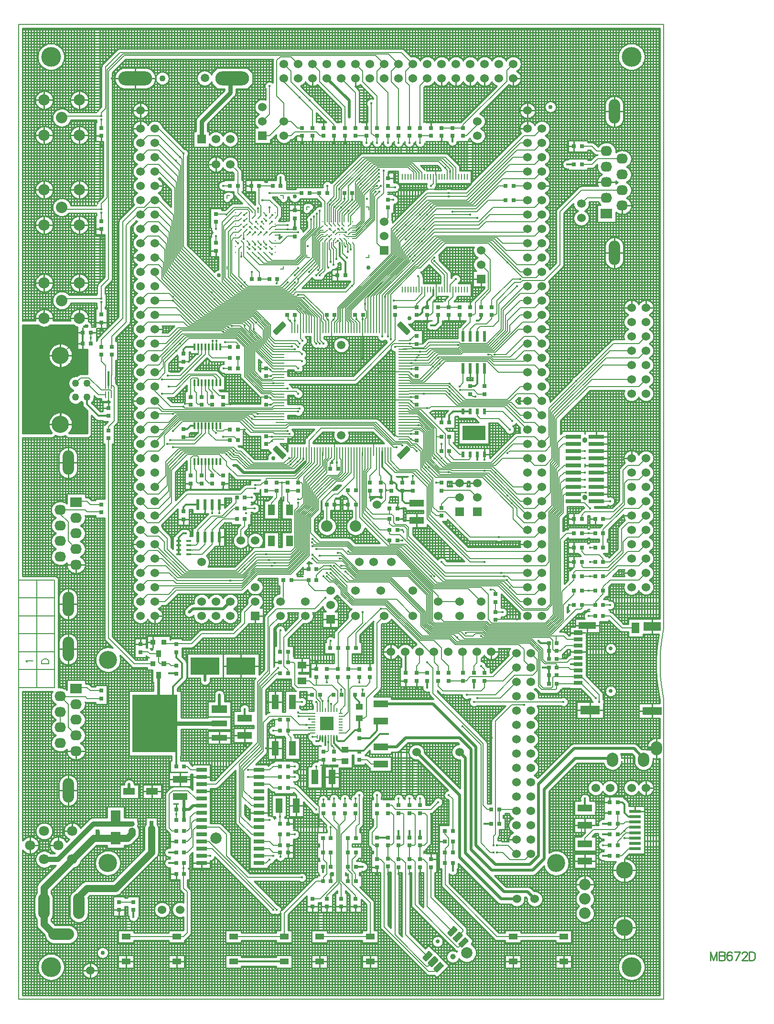
<source format=gbr>
%FSTAX23Y23*%
%MOIN*%
%SFA1B1*%

%IPPOS*%
%ADD10C,0.015000*%
%ADD11C,0.010000*%
%ADD12R,0.016000X0.016000*%
%ADD13R,0.030000X0.030000*%
%ADD14R,0.020000X0.039000*%
%ADD15R,0.028000X0.008000*%
%ADD16R,0.009000X0.040000*%
%ADD17R,0.138000X0.063000*%
%ADD18R,0.138000X0.055000*%
%ADD19R,0.122000X0.047000*%
%ADD20R,0.122000X0.059000*%
%ADD21C,0.010000*%
%ADD22R,0.063000X0.009000*%
%ADD23R,0.009000X0.063000*%
%ADD24R,0.009000X0.063000*%
%ADD25R,0.110000X0.029000*%
%ADD26R,0.100000X0.050000*%
%ADD27R,0.051000X0.075000*%
%ADD28C,0.030000*%
%ADD29R,0.060000X0.050000*%
%ADD30R,0.035000X0.016000*%
%ADD31R,0.050000X0.040000*%
%ADD32R,0.050000X0.100000*%
%ADD33R,0.110000X0.039000*%
%ADD34R,0.110000X0.056000*%
%ADD35R,0.315000X0.402000*%
%ADD36R,0.011000X0.046000*%
%ADD37R,0.011000X0.046000*%
%ADD38R,0.036000X0.050000*%
%ADD39R,0.036000X0.036000*%
%ADD40R,0.060000X0.040000*%
%ADD41R,0.200000X0.120000*%
%ADD42R,0.012000X0.045000*%
%ADD43R,0.080000X0.047000*%
%ADD44R,0.028000X0.037000*%
%ADD45R,0.031000X0.087000*%
%ADD46R,0.008000X0.028000*%
%ADD47R,0.098000X0.098000*%
%ADD48R,0.024000X0.076000*%
%ADD49R,0.069000X0.091000*%
%ADD50R,0.075000X0.025000*%
%ADD51C,0.012000*%
%ADD52R,0.079000X0.020000*%
%ADD53O,0.236000X0.098000*%
%ADD54R,0.160000X0.100000*%
%ADD55R,0.055000X0.077000*%
%ADD56R,0.063000X0.031000*%
%ADD57R,0.063000X0.033000*%
%ADD58C,0.005000*%
%ADD59C,0.008000*%
%ADD60C,0.020000*%
%ADD61C,0.012000*%
%ADD62C,0.030000*%
%ADD63C,0.007000*%
%ADD64C,0.050000*%
%ADD65C,0.035000*%
%ADD66C,0.060000*%
%ADD67O,0.080000X0.170000*%
%ADD68C,0.050000*%
%ADD69C,0.118000*%
%ADD70C,0.126000*%
%ADD71C,0.059000*%
%ADD72O,0.080000X0.070000*%
%ADD73R,0.080000X0.070000*%
%ADD74C,0.080000*%
%ADD75C,0.079000*%
%ADD76C,0.079000*%
%ADD77C,0.126000*%
%ADD78C,0.126000*%
%ADD79R,0.060000X0.060000*%
%ADD80C,0.045000*%
%ADD81O,0.080000X0.180000*%
%ADD82O,0.180000X0.080000*%
%ADD83C,0.138000*%
%ADD84C,0.071000*%
%ADD85C,0.120000*%
%ADD86C,0.028000*%
%ADD87C,0.039000*%
%ADD88C,0.043000*%
%ADD89C,0.038000*%
%ADD90C,0.028000*%
%ADD91C,0.016000*%
%LNmb672d-1*%
%LPD*%
G54D10*
X00229Y04468D02*
D01*
X00233Y0447*
X00236Y04472*
X0024Y04475*
X00156D02*
D01*
X00159Y04472*
X00163Y04469*
X00167Y04467*
X00171Y04465*
X00176Y04463*
X0018Y04463*
X00207Y0414D02*
D01*
X00204Y04139*
X00202Y04139*
X002Y04139*
X00198Y04138*
X00196Y04138*
X00194Y04137*
X00192Y04136*
X00191Y04135*
X00189Y04134*
X00187Y04132*
X00186Y04131*
X00186Y04131*
X00207Y0414D02*
D01*
X00204Y04139*
X00202Y04139*
X002Y04139*
X00198Y04138*
X00196Y04138*
X00194Y04137*
X00192Y04136*
X00191Y04135*
X00189Y04134*
X00187Y04132*
X00186Y04131*
X00186Y04131*
X00216Y03925D02*
D01*
X00216Y03922*
X00216Y0392*
X00216Y03917*
X00217Y03915*
X00218Y03913*
X00218Y03911*
X00219Y03909*
X00221Y03906*
X00222Y03905*
X00223Y03903*
X00225Y03901*
X00226Y03901*
X00216Y03925D02*
D01*
X00216Y03922*
X00216Y0392*
X00216Y03917*
X00217Y03915*
X00218Y03913*
X00218Y03911*
X00219Y03909*
X00221Y03906*
X00222Y03905*
X00223Y03903*
X00225Y03901*
X00226Y03901*
X0021Y03941D02*
D01*
X00212Y03938*
X00215Y03935*
X00216Y03935*
X00151Y04024D02*
D01*
X00147Y04022*
X00144Y0402*
X00141Y04018*
X00138Y04016*
X00135Y04014*
X00132Y04012*
X0013Y04009*
X00127Y04006*
X00125Y04003*
X00123Y04*
X00122Y03997*
X0012Y03993*
X00119Y0399*
X00118Y03986*
X00118Y03983*
X00117Y03979*
X00117Y03975*
X00117Y03972*
X00117Y03968*
X00118Y03964*
X00119Y03961*
X0012Y03957*
X00121Y03954*
X00123Y0395*
X00125Y03947*
X00127Y03944*
X00129Y03941*
X00131Y03939*
X00134Y03936*
X00137Y03934*
X0014Y03931*
X00143Y03929*
X00146Y03928*
X00149Y03926*
X00153Y03925*
X00156Y03924*
X0016Y03923*
X00163Y03922*
X00167Y03922*
X00171Y03922*
X00174Y03922*
X00178Y03923*
X00181Y03923*
X00185Y03924*
X00189Y03926*
X00192Y03927*
X00195Y03929*
X00198Y03931*
X00201Y03933*
X00204Y03935*
X00207Y03937*
X00209Y0394*
X0021Y03941*
X00179Y04125D02*
D01*
X00175Y04125*
X00171Y04125*
X00167Y04125*
X00164Y04125*
X0016Y04124*
X00157Y04124*
X00153Y04123*
X0015Y04121*
X00146Y0412*
X00143Y04118*
X0014Y04116*
X00137Y04114*
X00134Y04112*
X00131Y04109*
X00129Y04106*
X00127Y04103*
X00125Y041*
X00123Y04097*
X00121Y04094*
X0012Y0409*
X00119Y04087*
X00118Y04083*
X00117Y0408*
X00117Y04076*
X00117Y04072*
X00117Y04069*
X00117Y04065*
X00118Y04061*
X00119Y04058*
X0012Y04054*
X00121Y04051*
X00123Y04048*
X00125Y04044*
X00127Y04041*
X00129Y04038*
X00132Y04036*
X00134Y04033*
X00137Y04031*
X0014Y04029*
X00143Y04027*
X00147Y04025*
X0015Y04024*
X00151Y04024*
X00128Y03725D02*
D01*
X00132Y03729*
X00135Y03734*
X00139Y03739*
X00142Y03744*
X00145Y0375*
X00147Y03755*
X00149Y03761*
X0015Y03767*
X00151Y03773*
X00152Y03779*
X00152Y03785*
X00153Y03786*
Y04266D02*
D01*
X00152Y04272*
X00152Y04278*
X00151Y04284*
X00149Y04289*
X00147Y04295*
X00145Y04301*
X00142Y04306*
X00139Y04312*
X00136Y04317*
X00132Y04321*
X00128Y04326*
X00124Y0433*
X00119Y04334*
X00114Y04338*
X00109Y04341*
X00104Y04344*
X00098Y04346*
X00092Y04348*
X00087Y0435*
X00081Y04351*
X00075Y04352*
X00069Y04352*
X00062*
X00056Y04352*
X0005Y04351*
X00044Y0435*
X00039Y04348*
X00033Y04346*
X00027Y04344*
X00022Y04341*
X00017Y04338*
X00012Y04334*
X00007Y0433*
X00003Y04326*
X0Y04321*
X-00004Y04317*
X-00007Y04312*
X-0001Y04306*
X-00013Y04301*
X-00015Y04295*
X-00017Y04289*
X-00019Y04284*
X-0002Y04278*
X-0002Y04272*
X-00021Y04266*
X-0002Y04259*
X-0002Y04253*
X-00019Y04247*
X-00017Y04242*
X-00015Y04236*
X-00013Y0423*
X-0001Y04225*
X-00007Y04219*
X-00004Y04214*
X0Y0421*
X00003Y04205*
X00007Y04201*
X00012Y04197*
X00017Y04193*
X00022Y0419*
X00027Y04187*
X00033Y04185*
X00039Y04183*
X00044Y04181*
X0005Y0418*
X00056Y04179*
X00062Y04179*
X00069*
X00075Y04179*
X00081Y0418*
X00087Y04181*
X00092Y04183*
X00098Y04185*
X00104Y04187*
X00109Y0419*
X00114Y04193*
X00119Y04197*
X00124Y04201*
X00128Y04205*
X00132Y0421*
X00136Y04214*
X00139Y04219*
X00142Y04225*
X00145Y0423*
X00147Y04236*
X00149Y04242*
X00151Y04247*
X00152Y04253*
X00152Y04259*
X00153Y04266*
X-0009Y04475D02*
D01*
X-00086Y04472*
X-00082Y04469*
X-00078Y04467*
X-00074Y04465*
X-00069Y04463*
X-00065Y04462*
X-0006Y04461*
X-00056Y0446*
X-00051Y0446*
X-00046Y0446*
X-00042Y0446*
X-00037Y0446*
X-00032Y04461*
X-00028Y04463*
X-00023Y04464*
X-00019Y04466*
X-00015Y04468*
X-00011Y0447*
X-00007Y04473*
X-00006Y04475*
X00153Y03786D02*
D01*
X00152Y03792*
X00152Y03798*
X00151Y03804*
X00149Y03809*
X00147Y03815*
X00145Y03821*
X00142Y03826*
X00139Y03832*
X00136Y03837*
X00132Y03841*
X00128Y03846*
X00124Y0385*
X00119Y03854*
X00114Y03858*
X00109Y03861*
X00104Y03864*
X00098Y03866*
X00092Y03868*
X00087Y0387*
X00081Y03871*
X00075Y03872*
X00069Y03872*
X00062*
X00056Y03872*
X0005Y03871*
X00044Y0387*
X00039Y03868*
X00033Y03866*
X00027Y03864*
X00022Y03861*
X00017Y03858*
X00012Y03854*
X00007Y0385*
X00003Y03846*
X0Y03841*
X-00004Y03837*
X-00007Y03832*
X-0001Y03826*
X-00013Y03821*
X-00015Y03815*
X-00017Y03809*
X-00019Y03804*
X-0002Y03798*
X-0002Y03792*
X-00021Y03786*
X-0002Y03779*
X-0002Y03773*
X-00019Y03767*
X-00017Y03762*
X-00015Y03756*
X-00013Y0375*
X-0001Y03745*
X-00007Y03739*
X-00004Y03734*
X0Y0373*
X00002Y03725*
X0024Y04475D02*
X0025D01*
X00235Y04468D02*
X0025D01*
X00233Y0447D02*
X0025D01*
X00235Y04468D02*
X0025D01*
X00235Y04307D02*
X0025D01*
X00235D02*
X0025D01*
Y0414D02*
Y04307D01*
X0024Y0414D02*
Y04307D01*
X0018D02*
X00235D01*
X0023Y0414D02*
Y04307D01*
X00149Y0429D02*
X0025D01*
X00151Y0428D02*
X0025D01*
X00152Y0427D02*
X0025D01*
X00152Y0426D02*
X0025D01*
X00151Y0425D02*
X0025D01*
X00149Y0424D02*
X0025D01*
X00207Y0414D02*
X0025D01*
X00207D02*
X0025D01*
X00146Y043D02*
X0025D01*
X00145Y0423D02*
X0025D01*
X00139Y0422D02*
X0025D01*
X00132Y0421D02*
X0025D01*
X00122Y042D02*
X0025D01*
X00108Y0419D02*
X0025D01*
X00081Y0418D02*
X0025D01*
X0018Y04392D02*
Y04463D01*
Y04383D02*
Y04392D01*
Y04383D02*
Y04392D01*
X0015Y04287D02*
Y04475D01*
X0018Y04307D02*
Y04463D01*
X0014Y04311D02*
Y04475D01*
X0013Y04325D02*
Y04475D01*
X0009Y0435D02*
Y04475D01*
X0008Y04352D02*
Y04475D01*
X0007Y04353D02*
Y04475D01*
X0006Y04353D02*
Y04475D01*
X0012Y04334D02*
Y04475D01*
X0011Y04341D02*
Y04475D01*
X001Y04346D02*
Y04475D01*
X0022Y0414D02*
Y04307D01*
X0021Y0414D02*
Y04307D01*
X0018D02*
Y04383D01*
X00141Y0431D02*
X0018D01*
X002Y04139D02*
Y04307D01*
X0019Y04135D02*
Y04307D01*
X0009Y0435D02*
X0018D01*
X00112Y0434D02*
X0018D01*
X00125Y0433D02*
X0018D01*
X00134Y0432D02*
X0018D01*
X00226Y03901D02*
X0025Y03878D01*
X00216Y03925D02*
Y03935D01*
X0024Y03725D02*
Y03888D01*
X0025Y03725D02*
Y03878D01*
X0022Y03725D02*
Y0391D01*
X0023Y03725D02*
Y03898D01*
X0009Y0387D02*
X0025D01*
X00197Y0393D02*
X00216D01*
X0021Y03725D02*
Y03941D01*
X002Y03725D02*
Y03932D01*
X0019Y03725D02*
Y03926D01*
X00146Y0382D02*
X0025D01*
X00149Y0381D02*
X0025D01*
X00151Y038D02*
X0025D01*
X00152Y0379D02*
X0025D01*
X00152Y0378D02*
X0025D01*
X00151Y0377D02*
X0025D01*
X00149Y0376D02*
X0025D01*
X00145Y0375D02*
X0025D01*
X00112Y0386D02*
X0025D01*
X00125Y0385D02*
X0025D01*
X00134Y0384D02*
X0025D01*
X00141Y0383D02*
X0025D01*
X00139Y0374D02*
X0025D01*
X00132Y0373D02*
X0025D01*
X00128Y03725D02*
X0025D01*
X0018Y04125D02*
Y04307D01*
X00179Y04125D02*
X00186Y04131D01*
X0016Y04125D02*
Y04472D01*
X0017Y04126D02*
Y04466D01*
X0015Y04122D02*
Y04245D01*
X0014Y04116D02*
Y04221D01*
X0013Y04107D02*
Y04207D01*
X0012Y04089D02*
Y04198D01*
X0009Y0387D02*
Y04182D01*
X0007Y03873D02*
Y04179D01*
X0006Y03873D02*
Y04179D01*
X0011Y03861D02*
Y04191D01*
X001Y03866D02*
Y04186D01*
X0008Y03872D02*
Y0418D01*
X0015Y03807D02*
Y03926D01*
X0018Y03725D02*
Y03923D01*
X0014Y04018D02*
Y0403D01*
Y03831D02*
Y03932D01*
X0017Y03725D02*
Y03922D01*
X0016Y03725D02*
Y03923D01*
X0015Y03725D02*
Y03765D01*
X0014Y03725D02*
Y03741D01*
X0013Y04009D02*
Y04039D01*
Y03845D02*
Y03941D01*
X0012Y03991D02*
Y04057D01*
Y03854D02*
Y03959D01*
X-00195Y0446D02*
X0018D01*
X-00195Y0445D02*
X0018D01*
X-00006Y04475D02*
X00156D01*
X-00013Y0447D02*
X00163D01*
X-00195Y0444D02*
X0018D01*
X-00195Y0443D02*
X0018D01*
X-00195Y0442D02*
X0018D01*
X-00195Y0441D02*
X0018D01*
X-00195Y044D02*
X0018D01*
X-00195Y0439D02*
X0018D01*
X-00195Y0438D02*
X0018D01*
X-00195Y0437D02*
X0018D01*
X-00195Y0417D02*
X0025D01*
X-00195Y0436D02*
X0018D01*
X-00195Y0416D02*
X0025D01*
X-00195Y0415D02*
X0025D01*
X-00195Y0414D02*
X00207D01*
X-00195Y0413D02*
X00185D01*
X-00195Y0412D02*
X00147D01*
X-00195Y0411D02*
X00133D01*
X-00195Y041D02*
X00125D01*
X-00195Y0409D02*
X0012D01*
X-00195Y0406D02*
X00119D01*
X-00195Y0405D02*
X00123D01*
X-00195Y0408D02*
X00118D01*
X-00195Y0407D02*
X00118D01*
X-00195Y0403D02*
X0014D01*
X-00195Y0402D02*
X00143D01*
X-00195Y0404D02*
X00129D01*
X0005Y04352D02*
Y04475D01*
X0004Y0435D02*
Y04475D01*
X0003Y04346D02*
Y04475D01*
X0002Y04341D02*
Y04475D01*
X0001Y04334D02*
Y04475D01*
X0Y04325D02*
Y04475D01*
X-0001Y04311D02*
Y04472D01*
X-0002Y04287D02*
Y04466D01*
X-00195Y0435D02*
X00041D01*
X-00195Y04475D02*
X-0009D01*
X-00195Y0447D02*
X-00083D01*
X-00195Y0434D02*
X00018D01*
X-00195Y0433D02*
X00005D01*
X-00195Y0432D02*
X-00004D01*
X-00195Y0431D02*
X-00011D01*
X-00195Y043D02*
X-00016D01*
X-00195Y0429D02*
X-00019D01*
X-00195Y0428D02*
X-00021D01*
X-00195Y0425D02*
X-00021D01*
X-00195Y0427D02*
X-00022D01*
X-00195Y0426D02*
X-00022D01*
X-00195Y0422D02*
X-00009D01*
X-00195Y0421D02*
X-00002D01*
X-00195Y0424D02*
X-00019D01*
X-00195Y0423D02*
X-00015D01*
X-00195Y0419D02*
X00022D01*
X-00195Y0418D02*
X00049D01*
X-00195Y042D02*
X00008D01*
X0005Y03872D02*
Y0418D01*
X-00195Y0401D02*
X00131D01*
X0003Y03866D02*
Y04186D01*
X0004Y0387D02*
Y04182D01*
X0001Y03854D02*
Y04198D01*
X0002Y03861D02*
Y04191D01*
X-0001Y03831D02*
Y04221D01*
X0Y03845D02*
Y04207D01*
X-00195Y04D02*
X00124D01*
X-00195Y0399D02*
X0012D01*
X-00195Y0398D02*
X00118D01*
X-00195Y0397D02*
X00118D01*
X-00195Y0395D02*
X00124D01*
X-00195Y0394D02*
X00131D01*
X-00195Y0396D02*
X0012D01*
X-00195Y0391D02*
X0022D01*
X-00195Y039D02*
X00228D01*
X-00195Y0393D02*
X00143D01*
X-00195Y0392D02*
X00217D01*
X-00195Y0389D02*
X00238D01*
X-00195Y0388D02*
X00248D01*
X-00195Y0387D02*
X00041D01*
X-00195Y0386D02*
X00018D01*
X-00195Y0385D02*
X00005D01*
X-00195Y0384D02*
X-00004D01*
X-00195Y0373D02*
X-00002D01*
X-00195Y03725D02*
X00002D01*
X-00195Y0374D02*
X-00009D01*
X-0003Y03725D02*
Y04463D01*
X-0007Y03725D02*
Y04464D01*
X-0009Y03725D02*
Y04475D01*
X-0008Y03725D02*
Y04468D01*
X-001Y03725D02*
Y04475D01*
X-0011Y03725D02*
Y04475D01*
X-0012Y03725D02*
Y04475D01*
X-0013Y03725D02*
Y04475D01*
X-0014Y03725D02*
Y04475D01*
X-0015Y03725D02*
Y04475D01*
X-0016Y03725D02*
Y04475D01*
X-0017Y03725D02*
Y04475D01*
X-0018Y03725D02*
Y04475D01*
X-0019Y03725D02*
Y04475D01*
X-00195Y03725D02*
Y04475D01*
Y0383D02*
X-00011D01*
X-0001Y03725D02*
Y03741D01*
X-0002Y03807D02*
Y04245D01*
X-00195Y0382D02*
X-00016D01*
X-0004Y03725D02*
Y04461D01*
X-0002Y03725D02*
Y03765D01*
X-0005Y03725D02*
Y0446D01*
X-0006Y03725D02*
Y04461D01*
X-00195Y0381D02*
X-00019D01*
X-00195Y038D02*
X-00021D01*
X-00195Y0379D02*
X-00022D01*
X-00195Y0378D02*
X-00022D01*
X-00195Y0376D02*
X-00019D01*
X-00195Y0375D02*
X-00015D01*
X-00195Y0377D02*
X-00021D01*
G54D11*
X00094Y0D02*
D01*
X00093Y00006*
X00093Y00013*
X00091Y00019*
X0009Y00025*
X00088Y00032*
X00085Y00038*
X00082Y00044*
X00079Y00049*
X00076Y00055*
X00072Y0006*
X00067Y00065*
X00062Y00069*
X00057Y00074*
X00052Y00077*
X00047Y00081*
X00041Y00084*
X00035Y00087*
X00029Y00089*
X00022Y00091*
X00016Y00092*
X00009Y00093*
X00003Y00093*
X-00003*
X-00009Y00093*
X-00016Y00092*
X-00022Y00091*
X-00029Y00089*
X-00035Y00087*
X-00041Y00084*
X-00047Y00081*
X-00052Y00077*
X-00057Y00074*
X-00062Y00069*
X-00067Y00065*
X-00072Y0006*
X-00076Y00055*
X-00079Y00049*
X-00082Y00044*
X-00085Y00038*
X-00088Y00032*
X-0009Y00025*
X-00091Y00019*
X-00093Y00013*
X-00093Y00006*
X-00094Y0*
X-00093Y-00006*
X-00093Y-00013*
X-00091Y-00019*
X-0009Y-00025*
X-00088Y-00032*
X-00085Y-00038*
X-00082Y-00044*
X-00079Y-00049*
X-00076Y-00055*
X-00072Y-0006*
X-00067Y-00065*
X-00062Y-00069*
X-00057Y-00074*
X-00052Y-00077*
X-00046Y-00081*
X-00041Y-00084*
X-00035Y-00087*
X-00029Y-00089*
X-00022Y-00091*
X-00016Y-00092*
X-00009Y-00093*
X-00003Y-00093*
X00003*
X00009Y-00093*
X00016Y-00092*
X00022Y-00091*
X00029Y-00089*
X00035Y-00087*
X00041Y-00084*
X00047Y-00081*
X00052Y-00077*
X00057Y-00074*
X00062Y-00069*
X00067Y-00065*
X00072Y-0006*
X00076Y-00055*
X00079Y-00049*
X00082Y-00044*
X00085Y-00038*
X00088Y-00032*
X0009Y-00025*
X00091Y-00019*
X00093Y-00013*
X00093Y-00006*
X00094Y0*
X-00043Y00222D02*
D01*
X-00042Y00217*
X-00041Y00213*
X-0004Y00208*
X-00038Y00204*
X-00037Y002*
X-00034Y00196*
X-00032Y00192*
X-00029Y00188*
X-00027Y00184*
X-00023Y00181*
X-0002Y00178*
X-00017Y00175*
X-00013Y00173*
X-00009Y0017*
X-00005Y00168*
X-00001Y00166*
X00003Y00165*
X00007Y00164*
X00012Y00163*
X00016Y00162*
X00021Y00162*
X00022Y00163*
X-00115Y00375D02*
D01*
X-00114Y0037*
X-00114Y00365*
X-00113Y00361*
X-00112Y00357*
X-00111Y00352*
X-00109Y00348*
X-00107Y00344*
X-00105Y0034*
X-00102Y00336*
X-00099Y00333*
X-001Y00333*
Y00517D02*
D01*
X-00102Y00513*
X-00105Y00509*
X-00107Y00505*
X-00109Y00501*
X-00111Y00497*
X-00112Y00493*
X-00113Y00488*
X-00114Y00484*
X-00115Y00479*
X-00115Y00475*
X-00115Y00475*
X-001Y003D02*
D01*
X-00099Y00296*
X-00099Y00293*
X-00098Y00289*
X-00098Y00286*
X-00096Y00282*
X-00095Y00279*
X-00094Y00276*
X-00092Y00273*
X-0009Y0027*
X-00088Y00267*
X-00085Y00265*
X-00085Y00265*
X-001Y003D02*
D01*
X-00099Y00296*
X-00099Y00293*
X-00098Y00289*
X-00098Y00286*
X-00096Y00282*
X-00095Y00279*
X-00094Y00276*
X-00092Y00273*
X-0009Y0027*
X-00088Y00267*
X-00085Y00265*
X-00085Y00265*
X0Y00333D02*
D01*
X00002Y00336*
X00005Y0034*
X00007Y00344*
X00009Y00348*
X00011Y00352*
X00012Y00356*
X00013Y00361*
X00014Y00365*
X00015Y0037*
X00015Y00374*
X00015Y00375*
Y00475D02*
D01*
X00014Y00479*
X00014Y00484*
X00013Y00488*
X00012Y00492*
X00011Y00497*
X00009Y00501*
X00007Y00505*
X00005Y00509*
X00002Y00513*
X0Y00516*
X0Y00517*
X0033Y-00025D02*
D01*
X00329Y-00021*
X00329Y-00017*
X00328Y-00013*
X00327Y-00009*
X00326Y-00006*
X00325Y-00002*
X00323Y0*
X00321Y00004*
X00319Y00007*
X00317Y0001*
X00314Y00013*
X00311Y00015*
X00308Y00018*
X00305Y0002*
X00302Y00022*
X00299Y00024*
X00295Y00025*
X00291Y00027*
X00288Y00028*
X00284Y00029*
X0028Y00029*
X00276Y00029*
X00273*
X00269Y00029*
X00265Y00029*
X00261Y00028*
X00258Y00027*
X00254Y00025*
X0025Y00024*
X00247Y00022*
X00244Y0002*
X00241Y00018*
X00238Y00015*
X00235Y00013*
X00232Y0001*
X0023Y00007*
X00228Y00004*
X00226Y0*
X00224Y-00002*
X00223Y-00006*
X00222Y-00009*
X00221Y-00013*
X0022Y-00017*
X0022Y-00021*
X0022Y-00025*
X0022Y-00028*
X0022Y-00032*
X00221Y-00036*
X00222Y-0004*
X00223Y-00043*
X00224Y-00047*
X00226Y-0005*
X00228Y-00054*
X0023Y-00057*
X00232Y-0006*
X00235Y-00063*
X00238Y-00065*
X00241Y-00068*
X00244Y-0007*
X00247Y-00072*
X0025Y-00074*
X00254Y-00075*
X00258Y-00077*
X00261Y-00078*
X00265Y-00079*
X00269Y-00079*
X00273Y-00079*
X00276*
X0028Y-00079*
X00284Y-00079*
X00288Y-00078*
X00291Y-00077*
X00295Y-00075*
X00299Y-00074*
X00302Y-00072*
X00305Y-0007*
X00308Y-00068*
X00311Y-00065*
X00314Y-00063*
X00317Y-0006*
X00319Y-00057*
X00321Y-00054*
X00323Y-0005*
X00325Y-00047*
X00326Y-00043*
X00327Y-0004*
X00328Y-00036*
X00329Y-00032*
X00329Y-00028*
X0033Y-00025*
X004Y001D02*
D01*
X00399Y00102*
X00399Y00105*
X00399Y00108*
X00398Y00111*
X00397Y00113*
X00396Y00116*
X00395Y00118*
X00393Y00121*
X00392Y00123*
X0039Y00125*
X00388Y00127*
X00386Y00129*
X00384Y00131*
X00382Y00133*
X0038Y00134*
X00377Y00135*
X00374Y00137*
X00372Y00138*
X00369Y00138*
X00366Y00139*
X00364Y00139*
X00361Y00139*
X00358*
X00355Y00139*
X00353Y00139*
X0035Y00138*
X00347Y00138*
X00345Y00137*
X00342Y00135*
X00339Y00134*
X00337Y00133*
X00335Y00131*
X00333Y00129*
X00331Y00127*
X00329Y00125*
X00327Y00123*
X00326Y00121*
X00324Y00118*
X00323Y00116*
X00322Y00113*
X00321Y00111*
X0032Y00108*
X0032Y00105*
X0032Y00102*
X0032Y001*
X0032Y00097*
X0032Y00094*
X0032Y00091*
X00321Y00088*
X00322Y00086*
X00323Y00083*
X00324Y00081*
X00326Y00078*
X00327Y00076*
X00329Y00074*
X00331Y00072*
X00333Y0007*
X00335Y00068*
X00337Y00066*
X0034Y00065*
X00342Y00064*
X00345Y00062*
X00347Y00061*
X0035Y00061*
X00353Y0006*
X00355Y0006*
X00358Y0006*
X00361*
X00364Y0006*
X00366Y0006*
X00369Y00061*
X00372Y00061*
X00374Y00062*
X00377Y00064*
X0038Y00065*
X00382Y00066*
X00384Y00068*
X00386Y0007*
X00388Y00072*
X0039Y00074*
X00392Y00076*
X00393Y00078*
X00395Y00081*
X00396Y00083*
X00397Y00086*
X00398Y00088*
X00399Y00091*
X00399Y00094*
X00399Y00097*
X004Y001*
X00122Y00163D02*
D01*
X00126Y00163*
X00131Y00163*
X00135Y00164*
X00139Y00165*
X00144Y00166*
X00148Y00168*
X00152Y0017*
X00156Y00172*
X0016Y00175*
X00163Y00178*
X00167Y00181*
X0017Y00184*
X00173Y00187*
X00175Y00191*
X00178Y00195*
X0018Y00199*
X00182Y00203*
X00183Y00207*
X00185Y00212*
X00186Y00216*
X00186Y00221*
X00186Y00225*
X00187Y00228*
X00186Y00232*
X00186Y00237*
X00185Y00241*
X00184Y00245*
X00183Y0025*
X00181Y00254*
X00179Y00258*
X00177Y00262*
X00174Y00266*
X00171Y00269*
X00168Y00273*
X00165Y00276*
X00162Y00279*
X00158Y00281*
X00154Y00284*
X0015Y00286*
X00146Y00288*
X00142Y00289*
X00137Y00291*
X00133Y00292*
X00128Y00292*
X00124Y00292*
X00122Y00293*
X00129Y00375D02*
D01*
X00129Y0037*
X00129Y00365*
X0013Y00361*
X00131Y00357*
X00132Y00352*
X00134Y00348*
X00136Y00344*
X00138Y0034*
X00141Y00336*
X00144Y00333*
X00147Y00329*
X0015Y00326*
X00153Y00323*
X00157Y00321*
X00161Y00318*
X00165Y00316*
X00169Y00314*
X00173Y00313*
X00178Y00311*
X00182Y0031*
X00187Y0031*
X00191Y0031*
X00196*
X002Y0031*
X00205Y0031*
X00209Y00311*
X00214Y00313*
X00218Y00314*
X00222Y00316*
X00226Y00318*
X0023Y00321*
X00234Y00323*
X00237Y00326*
X0024Y00329*
X00243Y00333*
X00246Y00336*
X00249Y0034*
X00251Y00344*
X00253Y00348*
X00255Y00352*
X00256Y00357*
X00257Y00361*
X00258Y00365*
X00258Y0037*
X00259Y00375*
X00159Y0053D02*
D01*
X00155Y00527*
X00151Y00524*
X00148Y00521*
X00145Y00518*
X00142Y00514*
X00139Y00511*
X00137Y00507*
X00135Y00503*
X00133Y00498*
X00131Y00494*
X0013Y0049*
X00129Y00485*
X00129Y00481*
X00128Y00476*
X00129Y00475*
X-00005Y00794D02*
D01*
X-00008Y00796*
X-00011Y00799*
X-00014Y00802*
X-00018Y00804*
X-00022Y00806*
X-00026Y00807*
X-0003Y00809*
X-00034Y0081*
X-00038Y00811*
X-00042Y00811*
X-00046Y00811*
X-00051Y00811*
X-00055Y00811*
X-00059Y0081*
X-00063Y00809*
X-00067Y00808*
X-00071Y00806*
X-00075Y00805*
X-00079Y00803*
X-00082Y008*
X-00086Y00798*
X-00089Y00795*
X-00092Y00792*
X-00095Y00789*
X-00097Y00785*
X-001Y00782*
X-00102Y00778*
X-00103Y00774*
X-00105Y0077*
X-00106Y00766*
X-00107Y00762*
X-00108Y00758*
X-00108Y00754*
X-00108Y00749*
X-00108Y00745*
X-00108Y00741*
X-00107Y00737*
X-00106Y00733*
X-00104Y00729*
X-00103Y00725*
X-00101Y00721*
X-00099Y00717*
X-00096Y00714*
X-00093Y00711*
X-0009Y00707*
X-00087Y00705*
X-00084Y00702*
X-00081Y00699*
X-00077Y00697*
X-00073Y00695*
X-00069Y00694*
X-00065Y00692*
X-00061Y00691*
X-00057Y0069*
X-00053Y0069*
X-00049Y0069*
X-00044Y0069*
X-0004Y0069*
X-00036Y00691*
X-00032Y00692*
X-00028Y00693*
X-00024Y00695*
X-0002Y00696*
X-00016Y00698*
X-00013Y00701*
X-00009Y00703*
X-00006Y00706*
X-00005Y00709*
X-00085Y00589D02*
D01*
X-00087Y00586*
X-00089Y00583*
X-00091Y0058*
X-00093Y00577*
X-00094Y00574*
X-00096Y00571*
X-00097Y00568*
X-00098Y00565*
X-00098Y00561*
X-00099Y00558*
X-00099Y00554*
X-001Y00553*
X-00085Y00589D02*
D01*
X-00087Y00586*
X-00089Y00583*
X-00091Y0058*
X-00093Y00577*
X-00094Y00574*
X-00096Y00571*
X-00097Y00568*
X-00098Y00565*
X-00098Y00561*
X-00099Y00558*
X-00099Y00554*
X-001Y00553*
X-00198Y00817D02*
D01*
X-00195Y00813*
X-00192Y0081*
X-0019Y00807*
X-00186Y00804*
X-00183Y00801*
X-0018Y00799*
X-00176Y00796*
X-00172Y00794*
X-00168Y00793*
X-00164Y00791*
X-0016Y0079*
X-00156Y0079*
X-00152Y00789*
X-00148Y00789*
X-00143Y00789*
X-00139Y00789*
X-00135Y0079*
X-00131Y00791*
X-00127Y00792*
X-00123Y00794*
X-00119Y00795*
X-00115Y00797*
X-00112Y008*
X-00108Y00802*
X-00105Y00805*
X-00102Y00808*
X-00099Y00811*
X-00097Y00815*
X-00094Y00818*
X-00092Y00822*
X-00091Y00826*
X-00089Y0083*
X-00088Y00834*
X-00087Y00838*
X-00086Y00842*
X-00086Y00846*
X-00086Y0085*
X-00086Y00854*
X-00086Y00858*
X-00087Y00862*
X-00088Y00866*
X-00089Y0087*
X-00091Y00874*
X-00093Y00878*
X-00095Y00881*
X-00097Y00885*
X-001Y00888*
X-00102Y00891*
X-00105Y00894*
X-00109Y00897*
X-00112Y00899*
X-00116Y00901*
X-00119Y00903*
X-00123Y00905*
X-00127Y00907*
X-00131Y00908*
X-00135Y00909*
X-00139Y00909*
X-00143Y00909*
X-00148*
X-00152Y00909*
X-00156Y00909*
X-0016Y00908*
X-00164Y00907*
X-00168Y00905*
X-00172Y00903*
X-00176Y00901*
X-00179Y00899*
X-00182Y00897*
X-00186Y00894*
X-00189Y00891*
X-00191Y00888*
X-00194Y00885*
X-00198Y00883*
X00012Y00948D02*
D01*
X00011Y00952*
X00011Y00956*
X0001Y0096*
X00009Y00964*
X00008Y00968*
X00006Y00972*
X00004Y00976*
X00002Y00979*
X0Y00983*
X-00002Y00986*
X-00004Y00989*
X-00007Y00992*
X-00011Y00995*
X-00014Y00997*
X-00017Y00999*
X-00021Y01001*
X-00025Y01003*
X-00029Y01005*
X-00033Y01006*
X-00037Y01007*
X-00041Y01007*
X-00045Y01007*
X-0005*
X-00054Y01007*
X-00058Y01007*
X-00062Y01006*
X-00066Y01005*
X-0007Y01003*
X-00074Y01001*
X-00078Y00999*
X-00081Y00997*
X-00084Y00995*
X-00088Y00992*
X-00091Y00989*
X-00093Y00986*
X-00096Y00983*
X-00098Y00979*
X-001Y00976*
X-00102Y00972*
X-00104Y00968*
X-00105Y00964*
X-00106Y0096*
X-00107Y00956*
X-00107Y00952*
X-00108Y00948*
X-00107Y00943*
X-00107Y00939*
X-00106Y00935*
X-00105Y00931*
X-00104Y00927*
X-00102Y00923*
X-001Y00919*
X-00098Y00916*
X-00096Y00912*
X-00093Y00909*
X-00091Y00906*
X-00088Y00903*
X-00084Y009*
X-00081Y00898*
X-00077Y00896*
X-00074Y00894*
X-0007Y00892*
X-00066Y0089*
X-00062Y00889*
X-00058Y00888*
X-00054Y00888*
X-0005Y00888*
X-00045*
X-00041Y00888*
X-00037Y00888*
X-00033Y00889*
X-00029Y0089*
X-00025Y00892*
X-00021Y00894*
X-00017Y00896*
X-00014Y00898*
X-00011Y009*
X-00007Y00903*
X-00004Y00906*
X-00002Y00909*
X0Y00912*
X00002Y00916*
X00004Y00919*
X00006Y00923*
X00008Y00927*
X00009Y00931*
X0001Y00935*
X00011Y00939*
X00011Y00943*
X00012Y00948*
X00106Y00872D02*
D01*
X00104Y00875*
X00102Y00879*
X001Y00883*
X00097Y00886*
X00095Y00889*
X00092Y00892*
X00089Y00895*
X00085Y00898*
X00082Y009*
X00078Y00902*
X00075Y00904*
X00071Y00906*
X00067Y00907*
X00063Y00908*
X00058Y00909*
X00054Y00909*
X0005Y0091*
X00046Y0091*
X00042Y00909*
X00038Y00908*
X00033Y00907*
X00029Y00906*
X00026Y00905*
X00022Y00903*
X00018Y00901*
X00015Y00899*
X00011Y00896*
X00008Y00893*
X00005Y0089*
X00002Y00887*
X0Y00884*
X-00001Y0088*
X-00003Y00876*
X-00005Y00873*
X-00007Y00869*
X-00008Y00865*
X-00009Y00861*
X-00009Y00856*
X-0001Y00852*
X-0001Y00848*
X-00009Y00844*
X-00009Y0084*
X-00008Y00836*
X-00007Y00831*
X-00005Y00827*
X-00004Y00824*
X-00002Y0082*
X0Y00816*
X00002Y00813*
X00004Y0081*
X00007Y00807*
X0001Y00804*
X00014Y00801*
X00017Y00799*
X00021Y00797*
X00024Y00795*
X00027Y00794*
X0016Y00692D02*
D01*
X00164Y00692*
X00168Y00694*
X00172Y00695*
X00175Y00697*
X00179Y00699*
X00183Y00701*
X00186Y00704*
X00189Y00706*
X00192Y00709*
X00195Y00712*
X00197Y00716*
X002Y00719*
X00202Y00723*
X00204Y00727*
X00205Y00731*
X00206Y00735*
X00207Y00739*
X00208Y0074*
X0025Y006D02*
D01*
X00246Y00599*
X00243Y00599*
X00239Y00598*
X00236Y00598*
X00232Y00596*
X00229Y00595*
X00226Y00594*
X00223Y00592*
X0022Y0059*
X00217Y00588*
X00215Y00585*
X00215Y00585*
X0025Y006D02*
D01*
X00246Y00599*
X00243Y00599*
X00239Y00598*
X00236Y00598*
X00232Y00596*
X00229Y00595*
X00226Y00594*
X00223Y00592*
X0022Y0059*
X00217Y00588*
X00215Y00585*
X00215Y00585*
X00259Y00475D02*
D01*
X00258Y00479*
X00258Y00484*
X00258Y00487*
X00205Y0097D02*
D01*
X00203Y00973*
X00201Y00977*
X00199Y00981*
X00196Y00984*
X00194Y00987*
X00191Y0099*
X00188Y00993*
X00184Y00996*
X00181Y00998*
X00177Y01*
X00174Y01002*
X0017Y01004*
X00166Y01005*
X00162Y01006*
X00157Y01007*
X00153Y01007*
X00149Y01008*
X00145Y01008*
X00141Y01007*
X00137Y01006*
X00132Y01005*
X00128Y01004*
X00125Y01003*
X00121Y01001*
X00117Y00999*
X00114Y00997*
X0011Y00994*
X00107Y00991*
X00104Y00988*
X00101Y00985*
X00099Y00982*
X00097Y00978*
X00095Y00974*
X00093Y00971*
X00091Y00967*
X0009Y00963*
X00089Y00959*
X00089Y00954*
X00088Y0095*
X00088Y00946*
X00089Y00942*
X00089Y00938*
X0009Y00934*
X00091Y00929*
X00093Y00925*
X00094Y00922*
X00096Y00918*
X00098Y00914*
X00101Y00911*
X00103Y00908*
X00106Y00905*
X00109Y00902*
X00113Y00899*
X00116Y00897*
X0012Y00895*
X00123Y00893*
X00127Y00892*
X00285Y01041D02*
D01*
X00282Y0104*
X00279Y01039*
X00276Y01038*
X00274Y01036*
X00271Y01035*
X00269Y01033*
X00266Y01031*
X00265Y0103*
X00285Y01041D02*
D01*
X00282Y0104*
X00279Y01039*
X00276Y01038*
X00274Y01036*
X00271Y01035*
X00269Y01033*
X00266Y01031*
X00265Y0103*
X00362Y00806D02*
D01*
X00356Y00803*
X00351Y008*
X00345Y00797*
X0034Y00793*
X00336Y00789*
X00331Y00785*
X00327Y00781*
X00324Y00776*
X0032Y00771*
X00317Y00765*
X00314Y0076*
X00312Y00754*
X0031Y00748*
X00309Y00742*
X00308Y00736*
X00307Y0073*
X00307Y00724*
X00307Y00718*
X00308Y00712*
X00309Y00706*
X0031Y007*
X00312Y00694*
X00315Y00689*
X00317Y00683*
X0032Y00678*
X00324Y00673*
X00328Y00668*
X00332Y00664*
X00336Y00659*
X00341Y00655*
X00346Y00652*
X00351Y00649*
X00356Y00646*
X00362Y00643*
X00368Y00641*
X00374Y0064*
X0038Y00638*
X00386Y00637*
X00392Y00637*
X00398Y00637*
X00404Y00638*
X0041Y00638*
X00416Y0064*
X00422Y00641*
X00428Y00644*
X00431Y00645*
X00486Y00726D02*
D01*
X00485Y00732*
X00485Y00738*
X00484Y00744*
X00482Y0075*
X0048Y00756*
X00478Y00761*
X00475Y00767*
X00472Y00772*
X00469Y00777*
X00465Y00782*
X00461Y00787*
X00456Y00791*
X00452Y00795*
X00447Y00798*
X00442Y00802*
X00436Y00805*
X0043Y00807*
X00425Y00809*
X00419Y00811*
X00413Y00812*
X00407Y00813*
X00401Y00813*
X00394*
X00388Y00813*
X00382Y00812*
X00376Y00811*
X0037Y00809*
X00365Y00807*
X00362Y00806*
X00295Y01043D02*
D01*
X00292Y01042*
X00289Y01042*
X00286Y01042*
X00285Y01041*
X00295Y01043D02*
D01*
X00292Y01042*
X00289Y01042*
X00286Y01042*
X00285Y01041*
X00543Y00357D02*
D01*
X00542Y00354*
X00542Y00352*
X00542Y0035*
X00542Y00347*
X00542Y00345*
X00542Y00343*
X00543Y00341*
X00544Y00338*
X00544Y00336*
X00545Y00334*
X00547Y00332*
X00548Y0033*
X00549Y00329*
X00551Y00327*
X00552Y00325*
X00554Y00324*
X00556Y00322*
X00558Y00321*
X0056Y0032*
X00562Y00319*
X00564Y00318*
X00566Y00318*
X00569Y00317*
X00571Y00317*
X00573Y00317*
X00575Y00317*
X00578Y00317*
X0058Y00317*
X00582Y00318*
X00584Y00318*
X00587Y00319*
X00589Y0032*
X00591Y00321*
X00593Y00322*
X00595Y00324*
X00596Y00325*
X00598Y00327*
X00599Y00328*
X00601Y0033*
X00602Y00332*
X00603Y00334*
X00604Y00336*
X00605Y00338*
X00606Y0034*
X00607Y00343*
X00607Y00345*
X00607Y00347*
X00607Y00349*
X00608Y0035*
X00932Y00187D02*
D01*
X00933Y00187*
X00935Y00188*
X00937Y00189*
X00938Y0019*
X0094Y00191*
X00942Y00193*
X00932Y00187D02*
D01*
X00933Y00187*
X00935Y00188*
X00937Y00189*
X00938Y0019*
X0094Y00191*
X00942Y00193*
X0083Y004D02*
D01*
X00829Y00403*
X00829Y00407*
X00828Y00411*
X00827Y00415*
X00826Y00418*
X00825Y00422*
X00823Y00425*
X00821Y00429*
X00819Y00432*
X00817Y00435*
X00814Y00438*
X00811Y0044*
X00808Y00443*
X00805Y00445*
X00802Y00447*
X00799Y00449*
X00795Y0045*
X00791Y00452*
X00788Y00453*
X00784Y00454*
X0078Y00454*
X00776Y00454*
X00773*
X00769Y00454*
X00765Y00454*
X00761Y00453*
X00758Y00452*
X00754Y0045*
X0075Y00449*
X00747Y00447*
X00744Y00445*
X00741Y00443*
X00738Y0044*
X00735Y00438*
X00732Y00435*
X0073Y00432*
X00728Y00429*
X00726Y00425*
X00724Y00422*
X00723Y00418*
X00722Y00415*
X00721Y00411*
X0072Y00407*
X0072Y00403*
X0072Y004*
X0072Y00396*
X0072Y00392*
X00721Y00388*
X00722Y00384*
X00723Y00381*
X00724Y00377*
X00726Y00374*
X00728Y0037*
X0073Y00367*
X00732Y00364*
X00735Y00361*
X00738Y00359*
X00741Y00356*
X00744Y00354*
X00747Y00352*
X0075Y0035*
X00754Y00349*
X00758Y00347*
X00761Y00346*
X00765Y00345*
X00769Y00345*
X00773Y00345*
X00776*
X0078Y00345*
X00784Y00345*
X00788Y00346*
X00791Y00347*
X00795Y00349*
X00799Y0035*
X00802Y00352*
X00805Y00354*
X00808Y00356*
X00811Y00359*
X00814Y00361*
X00817Y00364*
X00819Y00367*
X00821Y0037*
X00823Y00374*
X00825Y00377*
X00826Y00381*
X00827Y00384*
X00828Y00388*
X00829Y00392*
X00829Y00396*
X0083Y004*
X00969Y00221D02*
D01*
X0097Y00222*
X00971Y00223*
X00972Y00225*
X00973Y00226*
X00974Y00228*
X00975Y0023*
X00975Y00232*
X00976Y00233*
X00976Y00235*
X00976Y00237*
X00976Y00239*
X00978Y0024*
X00969Y00221D02*
D01*
X0097Y00222*
X00971Y00223*
X00972Y00225*
X00973Y00226*
X00974Y00228*
X00975Y0023*
X00975Y00232*
X00976Y00233*
X00976Y00235*
X00976Y00237*
X00976Y00239*
X00978Y0024*
X00923Y0045D02*
D01*
X00919Y00451*
X00915Y00452*
X00912Y00453*
X00908Y00454*
X00904Y00454*
X009Y00455*
X00896Y00454*
X00893Y00454*
X00889Y00453*
X00885Y00453*
X00881Y00451*
X00878Y0045*
X00874Y00448*
X00871Y00447*
X00868Y00444*
X00865Y00442*
X00862Y0044*
X00859Y00437*
X00857Y00434*
X00854Y00431*
X00852Y00428*
X0085Y00424*
X00849Y00421*
X00847Y00417*
X00846Y00413*
X00845Y0041*
X00845Y00406*
X00845Y00402*
X00844Y00398*
X00845Y00394*
X00845Y00391*
X00846Y00387*
X00847Y00383*
X00848Y0038*
X0085Y00376*
X00852Y00373*
X00853Y00369*
X00856Y00366*
X00858Y00363*
X00861Y0036*
X00864Y00358*
X00867Y00355*
X0087Y00353*
X00873Y00351*
X00877Y00349*
X0088Y00348*
X00884Y00347*
X00887Y00346*
X00891Y00345*
X00895Y00345*
X00899Y00344*
X00903Y00345*
X00906Y00345*
X0091Y00346*
X00914Y00346*
X00918Y00348*
X00921Y00349*
X00923Y0035*
X0045Y005D02*
D01*
X00453Y005*
X00456Y005*
X0046Y00501*
X00463Y00501*
X00467Y00503*
X0047Y00504*
X00473Y00505*
X00476Y00507*
X00479Y00509*
X00482Y00511*
X00484Y00514*
X00485Y00515*
X0045Y005D02*
D01*
X00453Y005*
X00456Y005*
X0046Y00501*
X00463Y00501*
X00467Y00503*
X0047Y00504*
X00473Y00505*
X00476Y00507*
X00479Y00509*
X00482Y00511*
X00484Y00514*
X00485Y00515*
X00431Y00645D02*
D01*
X00436Y00647*
X00441Y0065*
X00447Y00653*
X00452Y00657*
X00456Y00661*
X00461Y00665*
X00465Y00669*
X00468Y00674*
X00472Y00679*
X00475Y00685*
X00478Y0069*
X0048Y00696*
X00482Y00702*
X00483Y00708*
X00484Y00714*
X00485Y0072*
X00486Y00726*
X00735Y00765D02*
D01*
X00737Y00767*
X00739Y0077*
X00741Y00773*
X00743Y00776*
X00744Y00779*
X00746Y00782*
X00747Y00785*
X00748Y00788*
X00748Y00792*
X00749Y00795*
X00749Y00799*
X0075Y008*
X00735Y00765D02*
D01*
X00737Y00767*
X00739Y0077*
X00741Y00773*
X00743Y00776*
X00744Y00779*
X00746Y00782*
X00747Y00785*
X00748Y00788*
X00748Y00792*
X00749Y00795*
X00749Y00799*
X0075Y008*
X00535Y0085D02*
D01*
X00538Y0085*
X00541Y0085*
X00545Y00851*
X00548Y00851*
X00552Y00853*
X00555Y00854*
X00558Y00855*
X00561Y00857*
X00564Y00859*
X00567Y00861*
X00569Y00864*
X00571Y00865*
X00535Y0085D02*
D01*
X00538Y0085*
X00541Y0085*
X00545Y00851*
X00548Y00851*
X00552Y00853*
X00555Y00854*
X00558Y00855*
X00561Y00857*
X00564Y00859*
X00567Y00861*
X00569Y00864*
X00571Y00865*
X006Y00895D02*
D01*
X00602Y00897*
X00604Y009*
X00606Y00903*
X00608Y00906*
X00609Y00909*
X00611Y00912*
X00612Y00915*
X00613Y00918*
X00613Y00922*
X00614Y00925*
X00614Y00929*
X00615Y0093*
X006Y00895D02*
D01*
X00602Y00897*
X00604Y009*
X00606Y00903*
X00608Y00906*
X00609Y00909*
X00611Y00912*
X00612Y00915*
X00613Y00918*
X00613Y00922*
X00614Y00925*
X00614Y00929*
X00615Y0093*
Y0095D02*
D01*
X00614Y00953*
X00614Y00956*
X00613Y0096*
X00613Y00963*
X00611Y00967*
X0061Y0097*
X00609Y00973*
X00607Y00976*
X00605Y00979*
X00604Y00982*
X00659Y00994D02*
D01*
X00657Y00991*
X00655Y00988*
X00653Y00984*
X00652Y00981*
X00651Y00978*
X0065Y00974*
X0065Y00971*
X00649Y00967*
X0065Y00965*
X0075D02*
D01*
X00749Y00968*
X00749Y00971*
X00748Y00975*
X00748Y00978*
X00746Y00982*
X00745Y00985*
X00744Y00988*
X00742Y00991*
X00741Y00994*
X00604Y00983D02*
D01*
X00605Y00985*
X00605Y00988*
X00606Y00991*
X00607Y00994*
X00607Y00997*
X00608Y01*
X00607Y01002*
X00607Y01005*
X00607Y01008*
X00606Y01011*
X00605Y01014*
X00604Y01017*
X00832Y00757D02*
D01*
X00829Y00757*
X00827Y00757*
X00825Y00757*
X00822Y00757*
X0082Y00757*
X00818Y00757*
X00816Y00756*
X00813Y00755*
X00811Y00755*
X00809Y00754*
X00807Y00752*
X00805Y00751*
X00804Y0075*
X00802Y00748*
X008Y00747*
X00799Y00745*
X00797Y00743*
X00796Y00741*
X00795Y00739*
X00794Y00737*
X00793Y00735*
X00793Y00733*
X00792Y0073*
X00792Y00728*
X00792Y00726*
X00792Y00724*
X00792Y00721*
X00792Y00719*
X00793Y00717*
X00793Y00715*
X00794Y00712*
X00795Y0071*
X00796Y00708*
X00797Y00706*
X00799Y00704*
X008Y00703*
X00802Y00701*
X00803Y007*
X00805Y00698*
X00807Y00697*
X00809Y00696*
X00811Y00695*
X00813Y00694*
X00815Y00693*
X00818Y00693*
X0082Y00692*
X00822Y00692*
X00824Y00692*
X00827Y00692*
X00829Y00692*
X00831Y00692*
X00832Y00693*
X00897Y0055D02*
D01*
X00897Y00548*
X00897Y00546*
X00897Y00544*
X00898Y00542*
X00898Y0054*
X00899Y00539*
X009Y00537*
X00901Y00535*
X00902Y00534*
X00903Y00532*
X00904Y00531*
X00906Y00531*
X00897Y0055D02*
D01*
X00897Y00548*
X00897Y00546*
X00897Y00544*
X00898Y00542*
X00898Y0054*
X00899Y00539*
X009Y00537*
X00901Y00535*
X00902Y00534*
X00903Y00532*
X00904Y00531*
X00906Y00531*
X00978Y00525D02*
D01*
X00977Y00526*
X00977Y00528*
X00977Y0053*
X00976Y00532*
X00976Y00534*
X00975Y00535*
X00974Y00537*
X00973Y00539*
X00972Y0054*
X00971Y00542*
X0097Y00543*
X00969Y00544*
X00978Y00525D02*
D01*
X00977Y00526*
X00977Y00528*
X00977Y0053*
X00976Y00532*
X00976Y00534*
X00975Y00535*
X00974Y00537*
X00973Y00539*
X00972Y0054*
X00971Y00542*
X0097Y00543*
X00969Y00544*
X00832Y00832D02*
D01*
X00829Y00832*
X00827Y00832*
X00825Y00832*
X00822Y00832*
X0082Y00832*
X00818Y00832*
X00816Y00831*
X00813Y0083*
X00811Y0083*
X00809Y00829*
X00807Y00827*
X00805Y00826*
X00804Y00825*
X00802Y00823*
X008Y00822*
X00799Y0082*
X00797Y00818*
X00796Y00816*
X00795Y00814*
X00794Y00812*
X00793Y0081*
X00793Y00808*
X00792Y00805*
X00792Y00803*
X00792Y00801*
X00792Y00799*
X00792Y00796*
X00792Y00794*
X00793Y00792*
X00793Y0079*
X00794Y00787*
X00795Y00785*
X00796Y00783*
X00797Y00781*
X00799Y00779*
X008Y00778*
X00802Y00776*
X00803Y00775*
X00805Y00773*
X00807Y00772*
X00809Y00771*
X00811Y0077*
X00813Y00769*
X00815Y00768*
X00818Y00768*
X0082Y00767*
X00822Y00767*
X00824Y00767*
X00827Y00767*
X00829Y00767*
X00831Y00767*
X00832Y00768*
X00798Y0097D02*
D01*
X00798Y00968*
X00798Y00966*
X00798Y00964*
X00799Y00962*
X00799Y0096*
X008Y00959*
X00801Y00957*
X00802Y00955*
X00803Y00954*
X00804Y00952*
X00805Y00951*
X00806Y00951*
X00798Y0097D02*
D01*
X00798Y00968*
X00798Y00966*
X00798Y00964*
X00799Y00962*
X00799Y0096*
X008Y00959*
X00801Y00957*
X00802Y00955*
X00803Y00954*
X00804Y00952*
X00805Y00951*
X00806Y00951*
X00826Y00931D02*
D01*
X00827Y00929*
X00828Y00928*
X0083Y00927*
X00831Y00926*
X00832Y00926*
X00826Y00931D02*
D01*
X00827Y00929*
X00828Y00928*
X0083Y00927*
X00831Y00926*
X00832Y00926*
X0007Y01502D02*
D01*
X00074Y01502*
X00078Y01502*
X00082Y01503*
X00086Y01504*
X0009Y01505*
X00094Y01507*
X00098Y01509*
X00101Y01511*
X00105Y01513*
X00108Y01516*
X00111Y01518*
X00035Y01617D02*
D01*
X00031Y01615*
X00027Y01612*
X00024Y0161*
X00021Y01608*
X00018Y01605*
X00015Y01602*
X00012Y01598*
X0001Y01595*
X00008Y01591*
X00006Y01588*
X00004Y01584*
X00003Y0158*
X00002Y01576*
X00001Y01572*
X0Y01568*
X0Y01564*
X0Y0156*
X0Y01555*
X00001Y01551*
X00002Y01547*
X00003Y01543*
X00005Y01539*
X00006Y01536*
X00008Y01532*
X00011Y01529*
X00013Y01525*
X00016Y01522*
X00019Y01519*
X00022Y01516*
X00025Y01514*
X00029Y01512*
X00032Y0151*
X00036Y01508*
X0004Y01506*
X00044Y01505*
X00048Y01504*
X00052Y01503*
X00056Y01503*
X0006Y01502*
X00035Y01725D02*
D01*
X00031Y01723*
X00027Y0172*
X00024Y01718*
X00021Y01716*
X00018Y01713*
X00015Y0171*
X00012Y01706*
X0001Y01703*
X00008Y01699*
X00006Y01696*
X00004Y01692*
X00003Y01688*
X00002Y01684*
X00001Y0168*
X0Y01676*
X0Y01672*
X0Y01668*
X0Y01663*
X00001Y01659*
X00002Y01655*
X00003Y01651*
X00005Y01647*
X00006Y01644*
X00008Y0164*
X00011Y01637*
X00013Y01633*
X00016Y0163*
X00019Y01627*
X00022Y01624*
X00025Y01622*
X00029Y0162*
X00032Y01618*
X00035Y01617*
Y01834D02*
D01*
X00031Y01832*
X00027Y01829*
X00024Y01827*
X00021Y01825*
X00018Y01822*
X00015Y01819*
X00012Y01815*
X0001Y01812*
X00008Y01808*
X00006Y01805*
X00004Y01801*
X00003Y01797*
X00002Y01793*
X00001Y01789*
X0Y01785*
X0Y01781*
X0Y01777*
X0Y01772*
X00001Y01768*
X00002Y01764*
X00003Y0176*
X00005Y01756*
X00006Y01753*
X00008Y01749*
X00011Y01746*
X00013Y01742*
X00016Y01739*
X00019Y01736*
X00022Y01733*
X00025Y01731*
X00029Y01729*
X00032Y01727*
X00035Y01725*
X0001Y01923D02*
D01*
X00007Y01919*
X00005Y01915*
X00004Y01911*
X00002Y01907*
X00001Y01903*
X0Y01899*
X0Y01895*
X0Y01891*
X0Y01887*
X0Y01882*
X0Y01878*
X00001Y01874*
X00002Y0187*
X00003Y01866*
X00005Y01862*
X00007Y01858*
X00009Y01855*
X00012Y01851*
X00014Y01848*
X00017Y01845*
X0002Y01842*
X00024Y0184*
X00027Y01837*
X00031Y01835*
X00035Y01834*
X00055Y01187D02*
D01*
X00055Y01182*
X00055Y01177*
X00056Y01173*
X00057Y01169*
X00058Y01164*
X0006Y0116*
X00062Y01156*
X00064Y01152*
X00067Y01148*
X0007Y01145*
X00073Y01141*
X00076Y01138*
X00079Y01135*
X00083Y01133*
X00087Y0113*
X00091Y01128*
X00095Y01126*
X00099Y01125*
X00104Y01123*
X00108Y01122*
X00113Y01122*
X00117Y01122*
X00122*
X00126Y01122*
X00131Y01122*
X00135Y01123*
X0014Y01125*
X00144Y01126*
X00148Y01128*
X00152Y0113*
X00156Y01133*
X0016Y01135*
X00163Y01138*
X00166Y01141*
X00169Y01145*
X00172Y01148*
X00175Y01152*
X00177Y01156*
X00179Y0116*
X00181Y01164*
X00182Y01169*
X00183Y01173*
X00184Y01177*
X00184Y01182*
X00185Y01187*
Y01277D02*
D01*
X00184Y01281*
X00184Y01286*
X00183Y0129*
X00182Y01294*
X00181Y01299*
X00179Y01303*
X00177Y01307*
X00175Y01311*
X00172Y01315*
X00169Y01318*
X00166Y01322*
X00163Y01325*
X0016Y01328*
X00156Y0133*
X00152Y01333*
X00148Y01335*
X00144Y01337*
X0014Y01338*
X00135Y0134*
X00131Y01341*
X00126Y01341*
X00122Y01341*
X00117*
X00113Y01341*
X00108Y01341*
X00104Y0134*
X00099Y01338*
X00095Y01337*
X00091Y01335*
X00087Y01333*
X00083Y0133*
X00079Y01328*
X00076Y01325*
X00073Y01322*
X0007Y01318*
X00067Y01315*
X00064Y01311*
X00062Y01307*
X0006Y01303*
X00058Y01299*
X00057Y01294*
X00056Y0129*
X00055Y01286*
X00055Y01281*
X00055Y01277*
X00111Y01518D02*
D01*
X0011Y01513*
X0011Y01509*
X0011Y01505*
X0011Y01501*
X0011Y01497*
X00111Y01493*
X00112Y01489*
X00114Y01485*
X00115Y01481*
X00117Y01477*
X00119Y01473*
X00122Y0147*
X00125Y01467*
X00127Y01464*
X0013Y01461*
X00134Y01458*
X00137Y01456*
X00141Y01454*
X00145Y01452*
X00148Y0145*
X00152Y01449*
X00156Y01448*
X00161Y01447*
X00165Y01447*
X00169Y01446*
X0017Y01447*
X0018D02*
D01*
X00184Y01447*
X00188Y01447*
X00192Y01448*
X00196Y01449*
X002Y0145*
X00204Y01452*
X00208Y01454*
X00211Y01456*
X00215Y01458*
X00218Y01461*
X00221Y01463*
X00224Y01466*
X00227Y0147*
X00229Y01473*
X00231Y01477*
X00233Y0148*
X00235Y01484*
X00237Y01488*
X00238Y01492*
X00239Y01496*
X00239Y015*
X00239Y01504*
X0024Y01507*
X00239Y01511*
X00239Y01515*
X00238Y01519*
X00237Y01523*
X00236Y01527*
X00234Y01531*
X00232Y01535*
X0023Y01538*
X00228Y01542*
X00225Y01545*
X00223Y01548*
X0022Y01551*
X00216Y01554*
X00213Y01556*
X0021Y01558*
X00206Y0156*
X00205Y01561*
X00208Y01562*
X00212Y01565*
X00215Y01567*
X00218Y01569*
X00221Y01572*
X00224Y01575*
X00227Y01579*
X00229Y01582*
X00231Y01586*
X00233Y01589*
X00235Y01593*
X00236Y01597*
X00237Y01601*
X00238Y01605*
X00239Y01609*
X00239Y01613*
X0024Y01616*
X00239Y0162*
X00239Y01624*
X00238Y01628*
X00237Y01632*
X00236Y01636*
X00234Y0164*
X00232Y01644*
X0023Y01647*
X00228Y01651*
X00225Y01654*
X00223Y01657*
X0022Y0166*
X00216Y01663*
X00213Y01665*
X0021Y01667*
X00206Y01669*
X00205Y01671*
X00208Y01672*
X00212Y01675*
X00215Y01677*
X00218Y01679*
X00221Y01682*
X00224Y01685*
X00227Y01689*
X00229Y01692*
X00231Y01696*
X00233Y01699*
X00235Y01703*
X00236Y01707*
X00237Y01711*
X00238Y01715*
X00239Y01719*
X00239Y01723*
X0024Y01725*
X00239Y01729*
X00239Y01733*
X00238Y01737*
X00237Y01741*
X00236Y01745*
X00234Y01749*
X00232Y01753*
X0023Y01756*
X00228Y0176*
X00225Y01763*
X00223Y01766*
X0022Y01769*
X00216Y01772*
X00213Y01774*
X0021Y01776*
X00206Y01778*
X00205Y0178*
X00208Y01781*
X00212Y01784*
X00215Y01786*
X00218Y01788*
X00221Y01791*
X00224Y01794*
X00227Y01798*
X00229Y01801*
X00231Y01805*
X00233Y01808*
X00235Y01812*
X00236Y01816*
X00237Y0182*
X00238Y01824*
X00239Y01828*
X00239Y01832*
X0024Y01834*
X00239Y01838*
X00239Y01842*
X00238Y01846*
X00238Y01849*
X00239Y01848*
X00241Y01847*
X00243Y01846*
X00244Y01846*
X00246Y01845*
X00248Y01845*
X0025Y01845*
X00252Y01845*
X00238Y01849D02*
D01*
X00239Y01848*
X00241Y01847*
X00243Y01846*
X00244Y01846*
X00246Y01845*
X00248Y01845*
X0025Y01845*
X00252Y01845*
X0011Y01934D02*
D01*
X00106Y01936*
X00103Y01939*
X00099Y01941*
X00096Y01943*
X00092Y01944*
X00088Y01946*
X00084Y01947*
X0008Y01948*
X00075Y01948*
X00071Y01949*
X0007Y01949*
X00052Y027D02*
D01*
X00051Y02701*
X00051Y02703*
X00051Y02705*
X0005Y02707*
X0005Y02709*
X00049Y0271*
X00048Y02712*
X00047Y02714*
X00046Y02715*
X00045Y02717*
X00044Y02718*
X00043Y0272*
X00041Y02721*
X0004Y02722*
X00038Y02723*
X00036Y02724*
X00035Y02725*
X00033Y02725*
X00031Y02726*
X00029Y02726*
X00027Y02726*
X00025Y02726*
X00025Y02727*
X00052Y027D02*
D01*
X00051Y02701*
X00051Y02703*
X00051Y02705*
X0005Y02707*
X0005Y02709*
X00049Y0271*
X00048Y02712*
X00047Y02714*
X00046Y02715*
X00045Y02717*
X00044Y02718*
X00043Y0272*
X00041Y02721*
X0004Y02722*
X00038Y02723*
X00036Y02724*
X00035Y02725*
X00033Y02725*
X00031Y02726*
X00029Y02726*
X00027Y02726*
X00025Y02726*
X00025Y02727*
X00111Y02818D02*
D01*
X0011Y02813*
X0011Y02809*
X0011Y02805*
X0011Y02801*
X0011Y02797*
X00111Y02793*
X00112Y02789*
X00114Y02785*
X00115Y02781*
X00117Y02777*
X00119Y02773*
X00122Y0277*
X00125Y02767*
X00127Y02764*
X0013Y02761*
X00134Y02758*
X00137Y02756*
X00141Y02754*
X00145Y02752*
X00148Y0275*
X00152Y02749*
X00156Y02748*
X00161Y02747*
X00165Y02747*
X00169Y02746*
X0017Y02747*
X00055Y02173D02*
D01*
X00055Y02168*
X00055Y02163*
X00056Y02159*
X00057Y02155*
X00058Y0215*
X0006Y02146*
X00062Y02142*
X00064Y02138*
X00067Y02134*
X0007Y02131*
X00073Y02127*
X00076Y02124*
X00079Y02121*
X00083Y02119*
X00087Y02116*
X00091Y02114*
X00095Y02112*
X00099Y02111*
X00104Y02109*
X00108Y02108*
X00113Y02108*
X00117Y02108*
X00122*
X00126Y02108*
X00131Y02108*
X00135Y02109*
X0014Y02111*
X00144Y02112*
X00148Y02114*
X00152Y02116*
X00156Y02119*
X0016Y02121*
X00163Y02124*
X00166Y02127*
X00169Y02131*
X00172Y02134*
X00175Y02138*
X00177Y02142*
X00179Y02146*
X00181Y0215*
X00182Y02155*
X00183Y02159*
X00184Y02163*
X00184Y02168*
X00185Y02173*
X00269Y01969D02*
D01*
X00267Y0197*
X00266Y01971*
X00264Y01972*
X00263Y01973*
X00261Y01974*
X00259Y01975*
X00257Y01975*
X00256Y01976*
X00254Y01976*
X00252Y01976*
X0025Y01976*
X0025Y01977*
X00269Y01969D02*
D01*
X00267Y0197*
X00266Y01971*
X00264Y01972*
X00263Y01973*
X00261Y01974*
X00259Y01975*
X00257Y01975*
X00256Y01976*
X00254Y01976*
X00252Y01976*
X0025Y01976*
X0025Y01977*
X0043Y02226D02*
D01*
X00424Y02228*
X00418Y02229*
X00412Y0223*
X00406Y02231*
X004Y02231*
X00393Y02231*
X00387Y02231*
X00381Y0223*
X00375Y02229*
X00369Y02227*
X00364Y02225*
X00358Y02222*
X00353Y02219*
X00347Y02216*
X00342Y02212*
X00338Y02208*
X00333Y02204*
X00329Y02199*
X00326Y02194*
X00322Y02189*
X00319Y02184*
X00317Y02178*
X00314Y02173*
X00313Y02167*
X00311Y02161*
X0031Y02155*
X0031Y02149*
X00309Y02142*
X0031Y02136*
X0031Y0213*
X00312Y02124*
X00313Y02118*
X00315Y02112*
X00318Y02107*
X0032Y02101*
X00323Y02096*
X00327Y02091*
X00331Y02086*
X00335Y02082*
X00339Y02077*
X00344Y02073*
X00349Y0207*
X00354Y02067*
X0036Y02064*
X00366Y02062*
X00371Y02059*
X00377Y02058*
X00383Y02057*
X00389Y02056*
X00395Y02056*
X00402Y02056*
X00408Y02056*
X00414Y02057*
X0042Y02058*
X00426Y0206*
X00431Y02062*
X00437Y02065*
X00442Y02068*
X00448Y02071*
X00453Y02075*
X00457Y02079*
X00462Y02083*
X00466Y02088*
X00469Y02093*
X00473Y02098*
X00476Y02103*
X00478Y02109*
X00481Y02114*
X00482Y0212*
X00484Y02126*
X00485Y02132*
X00485Y02138*
X00486Y02144*
X00373Y02295D02*
D01*
X00373Y02293*
X00373Y02291*
X00373Y02289*
X00374Y02287*
X00374Y02285*
X00375Y02284*
X00376Y02282*
X00377Y0228*
X00378Y02279*
X00379Y02277*
X0038Y02276*
X00381Y02276*
X00373Y02295D02*
D01*
X00373Y02293*
X00373Y02291*
X00373Y02289*
X00374Y02287*
X00374Y02285*
X00375Y02284*
X00376Y02282*
X00377Y0228*
X00378Y02279*
X00379Y02277*
X0038Y02276*
X00381Y02276*
X00185Y02263D02*
D01*
X00184Y02267*
X00184Y02272*
X00183Y02276*
X00182Y0228*
X00181Y02285*
X00179Y02289*
X00177Y02293*
X00175Y02297*
X00172Y02301*
X00169Y02304*
X00166Y02308*
X00163Y02311*
X0016Y02314*
X00156Y02316*
X00152Y02319*
X00148Y02321*
X00144Y02323*
X0014Y02324*
X00135Y02326*
X00131Y02327*
X00126Y02327*
X00122Y02327*
X00117*
X00113Y02327*
X00108Y02327*
X00104Y02326*
X00099Y02324*
X00095Y02323*
X00091Y02321*
X00087Y02319*
X00083Y02316*
X00079Y02314*
X00076Y02311*
X00073Y02308*
X0007Y02304*
X00067Y02301*
X00064Y02297*
X00062Y02293*
X0006Y02289*
X00058Y02285*
X00057Y0228*
X00056Y02276*
X00055Y02272*
X00055Y02267*
X00055Y02263*
Y02487D02*
D01*
X00055Y02482*
X00055Y02477*
X00056Y02473*
X00057Y02469*
X00058Y02464*
X0006Y0246*
X00062Y02456*
X00064Y02452*
X00067Y02448*
X0007Y02445*
X00073Y02441*
X00076Y02438*
X00079Y02435*
X00083Y02433*
X00087Y0243*
X00091Y02428*
X00095Y02426*
X00099Y02425*
X00104Y02423*
X00108Y02422*
X00113Y02422*
X00117Y02422*
X00122*
X00126Y02422*
X00131Y02422*
X00135Y02423*
X0014Y02425*
X00144Y02426*
X00148Y02428*
X00152Y0243*
X00156Y02433*
X0016Y02435*
X00163Y02438*
X00166Y02441*
X00169Y02445*
X00172Y02448*
X00175Y02452*
X00177Y02456*
X00179Y0246*
X00181Y02464*
X00182Y02469*
X00183Y02473*
X00184Y02477*
X00184Y02482*
X00185Y02487*
Y02577D02*
D01*
X00184Y02581*
X00184Y02586*
X00183Y0259*
X00182Y02594*
X00181Y02599*
X00179Y02603*
X00177Y02607*
X00175Y02611*
X00172Y02615*
X00169Y02618*
X00166Y02622*
X00163Y02625*
X0016Y02628*
X00156Y0263*
X00152Y02633*
X00148Y02635*
X00144Y02637*
X0014Y02638*
X00135Y0264*
X00131Y02641*
X00126Y02641*
X00122Y02641*
X00117*
X00113Y02641*
X00108Y02641*
X00104Y0264*
X00099Y02638*
X00095Y02637*
X00091Y02635*
X00087Y02633*
X00083Y0263*
X00079Y02628*
X00076Y02625*
X00073Y02622*
X0007Y02618*
X00067Y02615*
X00064Y02611*
X00062Y02607*
X0006Y02603*
X00058Y02599*
X00057Y02594*
X00056Y0259*
X00055Y02586*
X00055Y02581*
X00055Y02577*
X0018Y02747D02*
D01*
X00184Y02747*
X00188Y02747*
X00192Y02748*
X00196Y02749*
X002Y0275*
X00204Y02752*
X00208Y02754*
X00211Y02756*
X00215Y02758*
X00218Y02761*
X00221Y02763*
X00224Y02766*
X00227Y0277*
X00229Y02773*
X00231Y02777*
X00233Y0278*
X00235Y02784*
X00237Y02788*
X00238Y02792*
X00239Y02796*
X00239Y028*
X00239Y02804*
X0024Y02807*
X0058Y01275D02*
D01*
X00579Y01277*
X00579Y01279*
X00579Y01282*
X00578Y01284*
X00577Y01286*
X00576Y01289*
X00575Y01291*
X00574Y01293*
X00573Y01295*
X00571Y01297*
X0057Y01299*
X00568Y01301*
X00566Y01302*
X00564Y01304*
X00562Y01305*
X0056Y01306*
X00558Y01307*
X00555Y01308*
X00553Y01308*
X00551Y01309*
X00548Y01309*
X00546Y01309*
X00543*
X00541Y01309*
X00538Y01309*
X00536Y01308*
X00534Y01308*
X00531Y01307*
X00529Y01306*
X00527Y01305*
X00525Y01304*
X00523Y01302*
X00521Y01301*
X00519Y01299*
X00518Y01297*
X00516Y01295*
X00515Y01293*
X00514Y01291*
X00513Y01289*
X00512Y01286*
X00511Y01284*
X0051Y01282*
X0051Y01279*
X0051Y01277*
X0051Y01275*
X00806Y01224D02*
D01*
X00804Y01222*
X00803Y01221*
X00802Y01219*
X00801Y01218*
X008Y01216*
X00799Y01214*
X00799Y01212*
X00798Y01211*
X00798Y01209*
X00798Y01207*
X00798Y01205*
X00798Y01205*
X00806Y01224D02*
D01*
X00804Y01222*
X00803Y01221*
X00802Y01219*
X00801Y01218*
X008Y01216*
X00799Y01214*
X00799Y01212*
X00798Y01211*
X00798Y01209*
X00798Y01207*
X00798Y01205*
X00798Y01205*
X0085Y01258D02*
D01*
X00848Y01257*
X00846Y01257*
X00844Y01257*
X00842Y01256*
X0084Y01256*
X00839Y01255*
X00837Y01254*
X00835Y01253*
X00834Y01252*
X00832Y01251*
X00831Y0125*
X00831Y01249*
X0085Y01258D02*
D01*
X00848Y01257*
X00846Y01257*
X00844Y01257*
X00842Y01256*
X0084Y01256*
X00839Y01255*
X00837Y01254*
X00835Y01253*
X00834Y01252*
X00832Y01251*
X00831Y0125*
X00831Y01249*
X00974D02*
D01*
X00972Y0125*
X00971Y01251*
X00969Y01252*
X00968Y01253*
X00966Y01254*
X00964Y01255*
X00962Y01255*
X00961Y01256*
X00959Y01256*
X00957Y01256*
X00955Y01256*
X00955Y01258*
X00974Y01249D02*
D01*
X00972Y0125*
X00971Y01251*
X00969Y01252*
X00968Y01253*
X00966Y01254*
X00964Y01255*
X00962Y01255*
X00961Y01256*
X00959Y01256*
X00957Y01256*
X00955Y01256*
X00955Y01258*
X00937Y01998D02*
D01*
X00938Y01999*
X00939Y02001*
X00941Y02003*
X00942Y02004*
X00943Y02006*
X00944Y02008*
X00944Y0201*
X00945Y02013*
X00945Y02015*
X00945Y02017*
X00946Y02019*
X00946Y0202*
X00937Y01998D02*
D01*
X00938Y01999*
X00939Y02001*
X00941Y02003*
X00942Y02004*
X00943Y02006*
X00944Y02008*
X00944Y0201*
X00945Y02013*
X00945Y02015*
X00945Y02017*
X00946Y02019*
X00946Y0202*
X00486Y02144D02*
D01*
X00485Y0215*
X00485Y02156*
X00484Y02162*
X00482Y02168*
X0048Y02174*
X0048Y02176*
X00561Y02096D02*
D01*
X00562Y02094*
X00563Y02093*
X00565Y02092*
X00566Y02091*
X00568Y0209*
X0057Y02089*
X00572Y02089*
X00573Y02088*
X00575Y02088*
X00577Y02088*
X00579Y02088*
X0058Y02088*
X00561Y02096D02*
D01*
X00562Y02094*
X00563Y02093*
X00565Y02092*
X00566Y02091*
X00568Y0209*
X0057Y02089*
X00572Y02089*
X00573Y02088*
X00575Y02088*
X00577Y02088*
X00579Y02088*
X0058Y02088*
X00602Y026D02*
D01*
X00598Y02598*
X00595Y02596*
X00592Y02594*
X00589Y02591*
X00586Y02589*
X00583Y02586*
X00581Y02583*
X00578Y0258*
X00577Y02576*
X00575Y02573*
X00573Y02569*
X00572Y02566*
X00571Y02562*
X0057Y02558*
X0057Y02555*
X00569Y02551*
X0057Y02547*
X0057Y02543*
X0057Y02539*
X00571Y02536*
X00572Y02532*
X00574Y02528*
X00575Y02525*
X00577Y02521*
X00579Y02518*
X00582Y02515*
X00584Y02512*
X00587Y02509*
X0059Y02507*
X00593Y02505*
X00596Y02502*
X00599Y02501*
X00602Y025*
Y027D02*
D01*
X00598Y02698*
X00595Y02696*
X00592Y02694*
X00589Y02691*
X00586Y02689*
X00583Y02686*
X00581Y02683*
X00578Y0268*
X00577Y02676*
X00575Y02673*
X00573Y02669*
X00572Y02666*
X00571Y02662*
X0057Y02658*
X0057Y02655*
X00569Y02651*
X0057Y02647*
X0057Y02643*
X0057Y02639*
X00571Y02636*
X00572Y02632*
X00574Y02628*
X00575Y02625*
X00577Y02621*
X00579Y02618*
X00582Y02615*
X00584Y02612*
X00587Y02609*
X0059Y02607*
X00593Y02605*
X00596Y02602*
X00599Y02601*
X00602Y026*
Y028D02*
D01*
X00598Y02798*
X00595Y02796*
X00592Y02794*
X00589Y02791*
X00586Y02789*
X00583Y02786*
X00581Y02783*
X00578Y0278*
X00577Y02776*
X00575Y02773*
X00573Y02769*
X00572Y02766*
X00571Y02762*
X0057Y02758*
X0057Y02755*
X00569Y02751*
X0057Y02747*
X0057Y02743*
X0057Y02739*
X00571Y02736*
X00572Y02732*
X00574Y02728*
X00575Y02725*
X00577Y02721*
X00579Y02718*
X00582Y02715*
X00584Y02712*
X00587Y02709*
X0059Y02707*
X00593Y02705*
X00596Y02702*
X00599Y02701*
X00602Y027*
X00671Y02166D02*
D01*
X00672Y02164*
X00673Y02163*
X00675Y02162*
X00676Y02161*
X00678Y0216*
X0068Y02159*
X00682Y02159*
X00683Y02158*
X00685Y02158*
X00671Y02166D02*
D01*
X00672Y02164*
X00673Y02163*
X00675Y02162*
X00676Y02161*
X00678Y0216*
X0068Y02159*
X00682Y02159*
X00683Y02158*
X00685Y02158*
X00946Y0212D02*
D01*
X00945Y02122*
X00945Y02124*
X00945Y02126*
X00944Y02128*
X00944Y0213*
X00943Y02132*
X00942Y02134*
X00941Y02136*
X0094Y02138*
X00938Y02139*
X00937Y02141*
X00937Y02142*
X00946Y0212D02*
D01*
X00945Y02122*
X00945Y02124*
X00945Y02126*
X00944Y02128*
X00944Y0213*
X00943Y02132*
X00942Y02134*
X00941Y02136*
X0094Y02138*
X00938Y02139*
X00937Y02141*
X00937Y02142*
X00602Y025D02*
D01*
X00598Y02498*
X00595Y02496*
X00592Y02494*
X00589Y02491*
X00586Y02489*
X00583Y02486*
X00581Y02483*
X00578Y0248*
X00577Y02476*
X00575Y02473*
X00573Y02469*
X00572Y02466*
X00571Y02462*
X0057Y02458*
X0057Y02455*
X00569Y02451*
X0057Y02447*
X0057Y02443*
X0057Y02439*
X00571Y02436*
X00572Y02432*
X00574Y02428*
X00575Y02425*
X00577Y02421*
X00579Y02418*
X00582Y02415*
X00584Y02412*
X00587Y02409*
X0059Y02407*
X00593Y02405*
X00596Y02402*
X00599Y02401*
X00603Y02399*
X00606Y02398*
X0061Y02396*
X00614Y02396*
X00618Y02395*
X00621Y02395*
X00625Y02394*
X00629Y02395*
X00633Y02395*
X00637Y02396*
X0064Y02397*
X00644Y02398*
X00648Y024*
X00651Y02401*
X00654Y02403*
X00657Y02405*
X0066Y02408*
X00663Y0241*
X00666Y02413*
X00668Y02416*
X00671Y02419*
X00672Y02423*
X00674Y02426*
X00675Y02427*
X00676Y02423*
X00678Y0242*
X0068Y02417*
X00683Y02414*
X00685Y02411*
X00688Y02408*
X00691Y02406*
X00694Y02403*
X00698Y02402*
X00701Y024*
X00705Y02398*
X00708Y02397*
X00712Y02396*
X00716Y02395*
X00719Y02395*
X00723Y02394*
X00727Y02395*
X00731Y02395*
X00735Y02395*
X00738Y02396*
X00742Y02397*
X00746Y02399*
X00749Y024*
X00753Y02402*
X00756Y02404*
X00759Y02407*
X00762Y02409*
X00765Y02412*
X00767Y02415*
X00769Y02418*
X00772Y02421*
X00773Y02424*
X00775Y02428*
X00776Y02431*
X00778Y02435*
X00778Y02439*
X00779Y02443*
X00779Y02446*
X0078Y0245*
X00779Y02453*
X00779Y02457*
X00778Y02461*
X00777Y02465*
X00776Y02468*
X00775Y02472*
X00773Y02475*
X00771Y02479*
X00769Y02482*
X00767Y02485*
X00764Y02488*
X00761Y0249*
X00758Y02493*
X00755Y02495*
X00752Y02497*
X00749Y02499*
X00748Y025*
X00751Y02501*
X00754Y02503*
X00757Y02505*
X0076Y02508*
X00763Y0251*
X00766Y02513*
X00768Y02516*
X00771Y02519*
X00773Y02523*
X00795D02*
D01*
X00796Y02523*
X00798Y02523*
X008Y02523*
X00802Y02524*
X00804Y02524*
X00805Y02525*
X00807Y02526*
X00809Y02527*
X0081Y02528*
X00812Y02529*
X00813Y0253*
X00814Y02531*
X00795Y02523D02*
D01*
X00796Y02523*
X00798Y02523*
X008Y02523*
X00802Y02524*
X00804Y02524*
X00805Y02525*
X00807Y02526*
X00809Y02527*
X0081Y02528*
X00812Y02529*
X00813Y0253*
X00814Y02531*
X01439Y00007D02*
D01*
X01441Y00006*
X01443Y00005*
X01445Y00005*
X01447Y00005*
X0145Y00005*
X01452Y00005*
X01454Y00005*
X01457Y00005*
X01459Y00006*
X01461Y00007*
Y00068D02*
D01*
X01458Y00068*
X01456Y00069*
X01454Y00069*
X01452Y00069*
X01449Y00069*
X01447Y00069*
X01445Y00069*
X01442Y00069*
X0144Y00068*
X01439Y00068*
X01112Y00742D02*
D01*
X01114Y00742*
X01116Y00742*
X01118Y00743*
X01121Y00743*
X01123Y00744*
X01125Y00745*
X01127Y00746*
X01129Y00748*
X01131Y00749*
X01132Y00751*
X01134Y00752*
X01135Y00754*
X01137Y00756*
X01138Y00758*
X01139Y0076*
X0114Y00762*
X01141Y00764*
X01142Y00766*
X01142Y00769*
X01194Y00994D02*
D01*
X01192Y00995*
X01191Y00996*
X01189Y00997*
X01188Y00998*
X01186Y00999*
X01184Y01*
X01182Y01*
X01181Y01001*
X01179Y01001*
X01177Y01001*
X01175Y01001*
X01175Y01003*
X01194Y00994D02*
D01*
X01192Y00995*
X01191Y00996*
X01189Y00997*
X01188Y00998*
X01186Y00999*
X01184Y01*
X01182Y01*
X01181Y01001*
X01179Y01001*
X01177Y01001*
X01175Y01001*
X01175Y01003*
X01253Y00925D02*
D01*
X01252Y00926*
X01252Y00928*
X01252Y0093*
X01251Y00932*
X01251Y00934*
X0125Y00935*
X01249Y00937*
X01248Y00939*
X01247Y0094*
X01246Y00942*
X01245Y00943*
X01244Y00944*
X01253Y00925D02*
D01*
X01252Y00926*
X01252Y00928*
X01252Y0093*
X01251Y00932*
X01251Y00934*
X0125Y00935*
X01249Y00937*
X01248Y00939*
X01247Y0094*
X01246Y00942*
X01245Y00943*
X01244Y00944*
X0115Y01247D02*
D01*
X01151Y01247*
X01153Y01247*
X01155Y01247*
X01157Y01248*
X01159Y01248*
X0116Y01249*
X01162Y0125*
X01164Y01251*
X01165Y01252*
X01167Y01253*
X01168Y01254*
X01169Y01256*
X0115Y01247D02*
D01*
X01151Y01247*
X01153Y01247*
X01155Y01247*
X01157Y01248*
X01159Y01248*
X0116Y01249*
X01162Y0125*
X01164Y01251*
X01165Y01252*
X01167Y01253*
X01168Y01254*
X01169Y01256*
X01288Y0101D02*
D01*
X01288Y01008*
X01288Y01006*
X01288Y01004*
X01289Y01002*
X01289Y01*
X0129Y00999*
X01291Y00997*
X01292Y00995*
X01293Y00994*
X01294Y00992*
X01295Y00991*
X01296Y00991*
X01288Y0101D02*
D01*
X01288Y01008*
X01288Y01006*
X01288Y01004*
X01289Y01002*
X01289Y01*
X0129Y00999*
X01291Y00997*
X01292Y00995*
X01293Y00994*
X01294Y00992*
X01295Y00991*
X01296Y00991*
X01381Y00906D02*
D01*
X01382Y00904*
X01383Y00903*
X01385Y00902*
X01386Y00901*
X01388Y00901*
X01381Y00906D02*
D01*
X01382Y00904*
X01383Y00903*
X01385Y00902*
X01386Y00901*
X01388Y00901*
X01381Y01106D02*
D01*
X01382Y01104*
X01383Y01103*
X01385Y01102*
X01386Y01101*
X01388Y01101*
X01381Y01106D02*
D01*
X01382Y01104*
X01383Y01103*
X01385Y01102*
X01386Y01101*
X01388Y01101*
X01562Y00369D02*
D01*
X01564Y00368*
X01566Y00367*
X01568Y00366*
X01571Y00366*
X01573Y00366*
X01575Y00366*
X01578Y00366*
X0158Y00366*
X01582Y00367*
X01584Y00367*
X01587Y00368*
X01589Y00369*
X01591Y0037*
X01593Y00371*
X01595Y00373*
X01597Y00374*
X01598Y00376*
X016Y00378*
X01518Y00393D02*
D01*
X01518Y0039*
X01519Y00388*
X0152Y00386*
X01521Y00384*
X01522Y00382*
X01523Y0038*
X01525Y00378*
X01526Y00377*
X01528Y00375*
X01529Y00374*
X01531Y00372*
X01533Y00371*
X01535Y0037*
X01537Y00369*
X0154Y00368*
X01542Y00368*
X01544Y00367*
X01546Y00367*
X01549Y00367*
X01551Y00367*
X01553Y00367*
X01555Y00367*
X01558Y00368*
X0156Y00368*
X01562Y00369*
X01513Y00701D02*
D01*
X01514Y00701*
X01516Y00703*
X01517Y00704*
X01519Y00705*
X01519Y00706*
X01513Y00701D02*
D01*
X01514Y00701*
X01516Y00703*
X01517Y00704*
X01519Y00705*
X01519Y00706*
X01532Y00718D02*
D01*
X01534Y00718*
X01536Y00719*
X01538Y0072*
X0154Y00721*
X01542Y00722*
X01544Y00723*
X01546Y00725*
X01547Y00726*
X01549Y00728*
X0155Y00729*
X01552Y00731*
X01553Y00733*
X01554Y00735*
X01555Y00737*
X01556Y0074*
X01556Y00742*
X01557Y00743*
X01559Y00743*
X01561Y00744*
X01563Y00745*
X01565Y00746*
X01567Y00747*
X01569Y00748*
X01571Y0075*
X01573Y00751*
X01574Y00749*
X01575Y00747*
X01577Y00745*
X01579Y00744*
X01581Y00742*
X01583Y00741*
X01585Y0074*
X01587Y00739*
X01589Y00738*
X01591Y00738*
X01593Y00737*
X01596Y00737*
X01598Y00737*
X016Y00736*
X01602Y00737*
X01605Y00737*
X01607Y00737*
X01609Y00738*
X01611Y00739*
X01614Y0074*
X01616Y00741*
X01618Y00742*
X01619Y00743*
X01621Y00745*
X01623Y00746*
X01624Y00748*
X01626Y0075*
X01627Y00752*
X01628Y00754*
X01629Y00756*
X0163Y00758*
X01631Y0076*
X01608Y004D02*
D01*
X01607Y00402*
X01607Y00404*
X01607Y00406*
X01606Y00409*
X01606Y00411*
X01605Y00413*
X01604Y00415*
X01602Y00417*
X01601Y00419*
X016Y00421*
X01598Y00422*
X01597Y00424*
X01595Y00426*
X01593Y00427*
X01591Y00428*
X01589Y00429*
X01587Y0043*
X01585Y00431*
X01582Y00432*
X01582Y00432*
X01732Y00598D02*
D01*
X01733Y00596*
X01735Y00595*
X01738Y00594*
X0174Y00594*
X01742Y00593*
X01744Y00593*
X01746Y00592*
X01749Y00592*
X01751Y00592*
X01753Y00592*
X01755Y00593*
X01758Y00593*
X0176Y00594*
X01762Y00594*
X01764Y00595*
X01766Y00596*
X01768Y00598*
X0177Y00599*
X01771Y00601*
X01773Y00602*
X01774Y00604*
X01776Y00606*
X01777Y00607*
X01778Y00609*
X01779Y00611*
X0178Y00614*
X01781Y00616*
X01781Y00618*
X01782Y0062*
X01782Y00622*
X01783Y00625*
X01782Y00627*
X01782Y00629*
X01782Y00631*
X01781Y00634*
X01781Y00636*
X0178Y00638*
X01779Y0064*
X01777Y00642*
X01776Y00644*
X01775Y00646*
X01773Y00647*
X01772Y00649*
X0177Y00651*
X01768Y00652*
X01766Y00653*
X01764Y00654*
X01762Y00655*
X0176Y00656*
X01757Y00657*
X01755Y00657*
X01753Y00657*
X01751Y00657*
X01748*
X01746Y00657*
X01744Y00657*
X01742Y00657*
X01739Y00656*
X01737Y00655*
X01735Y00654*
X01733Y00653*
X01732Y00652*
X0185Y00627D02*
D01*
X01848Y00626*
X01846Y00626*
X01844Y00626*
X01842Y00625*
X0184Y00625*
X01839Y00624*
X01837Y00623*
X01835Y00622*
X01834Y00621*
X01832Y0062*
X01831Y00619*
X01831Y00619*
X0185Y00627D02*
D01*
X01848Y00626*
X01846Y00626*
X01844Y00626*
X01842Y00625*
X0184Y00625*
X01839Y00624*
X01837Y00623*
X01835Y00622*
X01834Y00621*
X01832Y0062*
X01831Y00619*
X01831Y00619*
X0154Y01054D02*
D01*
X01537Y01054*
X01535Y01055*
X01533Y01056*
X01531Y01057*
X01529Y01057*
X01526Y01057*
X01524Y01057*
X01522Y01057*
X0152Y01057*
X01517Y01056*
X01515Y01056*
X01513Y01055*
X01513Y01056*
X01558Y01031D02*
D01*
X01557Y01033*
X01556Y01035*
X01556Y01037*
X01555Y01039*
X01554Y01041*
X01552Y01043*
X01551Y01045*
X01549Y01047*
X01548Y01048*
X01547Y0105*
X01564D02*
D01*
X01564Y01047*
X01564Y01045*
X01564Y01043*
X01565Y0104*
X01566Y0104*
X01629D02*
D01*
X01629Y01042*
X0163Y01044*
X0163Y01046*
X0163Y01048*
X0163Y0105*
X01531Y01231D02*
D01*
X01532Y01229*
X01533Y01228*
X01535Y01227*
X01536Y01226*
X01538Y01225*
X0154Y01224*
X01542Y01224*
X01543Y01223*
X01545Y01223*
X01547Y01223*
X01549Y01223*
X0155Y01222*
X01531Y01231D02*
D01*
X01532Y01229*
X01533Y01228*
X01535Y01227*
X01536Y01226*
X01538Y01225*
X0154Y01224*
X01542Y01224*
X01543Y01223*
X01545Y01223*
X01547Y01223*
X01549Y01223*
X0155Y01222*
Y01428D02*
D01*
X01548Y01427*
X01546Y01427*
X01544Y01427*
X01542Y01426*
X0154Y01426*
X01539Y01425*
X01537Y01424*
X01535Y01423*
X01534Y01422*
X01532Y01421*
X01531Y0142*
X01531Y01419*
X0155Y01428D02*
D01*
X01548Y01427*
X01546Y01427*
X01544Y01427*
X01542Y01426*
X0154Y01426*
X01539Y01425*
X01537Y01424*
X01535Y01423*
X01534Y01422*
X01532Y01421*
X01531Y0142*
X01531Y01419*
X01692Y00893D02*
D01*
X01694Y00892*
X01696Y00892*
X01698Y00892*
X01701Y00892*
X01703Y00892*
X01705Y00892*
X01707Y00893*
X0171Y00894*
X01712Y00894*
X01714Y00895*
X01716Y00897*
X01718Y00898*
X01719Y00899*
X01721Y00901*
X01723Y00902*
X01724Y00904*
X01726Y00906*
X01727Y00908*
X01728Y0091*
X01729Y00912*
X0173Y00914*
X0173Y00916*
X01731Y00919*
X01731Y00921*
X01731Y00923*
X01733Y00925*
X01732Y00927*
X01732Y00929*
X01732Y00931*
X01731Y00934*
X01731Y00936*
X0173Y00938*
X01729Y0094*
X01727Y00942*
X01726Y00944*
X01725Y00946*
X01723Y00947*
X01722Y00949*
X0172Y00951*
X01718Y00952*
X01716Y00953*
X01714Y00954*
X01712Y00955*
X0171Y00956*
X01707Y00957*
X01705Y00957*
X01703Y00957*
X01701Y00957*
X01698*
X01696Y00957*
X01694Y00957*
X01692Y00957*
X01692Y00957*
X01818Y01093D02*
D01*
X01818Y0109*
X01819Y01088*
X0182Y01086*
X01821Y01084*
X01822Y01082*
X01823Y0108*
X01825Y01078*
X01826Y01077*
X01828Y01075*
X01829Y01074*
X01831Y01072*
X01833Y01071*
X01835Y0107*
X01837Y01069*
X0184Y01068*
X01842Y01068*
X01844Y01067*
X01846Y01067*
X01849Y01067*
X01851Y01067*
X01853Y01067*
X01855Y01067*
X01858Y01068*
X0186Y01069*
X01719Y01269D02*
D01*
X01717Y0127*
X01716Y01271*
X01714Y01272*
X01713Y01273*
X01711Y01274*
X01709Y01275*
X01707Y01275*
X01706Y01276*
X01704Y01276*
X01702Y01276*
X017Y01276*
X017Y01278*
X01719Y01269D02*
D01*
X01717Y0127*
X01716Y01271*
X01714Y01272*
X01713Y01273*
X01711Y01274*
X01709Y01275*
X01707Y01275*
X01706Y01276*
X01704Y01276*
X01702Y01276*
X017Y01276*
X017Y01278*
X01692Y01293D02*
D01*
X01694Y01292*
X01696Y01292*
X01698Y01292*
X01701Y01292*
X01703Y01292*
X01705Y01292*
X01707Y01293*
X0171Y01294*
X01712Y01294*
X01714Y01295*
X01716Y01297*
X01718Y01298*
X01719Y01299*
X01721Y01301*
X01723Y01302*
X01724Y01304*
X01726Y01306*
X01727Y01308*
X01728Y0131*
X01729Y01312*
X0173Y01314*
X0173Y01316*
X01731Y01319*
X01731Y01321*
X01731Y01323*
X01733Y01325*
X01732Y01327*
X01732Y01329*
X01732Y01331*
X01731Y01334*
X01731Y01336*
X0173Y01338*
X01729Y0134*
X01727Y01342*
X01726Y01344*
X01725Y01346*
X01723Y01347*
X01722Y01349*
X0172Y01351*
X01718Y01352*
X01716Y01353*
X01714Y01354*
X01712Y01355*
X0171Y01356*
X01707Y01357*
X01705Y01357*
X01703Y01357*
X01701Y01357*
X01698*
X01696Y01357*
X01694Y01357*
X01692Y01357*
X01692Y01357*
Y01368D02*
D01*
X01694Y01367*
X01696Y01367*
X01698Y01367*
X01701Y01367*
X01703Y01367*
X01705Y01367*
X01707Y01368*
X0171Y01369*
X01712Y01369*
X01714Y0137*
X01716Y01372*
X01718Y01373*
X01719Y01374*
X01721Y01376*
X01723Y01377*
X01724Y01379*
X01726Y01381*
X01727Y01383*
X01728Y01385*
X01729Y01387*
X0173Y01389*
X0173Y01391*
X01731Y01394*
X01731Y01396*
X01731Y01398*
X01733Y014*
X01732Y01402*
X01732Y01404*
X01732Y01406*
X01731Y01409*
X01731Y01411*
X0173Y01413*
X01729Y01415*
X01727Y01417*
X01726Y01419*
X01725Y01421*
X01723Y01422*
X01722Y01424*
X0172Y01426*
X01718Y01427*
X01716Y01428*
X01714Y01429*
X01712Y0143*
X0171Y01431*
X01707Y01432*
X01705Y01432*
X01703Y01432*
X01701Y01432*
X01698*
X01696Y01432*
X01694Y01432*
X01692Y01432*
X01692Y01432*
X0186Y01431D02*
D01*
X01857Y01431*
X01855Y01432*
X01853Y01432*
X01851Y01432*
X01848Y01432*
X01846Y01432*
X01844Y01432*
X01842Y01431*
X01839Y0143*
X01837Y0143*
X01835Y01429*
X01833Y01428*
X01831Y01426*
X01829Y01425*
X01828Y01424*
X01826Y01422*
X01825Y0142*
X01823Y01419*
X01822Y01417*
X01821Y01415*
X0182Y01413*
X01819Y01411*
X01818Y01408*
X01818Y01406*
X01817Y01404*
X01817Y01402*
X01817Y014*
X0104Y02D02*
D01*
X0104Y01997*
X0104Y01995*
X0104Y01992*
X01041Y0199*
X01042Y01988*
X01043Y01985*
X01044Y01983*
X01045Y01981*
X01046Y01979*
X01048Y01977*
X01049Y01975*
X01051Y01973*
X01053Y01972*
X01055Y0197*
X01057Y01969*
X01059Y01968*
X01061Y01967*
X01064Y01966*
X01066Y01966*
X01068Y01965*
X01071Y01965*
X01073Y01965*
X01076*
X01078Y01965*
X01081Y01965*
X01083Y01966*
X01085Y01966*
X01088Y01967*
X0109Y01968*
X01092Y01969*
X01094Y0197*
X01096Y01972*
X01098Y01973*
X011Y01975*
X01101Y01977*
X01103Y01979*
X01104Y01981*
X01105Y01983*
X01106Y01985*
X01107Y01988*
X01108Y0199*
X01109Y01992*
X01109Y01995*
X01109Y01997*
X0111Y02*
X01209Y01899D02*
D01*
X01208Y01901*
X01208Y01903*
X01208Y01906*
X01207Y01908*
X01206Y0191*
X01205Y01913*
X01204Y01915*
X01203Y01917*
X01202Y01919*
X012Y01921*
X01199Y01923*
X01197Y01925*
X01195Y01926*
X01193Y01928*
X01191Y01929*
X01189Y0193*
X01187Y01931*
X01184Y01932*
X01182Y01932*
X0118Y01933*
X01177Y01933*
X01175Y01933*
X01172*
X0117Y01933*
X01167Y01933*
X01165Y01932*
X01163Y01932*
X0116Y01931*
X01158Y0193*
X01156Y01929*
X01154Y01928*
X01152Y01926*
X0115Y01925*
X01148Y01923*
X01147Y01921*
X01145Y01919*
X01144Y01917*
X01143Y01915*
X01142Y01913*
X01141Y0191*
X0114Y01908*
X01139Y01906*
X01139Y01903*
X01139Y01901*
X01139Y01899*
X01383Y018D02*
D01*
X01382Y01802*
X01382Y01804*
X01382Y01806*
X01381Y01809*
X01381Y01811*
X0138Y01813*
X01379Y01815*
X01377Y01817*
X01376Y01819*
X01375Y01821*
X01373Y01822*
X01372Y01824*
X0137Y01826*
X01368Y01827*
X01366Y01828*
X01364Y01829*
X01362Y0183*
X0136Y01831*
X01357Y01832*
X01355Y01832*
X01353Y01832*
X01351Y01832*
X01348*
X01346Y01832*
X01344Y01832*
X01342Y01832*
X01339Y01831*
X01337Y0183*
X01335Y01829*
X01333Y01828*
X01331Y01827*
X01329Y01826*
X01327Y01824*
X01326Y01822*
X01324Y01821*
X01323Y01819*
X01322Y01817*
X0132Y01815*
X01319Y01813*
X01318Y01811*
X01318Y01809*
X01317Y01806*
X01317Y01804*
X01317Y01802*
X01317Y018*
X01317Y01797*
X01317Y01795*
X01317Y01793*
X01318Y0179*
X01319Y01789*
X01381D02*
D01*
X01381Y01791*
X01382Y01793*
X01382Y01795*
X01382Y01797*
X01383Y018*
X01421Y02009D02*
D01*
X01419Y02007*
X01418Y02006*
X01417Y02004*
X01416Y02003*
X01415Y02001*
X01414Y01999*
X01414Y01997*
X01413Y01996*
X01413Y01994*
X01413Y01992*
X01413Y0199*
X01413Y0199*
X01421Y02009D02*
D01*
X01419Y02007*
X01418Y02006*
X01417Y02004*
X01416Y02003*
X01415Y02001*
X01414Y01999*
X01414Y01997*
X01413Y01996*
X01413Y01994*
X01413Y01992*
X01413Y0199*
X01413Y0199*
X0098Y02227D02*
D01*
X00981Y02227*
X00983Y02227*
X00985Y02227*
X00987Y02228*
X00989Y02228*
X0099Y02229*
X00992Y0223*
X00994Y02231*
X00995Y02232*
X00997Y02233*
X00998Y02234*
X00999Y02236*
X0098Y02227D02*
D01*
X00981Y02227*
X00983Y02227*
X00985Y02227*
X00987Y02228*
X00989Y02228*
X0099Y02229*
X00992Y0223*
X00994Y02231*
X00995Y02232*
X00997Y02233*
X00998Y02234*
X00999Y02236*
X0105Y02352D02*
D01*
X01048Y02351*
X01046Y02351*
X01044Y02351*
X01042Y0235*
X0104Y0235*
X01039Y02349*
X01037Y02348*
X01035Y02347*
X01034Y02346*
X01032Y02345*
X01031Y02344*
X01031Y02344*
X0105Y02352D02*
D01*
X01048Y02351*
X01046Y02351*
X01044Y02351*
X01042Y0235*
X0104Y0235*
X01039Y02349*
X01037Y02348*
X01035Y02347*
X01034Y02346*
X01032Y02345*
X01031Y02344*
X01031Y02344*
X0094Y025D02*
D01*
X00938Y02498*
X00936Y02496*
X00935Y02494*
X00934Y02492*
X00932Y02489*
X00931Y02487*
X00931Y02485*
X0093Y02482*
X0093Y0248*
X00929Y02478*
X00929Y02475*
X00929Y02473*
X00929Y0247*
X0093Y02468*
X0093Y02465*
X00931Y02463*
X00932Y02461*
X00933Y02458*
X00934Y02456*
X00936Y02454*
X00937Y02452*
X00939Y0245*
X0094Y02449*
X00942Y02447*
X00944Y02446*
X00946Y02444*
X00948Y02443*
X00951Y02442*
X00953Y02441*
X00955Y0244*
X00958Y0244*
X0096Y02439*
X00963Y02439*
X00965Y02439*
X00968Y02439*
X0097Y0244*
X00972Y0244*
X00975Y02441*
X00977Y02441*
X00979Y02442*
X00982Y02444*
X00984Y02445*
X00986Y02446*
X00988Y02448*
X0099Y0245*
Y02535D02*
D01*
X00987Y02534*
X00985Y02534*
X00982Y02534*
X0098Y02533*
X00978Y02532*
X00975Y02531*
X00973Y0253*
X00971Y02529*
X00969Y02528*
X00967Y02526*
X00965Y02525*
X00965Y02525*
X0099Y02535D02*
D01*
X00987Y02534*
X00985Y02534*
X00982Y02534*
X0098Y02533*
X00978Y02532*
X00975Y02531*
X00973Y0253*
X00971Y02529*
X00969Y02528*
X00967Y02526*
X00965Y02525*
X00965Y02525*
X00995Y02456D02*
D01*
X00994Y02452*
X00994Y02448*
X00994Y02444*
X00995Y0244*
X00996Y02436*
X00997Y02433*
X00998Y02429*
X01Y02425*
X01001Y02422*
X01004Y02419*
X01006Y02416*
X01008Y02413*
X01011Y0241*
X01014Y02407*
X01017Y02405*
X0102Y02403*
X01023Y02401*
X01027Y02399*
X0103Y02398*
X01034Y02396*
X01038Y02395*
X01042Y02395*
X01045Y02394*
X01049Y02394*
X01053Y02394*
X01057Y02395*
X01061Y02395*
X01065Y02396*
X01068Y02397*
X01072Y02399*
X01075Y02401*
X01079Y02402*
X01082Y02405*
X01085Y02407*
X01088Y0241*
X0109Y02412*
X01093Y02415*
X01095Y02418*
X01097Y02422*
X01099Y02425*
X011Y02427*
X01034Y02602D02*
D01*
X0103Y026*
X01026Y02599*
X01023Y02597*
X0102Y02595*
X01017Y02593*
X01014Y0259*
X01011Y02588*
X01008Y02585*
X01006Y02582*
X01004Y02579*
X01002Y02576*
X01Y02572*
X00999Y02569*
X00997Y02565*
X00996Y02562*
X00996Y02558*
X00995Y02554*
X00995Y0255*
X00995Y02547*
X00996Y02543*
X00996Y02539*
X00997Y02535*
X00997Y02535*
X011Y02573D02*
D01*
X01098Y02576*
X01096Y02579*
X01094Y02582*
X01091Y02585*
X01089Y02588*
X01086Y02591*
X01083Y02593*
X0108Y02596*
X01076Y02597*
X01073Y02599*
X01069Y02601*
X01066Y02602*
X01066Y02602*
X01134D02*
D01*
X0113Y026*
X01126Y02599*
X01123Y02597*
X0112Y02595*
X01117Y02593*
X01114Y0259*
X01111Y02588*
X01108Y02585*
X01106Y02582*
X01104Y02579*
X01102Y02576*
X011Y02572*
X011Y02573*
Y02427D02*
D01*
X01101Y02423*
X01103Y0242*
X01105Y02417*
X01108Y02414*
X0111Y02411*
X01113Y02408*
X01116Y02406*
X01119Y02403*
X01123Y02402*
X01126Y024*
X0113Y02398*
X01133Y02397*
X01137Y02396*
X01141Y02395*
X01144Y02395*
X01148Y02394*
X01152Y02395*
X01156Y02395*
X0116Y02395*
X01163Y02396*
X01167Y02397*
X01171Y02399*
X01174Y024*
X01178Y02402*
X01181Y02404*
X01184Y02407*
X01187Y02409*
X0119Y02412*
X01192Y02415*
X01194Y02418*
X01197Y02421*
X01198Y02424*
X012Y02427*
Y02573D02*
D01*
X01198Y02576*
X01196Y02579*
X01194Y02582*
X01191Y02585*
X01189Y02588*
X01186Y02591*
X01183Y02593*
X0118Y02596*
X01176Y02597*
X01173Y02599*
X01169Y02601*
X01166Y02602*
X01166Y02602*
X01094Y02793D02*
D01*
X01096Y02796*
X01098Y02799*
X01099Y02802*
X01101Y02806*
X01102Y02809*
X01103Y02813*
X01103Y02817*
X01104Y02821*
X01104Y02824*
X01105Y02825*
X01234Y02602D02*
D01*
X0123Y026*
X01226Y02599*
X01223Y02597*
X0122Y02595*
X01217Y02593*
X01214Y0259*
X01211Y02588*
X01208Y02585*
X01206Y02582*
X01204Y02579*
X01202Y02576*
X012Y02572*
X012Y02573*
X01275Y02297D02*
D01*
X01276Y02297*
X01278Y02297*
X0128Y02297*
X01282Y02298*
X01284Y02298*
X01285Y02299*
X01287Y023*
X01289Y02301*
X0129Y02302*
X01292Y02303*
X01293Y02304*
X01294Y02306*
X01275Y02297D02*
D01*
X01276Y02297*
X01278Y02297*
X0128Y02297*
X01282Y02298*
X01284Y02298*
X01285Y02299*
X01287Y023*
X01289Y02301*
X0129Y02302*
X01292Y02303*
X01293Y02304*
X01294Y02306*
X01369Y02381D02*
D01*
X0137Y02382*
X01371Y02383*
X01372Y02385*
X01373Y02386*
X01374Y02388*
X01375Y0239*
X01375Y02392*
X01376Y02393*
X01377Y02395*
X01369Y02381D02*
D01*
X0137Y02382*
X01371Y02383*
X01372Y02385*
X01373Y02386*
X01374Y02388*
X01375Y0239*
X01375Y02392*
X01376Y02393*
X01377Y02395*
X012Y02427D02*
D01*
X01201Y02423*
X01203Y0242*
X01205Y02417*
X01208Y02414*
X0121Y02411*
X01213Y02408*
X01216Y02406*
X01219Y02403*
X01223Y02402*
X01226Y024*
X0123Y02398*
X01233Y02397*
X01237Y02396*
X01241Y02395*
X01244Y02395*
X01248Y02394*
X01252Y02395*
X01256Y02395*
X0126Y02395*
X01263Y02396*
X01267Y02397*
X01271Y02399*
X01274Y024*
X01278Y02402*
X01281Y02404*
X01284Y02407*
X01287Y02409*
X0129Y02412*
X01292Y02415*
X01294Y02418*
X01297Y02421*
X01298Y02424*
X013Y02428*
X01301Y02431*
X01303Y02435*
X01303Y02439*
X01304Y02443*
X01304Y02446*
X01305Y0245*
X01304Y02453*
X01304Y02457*
X01303Y02461*
X01302Y02465*
X01301Y02468*
X013Y02472*
X01298Y02475*
X01296Y02479*
X01294Y02482*
X01292Y02485*
X01289Y02488*
X01286Y0249*
X01283Y02493*
X0128Y02495*
X01277Y02497*
X01274Y02499*
X01273Y025*
X01276Y02501*
X01279Y02503*
X01282Y02505*
X01285Y02508*
X01288Y0251*
X01291Y02513*
X01293Y02516*
X01296Y02519*
X01297Y02523*
X01299Y02526*
X01301Y0253*
X01302Y02533*
X01303Y02537*
X01304Y02541*
X01304Y02544*
X01305Y02548*
X01305Y0255*
X01304Y02553*
X01304Y02557*
X01303Y02561*
X01302Y02565*
X01301Y02568*
X013Y02572*
X01298Y02575*
X01296Y02579*
X01294Y02582*
X01292Y02585*
X01289Y02588*
X01286Y0259*
X01283Y02593*
X0128Y02595*
X01277Y02597*
X01274Y02599*
X0127Y026*
X01266Y02602*
X01266Y02602*
X01331Y02494D02*
D01*
X01329Y02492*
X01328Y02491*
X01327Y02489*
X01326Y02488*
X01325Y02486*
X01324Y02484*
X01324Y02482*
X01323Y02481*
X01323Y02479*
X01323Y02477*
X01323Y02475*
X01322Y02475*
X01331Y02494D02*
D01*
X01329Y02492*
X01328Y02491*
X01327Y02489*
X01326Y02488*
X01325Y02486*
X01324Y02484*
X01324Y02482*
X01323Y02481*
X01323Y02479*
X01323Y02477*
X01323Y02475*
X01322Y02475*
X01402Y026D02*
D01*
X01398Y02598*
X01395Y02596*
X01392Y02594*
X01389Y02591*
X01386Y02589*
X01383Y02586*
X01381Y02583*
X01378Y0258*
X01377Y02576*
X01375Y02573*
X01373Y02569*
X01372Y02566*
X01371Y02562*
X0137Y02558*
X0137Y02555*
X01369Y02551*
X0137Y02547*
X0137Y02543*
X0137Y02539*
X01371Y02536*
X01372Y02536*
X0148Y0255D02*
D01*
X01479Y02553*
X01479Y02557*
X01478Y02561*
X01477Y02565*
X01476Y02568*
X01475Y02572*
X01473Y02575*
X01471Y02579*
X01469Y02582*
X01467Y02585*
X01464Y02588*
X01461Y0259*
X01458Y02593*
X01455Y02595*
X01452Y02597*
X01449Y02599*
X01448Y026*
X0133Y02602D02*
D01*
X01331Y02602*
X01333Y02602*
X01335Y02602*
X01337Y02603*
X01339Y02603*
X0134Y02604*
X01342Y02605*
X01344Y02606*
X01345Y02607*
X01347Y02608*
X01348Y02609*
X01349Y02611*
X0133Y02602D02*
D01*
X01331Y02602*
X01333Y02602*
X01335Y02602*
X01337Y02603*
X01339Y02603*
X0134Y02604*
X01342Y02605*
X01344Y02606*
X01345Y02607*
X01347Y02608*
X01348Y02609*
X01349Y02611*
X01372Y02634D02*
D01*
X01373Y0263*
X01374Y02626*
X01376Y02623*
X01378Y0262*
X0138Y02616*
X01383Y02613*
X01385Y0261*
X01388Y02608*
X01391Y02605*
X01394Y02603*
X01397Y02601*
X01401Y02599*
X01402Y026*
X01448D02*
D01*
X01451Y02601*
X01454Y02603*
X01457Y02605*
X0146Y02608*
X01463Y0261*
X01466Y02613*
X01468Y02616*
X01471Y02619*
X01472Y02623*
X01474Y02626*
X01476Y0263*
X01477Y02633*
X01478Y02637*
X01479Y02641*
X01479Y02644*
X0148Y02648*
X0148Y0265*
X01479Y02653*
X01479Y02657*
X01478Y02661*
X01477Y02665*
X01476Y02668*
X01475Y02672*
X01473Y02675*
X01471Y02679*
X01469Y02682*
X01467Y02685*
X01464Y02688*
X01461Y0269*
X01458Y02693*
X01455Y02695*
X01452Y02697*
X01449Y02699*
X01445Y027*
X01441Y02702*
X01441Y02703*
X01499Y01486D02*
D01*
X015Y01487*
X01501Y01488*
X01502Y0149*
X01503Y01491*
X01504Y01493*
X01505Y01495*
X01505Y01497*
X01506Y01498*
X01506Y015*
X01506Y01502*
X01506Y01504*
X01508Y01505*
X01499Y01486D02*
D01*
X015Y01487*
X01501Y01488*
X01502Y0149*
X01503Y01491*
X01504Y01493*
X01505Y01495*
X01505Y01497*
X01506Y01498*
X01506Y015*
X01506Y01502*
X01506Y01504*
X01508Y01505*
X01628Y0161D02*
D01*
X01628Y01608*
X0163Y01606*
X01631Y01605*
X01632Y01603*
X01633Y01603*
X01628Y0161D02*
D01*
X01628Y01608*
X0163Y01606*
X01631Y01605*
X01632Y01603*
X01633Y01603*
X01515Y01776D02*
D01*
X01513Y01775*
X01511Y01774*
X01509Y01773*
X01508Y01772*
X01506Y01771*
X01506Y01769*
X01515Y01776D02*
D01*
X01513Y01775*
X01511Y01774*
X01509Y01773*
X01508Y01772*
X01506Y01771*
X01506Y01769*
X01525Y01778D02*
D01*
X01523Y01777*
X01521Y01777*
X01519Y01777*
X01517Y01776*
X01515Y01776*
X01515Y01776*
X01525Y01778D02*
D01*
X01523Y01777*
X01521Y01777*
X01519Y01777*
X01517Y01776*
X01515Y01776*
X01515Y01776*
X01558Y01682D02*
D01*
X01555Y01682*
X01553Y01682*
X01551Y01682*
X01548Y01682*
X01546Y01682*
X01544Y01682*
X01542Y01681*
X01539Y0168*
X01537Y0168*
X01535Y01679*
X01533Y01677*
X01531Y01676*
X0153Y01675*
X01528Y01673*
X01526Y01672*
X01525Y0167*
X01523Y01668*
X01522Y01666*
X01521Y01664*
X0152Y01662*
X01519Y0166*
X01519Y01658*
X01518Y01655*
X01518Y01653*
X01518Y01651*
X01518Y01649*
X01518Y01646*
X01518Y01644*
X01519Y01642*
X01519Y0164*
X0152Y01637*
X01521Y01635*
X01522Y01633*
X01523Y01631*
X01525Y01629*
X01526Y01628*
X01528Y01626*
X01529Y01625*
X01531Y01623*
X01533Y01622*
X01535Y01621*
X01537Y0162*
X01539Y01619*
X01541Y01618*
X01544Y01618*
X01546Y01617*
X01548Y01617*
X0155Y01617*
X01553Y01617*
X01555Y01617*
X01557Y01617*
X01558Y01618*
X01702Y016D02*
D01*
X01701Y01601*
X01701Y01603*
X01701Y01605*
X017Y01607*
X017Y01609*
X01699Y0161*
X01698Y01612*
X01697Y01614*
X01696Y01615*
X01695Y01617*
X01694Y01618*
X01694Y01619*
X01702Y016D02*
D01*
X01701Y01601*
X01701Y01603*
X01701Y01605*
X017Y01607*
X017Y01609*
X01699Y0161*
X01698Y01612*
X01697Y01614*
X01696Y01615*
X01695Y01617*
X01694Y01618*
X01694Y01619*
X0175Y01796D02*
D01*
X01748Y01797*
X01746Y01799*
X01745Y018*
X01743Y01802*
X01741Y01803*
X01739Y01804*
X01737Y01805*
X01735Y01806*
X01735Y01806*
X01817Y01573D02*
D01*
X01817Y0157*
X01817Y01568*
X01818Y01566*
X01818Y01563*
X01819Y01561*
X0182Y01559*
X01821Y01557*
X01823Y01555*
X01824Y01553*
X01826Y01552*
X01827Y0155*
X01829Y01549*
X01831Y01547*
X01833Y01546*
X01835Y01545*
X01837Y01544*
X01839Y01543*
X01841Y01542*
X01843Y01542*
X01846Y01542*
X01848Y01541*
X0185Y01541*
X01853Y01542*
X01855Y01542*
X01857Y01542*
X01859Y01543*
X01861Y01544*
X01792Y01602D02*
D01*
X01792Y01599*
X01792Y01597*
X01793Y01595*
X01794Y01593*
X01795Y0159*
X01796Y01588*
X01797Y01586*
X01798Y01584*
X018Y01583*
X01801Y01581*
X01803Y01579*
X01805Y01578*
X01807Y01577*
X01809Y01575*
X01811Y01574*
X01813Y01574*
X01815Y01573*
X01817Y01573*
X01735Y01821D02*
D01*
X01737Y0182*
X01739Y01819*
X01741Y01818*
X01743Y01817*
X01745Y01817*
X01748Y01817*
X0175Y01817*
X01752Y01817*
X01754Y01817*
X01757Y01818*
X01759Y01818*
X01761Y01819*
X01763Y0182*
X01765Y01821*
X01767Y01822*
X01769Y01823*
X01771Y01825*
X01772Y01826*
X01774Y01828*
X01775Y0183*
X01777Y01832*
X01778Y01833*
X01779Y01836*
X0178Y01838*
X01781Y0184*
X01781Y01842*
X01782Y01844*
X01782Y01846*
X01782Y01849*
X01783Y0185*
X01782Y01852*
X01782Y01854*
X01782Y01856*
X01781Y01859*
X01781Y01861*
X0178Y01863*
X01779Y01865*
X01777Y01867*
X01776Y01869*
X01775Y01871*
X01773Y01872*
X01772Y01874*
X0177Y01876*
X01768Y01877*
X01766Y01878*
X01764Y01879*
X01762Y0188*
X0176Y01881*
X01757Y01882*
X01755Y01882*
X01753Y01882*
X01751Y01882*
X01748*
X01746Y01882*
X01744Y01882*
X01742Y01882*
X01739Y01881*
X01737Y0188*
X01735Y01879*
X01735Y01879*
X01701Y01931D02*
D01*
X01702Y01929*
X01703Y01928*
X01705Y01927*
X01706Y01926*
X01708Y01925*
X01709Y01925*
X01701Y01931D02*
D01*
X01702Y01929*
X01703Y01928*
X01705Y01927*
X01706Y01926*
X01708Y01925*
X01709Y01925*
X01819Y0186D02*
D01*
X01818Y01857*
X01817Y01855*
X01817Y01853*
X01817Y01851*
X01817Y01848*
X01817Y01846*
X01817Y01844*
X01818Y01842*
X01819Y01839*
X01819Y01837*
X0182Y01835*
X01821Y01833*
X01823Y01831*
X01824Y01829*
X01825Y01828*
X01827Y01826*
X01827Y01826*
X01558Y02103D02*
D01*
X01556Y02101*
X01555Y02099*
X01554Y02096*
X01554Y02094*
X01553Y02092*
X01553Y02092*
X01673Y0197D02*
D01*
X01673Y01968*
X01673Y01966*
X01673Y01964*
X01674Y01962*
X01674Y0196*
X01675Y01959*
X01676Y01957*
X01677Y01955*
X01678Y01954*
X01679Y01952*
X0168Y01951*
X01681Y01951*
X01633Y0235D02*
D01*
X01632Y02352*
X01632Y02354*
X01632Y02356*
X01631Y02359*
X01631Y02361*
X0163Y02363*
X01629Y02365*
X01627Y02367*
X01626Y02369*
X01625Y02371*
X01623Y02372*
X01622Y02374*
X0162Y02376*
X01618Y02377*
X01616Y02378*
X01614Y02379*
X01612Y0238*
X0161Y02381*
X01607Y02382*
X01605Y02382*
X01603Y02382*
X01601Y02382*
X01598*
X01596Y02382*
X01594Y02382*
X01592Y02382*
X01589Y02381*
X01587Y0238*
X01585Y02379*
X01583Y02378*
X01581Y02377*
X01579Y02376*
X01577Y02374*
X01576Y02372*
X01574Y02371*
X01573Y02369*
X01572Y02367*
X0157Y02365*
X01569Y02363*
X01568Y02361*
X01568Y02359*
X01567Y02356*
X01567Y02354*
X01567Y02352*
X01567Y0235*
X01567Y02347*
X01567Y02345*
X01567Y02343*
X01568Y0234*
X01568Y02338*
X01569Y02336*
X0157Y02336*
X01457Y02505D02*
D01*
X0146Y02507*
X01462Y02509*
X01465Y02512*
X01468Y02515*
X0147Y02518*
X01472Y02521*
X01474Y02525*
X01475Y02528*
X01477Y02532*
X01478Y02536*
X01479Y02539*
X01479Y02543*
X0148Y02547*
X0148Y0255*
X01496Y02459D02*
D01*
X01494Y02457*
X01493Y02456*
X01492Y02454*
X01491Y02453*
X0149Y02451*
X01489Y02449*
X01489Y02447*
X01488Y02446*
X01488Y02444*
X01488Y02442*
X01488Y0244*
X01487Y0244*
X01496Y02459D02*
D01*
X01494Y02457*
X01493Y02456*
X01492Y02454*
X01491Y02453*
X0149Y02451*
X01489Y02449*
X01489Y02447*
X01488Y02446*
X01488Y02444*
X01488Y02442*
X01488Y0244*
X01487Y0244*
X01586Y02397D02*
D01*
X01589Y02396*
X01593Y02395*
X01597Y02395*
X01601Y02395*
X01604Y02395*
X01608Y02395*
X01612Y02396*
X01616Y02397*
X01619Y02398*
X01623Y024*
X01626Y02402*
X0163Y02404*
X01633Y02406*
X01636Y02408*
X01638Y02411*
X01641Y02414*
X01643Y02417*
X01646Y0242*
X01648Y02423*
X01649Y02427*
X01651Y0243*
X01652Y02434*
X01653Y02437*
X01654Y02441*
X01654Y02445*
X01654Y02449*
X01655Y0245*
X01654Y02453*
X01654Y02457*
X01653Y02461*
X01652Y02465*
X01651Y02468*
X0165Y02472*
X0165Y02473*
X01595Y02605D02*
D01*
X01591Y02604*
X01587Y02603*
X01583Y02602*
X0158Y02601*
X01576Y02599*
X01573Y02598*
X01569Y02596*
X01566Y02593*
X01563Y02591*
X0156Y02588*
X01558Y02586*
X01555Y02583*
X01553Y02579*
X01551Y02576*
X01549Y02573*
X01548Y02569*
X01547Y02565*
X01546Y02562*
X01545Y02558*
X01544Y02554*
X01544Y0255*
X01544Y02546*
X01545Y02543*
X01545Y02539*
X01546Y02535*
X01547Y02531*
X01549Y02528*
X0155Y02524*
X01552Y02521*
X01555Y02519*
X01673Y0197D02*
D01*
X01673Y01968*
X01673Y01966*
X01673Y01964*
X01674Y01962*
X01674Y0196*
X01675Y01959*
X01676Y01957*
X01677Y01955*
X01678Y01954*
X01679Y01952*
X0168Y01951*
X01681Y01951*
X01725Y02473D02*
D01*
X01723Y02469*
X01722Y02465*
X01721Y02462*
X0172Y02458*
X0172Y02454*
X01719Y0245*
X0172Y02446*
X0172Y02443*
X01721Y02439*
X01722Y02436*
X01761Y02397D02*
D01*
X01764Y02396*
X01768Y02395*
X01772Y02395*
X01776Y02395*
X01779Y02395*
X01783Y02395*
X01787Y02396*
X01791Y02397*
X01794Y02398*
X01798Y024*
X01801Y02402*
X01805Y02404*
X01808Y02406*
X01811Y02408*
X01813Y02411*
X01816Y02414*
X01818Y02417*
X01821Y0242*
X01823Y02423*
X01824Y02427*
X01826Y0243*
X01827Y02434*
X01828Y02437*
X01829Y02441*
X01829Y02445*
X01829Y02449*
X0183Y0245*
X01829Y02453*
X01829Y02457*
X01828Y02461*
X01827Y02465*
X01826Y02468*
X01825Y02472*
X01825Y02473*
X0184D02*
D01*
X01841Y02473*
X01843Y02473*
X01845Y02473*
X01847Y02474*
X01849Y02474*
X0185Y02475*
X01852Y02476*
X01854Y02477*
X01855Y02478*
X01857Y02479*
X01858Y0248*
X01859Y02481*
X0184Y02473D02*
D01*
X01841Y02473*
X01843Y02473*
X01845Y02473*
X01847Y02474*
X01849Y02474*
X0185Y02475*
X01852Y02476*
X01854Y02477*
X01855Y02478*
X01857Y02479*
X01858Y0248*
X01859Y02481*
X00035Y02917D02*
D01*
X00031Y02915*
X00027Y02912*
X00024Y0291*
X00021Y02908*
X00018Y02905*
X00015Y02902*
X00012Y02898*
X0001Y02895*
X00008Y02891*
X00006Y02888*
X00004Y02884*
X00003Y0288*
X00002Y02876*
X00001Y02872*
X0Y02868*
X0Y02864*
X0Y0286*
X0Y02855*
X00001Y02851*
X00002Y02847*
X00003Y02843*
X00005Y02839*
X00006Y02836*
X00008Y02832*
X00011Y02829*
X00013Y02825*
X00016Y02822*
X00019Y02819*
X00022Y02816*
X00025Y02814*
X00029Y02812*
X00032Y0281*
X00036Y02808*
X0004Y02806*
X00044Y02805*
X00048Y02804*
X00052Y02803*
X00056Y02803*
X0006Y02802*
X0007D02*
D01*
X00074Y02802*
X00078Y02802*
X00082Y02803*
X00086Y02804*
X0009Y02805*
X00094Y02807*
X00098Y02809*
X00101Y02811*
X00105Y02813*
X00108Y02816*
X00111Y02818*
X00035Y03026D02*
D01*
X00031Y03024*
X00027Y03021*
X00024Y03019*
X00021Y03017*
X00018Y03014*
X00015Y03011*
X00012Y03007*
X0001Y03004*
X00008Y03*
X00006Y02997*
X00004Y02993*
X00003Y02989*
X00002Y02985*
X00001Y02981*
X0Y02977*
X0Y02973*
X0Y02969*
X0Y02964*
X00001Y0296*
X00002Y02956*
X00003Y02952*
X00005Y02948*
X00006Y02945*
X00008Y02941*
X00011Y02938*
X00013Y02934*
X00016Y02931*
X00019Y02928*
X00022Y02925*
X00025Y02923*
X00029Y02921*
X00032Y02919*
X00035Y02917*
Y03135D02*
D01*
X00031Y03133*
X00027Y0313*
X00024Y03128*
X00021Y03126*
X00018Y03123*
X00015Y0312*
X00012Y03116*
X0001Y03113*
X00008Y03109*
X00006Y03106*
X00004Y03102*
X00003Y03098*
X00002Y03094*
X00001Y0309*
X0Y03086*
X0Y03082*
X0Y03078*
X0Y03073*
X00001Y03069*
X00002Y03065*
X00003Y03061*
X00005Y03057*
X00006Y03054*
X00008Y0305*
X00011Y03047*
X00013Y03043*
X00016Y0304*
X00019Y03037*
X00022Y03034*
X00025Y03032*
X00029Y0303*
X00032Y03028*
X00035Y03026*
X0006Y03249D02*
D01*
X00055Y03248*
X00051Y03248*
X00047Y03247*
X00043Y03246*
X00039Y03245*
X00035Y03243*
X00031Y03241*
X00028Y03239*
X00024Y03237*
X00021Y03234*
X00018Y03232*
X00015Y03229*
X00012Y03225*
X0001Y03222*
X00008Y03219*
X00006Y03215*
X00004Y03211*
X00002Y03207*
X00001Y03203*
X0Y03199*
X0Y03195*
X0Y03191*
Y03186*
X0Y03182*
X0Y03178*
X00001Y03174*
X00002Y0317*
X00004Y03166*
X00006Y03162*
X00008Y03159*
X0001Y03155*
X00012Y03152*
X00015Y03148*
X00018Y03145*
X00021Y03143*
X00024Y0314*
X00028Y03138*
X00031Y03136*
X00035Y03135*
X00055Y03473D02*
D01*
X00055Y03468*
X00055Y03463*
X00056Y03459*
X00057Y03455*
X00058Y0345*
X0006Y03446*
X00062Y03442*
X00064Y03438*
X00067Y03434*
X0007Y03431*
X00073Y03427*
X00076Y03424*
X00079Y03421*
X00083Y03419*
X00087Y03416*
X00091Y03414*
X00095Y03412*
X00099Y03411*
X00104Y03409*
X00108Y03408*
X00113Y03408*
X00117Y03408*
X00122*
X00126Y03408*
X00131Y03408*
X00135Y03409*
X0014Y03411*
X00144Y03412*
X00148Y03414*
X00152Y03416*
X00156Y03419*
X0016Y03421*
X00163Y03424*
X00166Y03427*
X00169Y03431*
X00172Y03434*
X00175Y03438*
X00177Y03442*
X00179Y03446*
X00181Y0345*
X00182Y03455*
X00183Y03459*
X00184Y03463*
X00184Y03468*
X00185Y03473*
X0011Y03234D02*
D01*
X00106Y03236*
X00103Y03239*
X00099Y03241*
X00096Y03243*
X00092Y03244*
X00088Y03246*
X00084Y03247*
X0008Y03248*
X00075Y03248*
X00071Y03249*
X0007Y03249*
X0024Y02807D02*
D01*
X00239Y02811*
X00239Y02815*
X00238Y02819*
X00237Y02823*
X00236Y02827*
X00234Y02831*
X00232Y02835*
X0023Y02838*
X00228Y02842*
X00225Y02845*
X00223Y02848*
X0022Y02851*
X00216Y02854*
X00213Y02856*
X0021Y02858*
X00206Y0286*
X00205Y02862*
X00208Y02863*
X00212Y02866*
X00215Y02868*
X00218Y0287*
X00221Y02873*
X00224Y02876*
X00227Y0288*
X00229Y02883*
X00231Y02887*
X00233Y0289*
X00235Y02894*
X00236Y02898*
X00237Y02902*
X00238Y02906*
X00239Y0291*
X00239Y02914*
X0024Y02916*
X00239Y0292*
X00239Y02924*
X00238Y02928*
X00237Y02932*
X00236Y02936*
X00234Y0294*
X00232Y02944*
X0023Y02947*
X00228Y02951*
X00225Y02954*
X00223Y02957*
X0022Y0296*
X00216Y02963*
X00213Y02965*
X0021Y02967*
X00206Y02969*
X00205Y0297*
X00208Y02971*
X00212Y02974*
X00215Y02976*
X00218Y02978*
X00221Y02981*
X00224Y02984*
X00227Y02988*
X00229Y02991*
X00231Y02995*
X00233Y02998*
X00235Y03002*
X00236Y03006*
X00237Y0301*
X00238Y03014*
X00239Y03018*
X00239Y03022*
X0024Y03025*
X00239Y03029*
X00239Y03033*
X00238Y03037*
X00237Y03041*
X00236Y03045*
X00234Y03049*
X00232Y03053*
X0023Y03056*
X00228Y0306*
X00225Y03063*
X00223Y03066*
X0022Y03069*
X00216Y03072*
X00213Y03074*
X0021Y03076*
X00206Y03078*
X00205Y03079*
X00208Y0308*
X00212Y03083*
X00215Y03085*
X00218Y03087*
X00221Y0309*
X00224Y03093*
X00227Y03097*
X00229Y031*
X00231Y03104*
X00233Y03107*
X00235Y03111*
X00236Y03115*
X00237Y03119*
X00238Y03123*
X00239Y03127*
X00239Y03131*
X0024Y03134*
X00239Y03138*
X00239Y03142*
X00238Y03146*
X00238Y0315*
X00239Y03149*
X00241Y03148*
X00243Y03148*
X00245Y03147*
X00247Y03147*
X00249Y03147*
X0025Y03148*
X00238Y0315D02*
D01*
X00239Y03149*
X00241Y03148*
X00243Y03148*
X00245Y03147*
X00247Y03147*
X00249Y03147*
X0025Y03148*
X00185Y03563D02*
D01*
X00184Y03567*
X00184Y03572*
X00183Y03576*
X00182Y0358*
X00181Y03585*
X00179Y03589*
X00177Y03593*
X00175Y03597*
X00172Y03601*
X00169Y03604*
X00166Y03608*
X00163Y03611*
X0016Y03614*
X00156Y03616*
X00152Y03619*
X00148Y03621*
X00144Y03623*
X0014Y03624*
X00135Y03626*
X00131Y03627*
X00126Y03627*
X00122Y03627*
X00117*
X00113Y03627*
X00108Y03627*
X00104Y03626*
X00099Y03624*
X00095Y03623*
X00091Y03621*
X00087Y03619*
X00083Y03616*
X00079Y03614*
X00076Y03611*
X00073Y03608*
X0007Y03604*
X00067Y03601*
X00064Y03597*
X00062Y03593*
X0006Y03589*
X00058Y03585*
X00057Y0358*
X00056Y03576*
X00055Y03572*
X00055Y03567*
X00055Y03563*
X00269Y03269D02*
D01*
X00267Y0327*
X00266Y03271*
X00264Y03272*
X00263Y03273*
X00261Y03274*
X00259Y03275*
X00257Y03275*
X00256Y03276*
X00254Y03276*
X00252Y03276*
X0025Y03276*
X0025Y03277*
X00269Y03269D02*
D01*
X00267Y0327*
X00266Y03271*
X00264Y03272*
X00263Y03273*
X00261Y03274*
X00259Y03275*
X00257Y03275*
X00256Y03276*
X00254Y03276*
X00252Y03276*
X0025Y03276*
X0025Y03277*
X00016Y04527D02*
D01*
X00015Y04531*
X00015Y04535*
X00014Y0454*
X00013Y04544*
X00012Y04548*
X0001Y04553*
X00008Y04557*
X00006Y0456*
X00003Y04564*
X00001Y04568*
X-00001Y04571*
X-00005Y04574*
X-00008Y04577*
X-00012Y0458*
X-00015Y04582*
X-00019Y04584*
X-00024Y04586*
X-00028Y04587*
X-00032Y04589*
X-00036Y0459*
X-00041Y0459*
X-00045Y0459*
X-0005*
X-00054Y0459*
X-00059Y0459*
X-00063Y04589*
X-00067Y04587*
X-00071Y04586*
X-00076Y04584*
X-0008Y04582*
X-00083Y0458*
X-00087Y04577*
X-0009Y04574*
X-00094Y04571*
X-00097Y04568*
X-00099Y04564*
X-00102Y0456*
X-00104Y04557*
X-00106Y04553*
X-00108Y04548*
X-00109Y04544*
X-0011Y0454*
X-00111Y04535*
X-00111Y04531*
X-00112Y04527*
X-00111Y04522*
X-00111Y04518*
X-0011Y04513*
X-00109Y04509*
X-00109Y04508*
X00002Y03693D02*
D01*
X00004Y03693*
X00006Y03693*
X00008Y03693*
X0001Y03694*
X00012Y03694*
X00015Y03695*
X00017Y03696*
X00018Y03697*
X0002Y03699*
X00022Y037*
X00024Y03701*
X00025Y03703*
X00027Y03705*
X00028Y03707*
X0003Y03708*
X00002Y03693D02*
D01*
X00004Y03693*
X00006Y03693*
X00008Y03693*
X0001Y03694*
X00012Y03694*
X00015Y03695*
X00017Y03696*
X00018Y03697*
X0002Y03699*
X00022Y037*
X00024Y03701*
X00025Y03703*
X00027Y03705*
X00028Y03707*
X0003Y03708*
X00013Y04508D02*
D01*
X00014Y04512*
X00015Y04516*
X00015Y04521*
X00015Y04525*
X00016Y04527*
X0003Y03708D02*
D01*
X00035Y03705*
X00041Y03703*
X00046Y03702*
X00052Y03701*
X00058Y037*
X00064Y037*
X0007Y037*
X00076Y03701*
X00082Y03702*
X00088Y03703*
X00094Y03705*
X00099Y03707*
X001Y03708*
X00101Y03706*
X00102Y03704*
X00104Y03702*
X00105Y037*
X00107Y03699*
X00109Y03698*
X00111Y03696*
X00113Y03695*
X00115Y03694*
X00117Y03693*
X00119Y03693*
X00121Y03692*
X00124Y03692*
X00126Y03692*
X00128Y03693*
X001Y03708D02*
D01*
X00101Y03706*
X00102Y03704*
X00104Y03702*
X00105Y037*
X00107Y03699*
X00109Y03698*
X00111Y03696*
X00113Y03695*
X00115Y03694*
X00117Y03693*
X00119Y03693*
X00121Y03692*
X00124Y03692*
X00126Y03692*
X00128Y03693*
X0025D02*
D01*
X00252Y03693*
X00254Y03693*
X00256Y03693*
X00258Y03694*
X0026Y03694*
X00263Y03695*
X00265Y03696*
X00266Y03697*
X00268Y03699*
X0027Y037*
X00272Y03701*
X00273Y03703*
X00275Y03705*
X00276Y03707*
X00277Y03709*
X00278Y0371*
X00279Y03713*
X0028Y03715*
X00281Y03717*
X00281Y03719*
X00281Y03721*
X00281Y03723*
X00282Y03725*
X00262Y04527D02*
D01*
X00261Y04531*
X00261Y04535*
X0026Y0454*
X00259Y04544*
X00258Y04548*
X00256Y04553*
X00254Y04557*
X00252Y0456*
X00249Y04564*
X00247Y04568*
X00244Y04571*
X0024Y04574*
X00237Y04577*
X00233Y0458*
X0023Y04582*
X00226Y04584*
X00221Y04586*
X00217Y04587*
X00213Y04589*
X00209Y0459*
X00204Y0459*
X002Y0459*
X00195*
X00191Y0459*
X00186Y0459*
X00182Y04589*
X00178Y04587*
X00174Y04586*
X00169Y04584*
X00165Y04582*
X00162Y0458*
X00158Y04577*
X00155Y04574*
X00151Y04571*
X00148Y04568*
X00146Y04564*
X00143Y0456*
X00141Y04557*
X00139Y04553*
X00137Y04548*
X00136Y04544*
X00135Y0454*
X00134Y04535*
X00134Y04531*
X00134Y04527*
X00134Y04522*
X00134Y04518*
X00135Y04513*
X00136Y04509*
X00137Y04508*
X00259Y04506D02*
D01*
X0026Y0451*
X00261Y04514*
X00262Y04519*
X00262Y04523*
X00262Y04527*
X00127Y04689D02*
D01*
X00124Y04692*
X00121Y04695*
X00117Y04698*
X00114Y04701*
X0011Y04704*
X00106Y04706*
X00102Y04708*
X00098Y0471*
X00094Y04712*
X00089Y04713*
X00085Y04714*
X0008Y04714*
X00076Y04714*
X00071Y04714*
X00067Y04714*
X00062Y04713*
X00058Y04712*
X00053Y04711*
X00049Y04709*
X00045Y04707*
X00041Y04705*
X00037Y04703*
X00034Y047*
X0003Y04697*
X00027Y04694*
X00024Y04691*
X00021Y04687*
X00019Y04683*
X00017Y04679*
X00015Y04675*
X00013Y04671*
X00012Y04666*
X00011Y04662*
X0001Y04658*
X0001Y04653*
X0001Y04649*
X0001Y04644*
X0001Y04639*
X00011Y04635*
X00012Y04631*
X00014Y04626*
X00016Y04622*
X00018Y04618*
X0002Y04614*
X00023Y04611*
X00025Y04607*
X00028Y04604*
X00032Y04601*
X00035Y04598*
X00039Y04595*
X00043Y04593*
X00047Y04591*
X00051Y04589*
X00055Y04587*
X0006Y04586*
X00064Y04585*
X00069Y04585*
X00073Y04585*
X00078Y04585*
X00082Y04585*
X00087Y04586*
X00091Y04587*
X00096Y04588*
X001Y0459*
X00104Y04592*
X00108Y04594*
X00112Y04596*
X00115Y04599*
X00119Y04602*
X00122Y04605*
X00125Y04608*
X00128Y04612*
X0013Y04616*
X00132Y0462*
X00134Y04624*
X00136Y04628*
X00137Y04633*
X00138Y04634*
X0025Y03693D02*
D01*
X00252Y03693*
X00254Y03693*
X00256Y03693*
X00258Y03694*
X0026Y03694*
X00263Y03695*
X00265Y03696*
X00266Y03697*
X00268Y03699*
X0027Y037*
X00272Y03701*
X00273Y03703*
X00275Y03705*
X00276Y03707*
X00277Y03709*
X00278Y0371*
X00279Y03713*
X0028Y03715*
X00281Y03717*
X00281Y03719*
X00281Y03721*
X00281Y03723*
X00282Y03725*
Y03937D02*
D01*
X00284Y03939*
X00286Y03941*
X00289Y03944*
X00291Y03947*
X00293Y0395*
X00294Y03953*
X00296Y03956*
X00297Y03959*
X00298Y03963*
X00298Y03966*
X00299Y03969*
X00299Y03973*
X003Y03975*
X00308Y03823D02*
D01*
X00309Y03821*
X00311Y0382*
X00313Y03818*
X00314Y03817*
X00316Y03816*
X00318Y03815*
X0032Y03815*
X00323Y03814*
X00325Y03814*
X00327Y03814*
X00329Y03813*
X0033Y03814*
X00308Y03823D02*
D01*
X00309Y03821*
X00311Y0382*
X00313Y03818*
X00314Y03817*
X00316Y03816*
X00318Y03815*
X0032Y03815*
X00323Y03814*
X00325Y03814*
X00327Y03814*
X00329Y03813*
X0033Y03814*
X0031Y03974D02*
D01*
X00311Y03972*
X00312Y03971*
X00314Y0397*
X00315Y03969*
X00317Y03968*
X00319Y03967*
X00321Y03967*
X00322Y03966*
X00324Y03966*
X00326Y03966*
X00328Y03966*
X00329Y03966*
X003Y03975D02*
D01*
X00299Y03978*
X00299Y03981*
X00299Y03985*
X0031Y03974D02*
D01*
X00311Y03972*
X00312Y03971*
X00314Y0397*
X00315Y03969*
X00317Y03968*
X00319Y03967*
X00321Y03967*
X00322Y03966*
X00324Y03966*
X00326Y03966*
X00328Y03966*
X00329Y03966*
X00331Y04394D02*
D01*
X00329Y04392*
X00328Y04391*
X00327Y04389*
X00326Y04388*
X00325Y04386*
X00324Y04384*
X00324Y04382*
X00323Y04381*
X00323Y04379*
X00323Y04377*
X00323Y04375*
X00322Y04375*
X00282Y04475D02*
D01*
X00281Y04477*
X00281Y04479*
X00281Y04481*
X0028Y04483*
X0028Y04485*
X00279Y04488*
X00278Y0449*
X00277Y04491*
X00275Y04493*
X00274Y04495*
X00273Y04497*
X00271Y04498*
X00269Y045*
X00267Y04501*
X00266Y04502*
X00264Y04503*
X00261Y04504*
X00259Y04505*
X00259Y04506*
X00331Y04394D02*
D01*
X00329Y04392*
X00328Y04391*
X00327Y04389*
X00326Y04388*
X00325Y04386*
X00324Y04384*
X00324Y04382*
X00323Y04381*
X00323Y04379*
X00323Y04377*
X00323Y04375*
X00322Y04375*
X00331Y04769D02*
D01*
X00329Y04767*
X00328Y04766*
X00327Y04764*
X00326Y04763*
X00325Y04761*
X00324Y04759*
X00324Y04757*
X00323Y04756*
X00323Y04754*
X00323Y04752*
X00323Y0475*
X00322Y0475*
X00331Y04769D02*
D01*
X00329Y04767*
X00328Y04766*
X00327Y04764*
X00326Y04763*
X00325Y04761*
X00324Y04759*
X00324Y04757*
X00323Y04756*
X00323Y04754*
X00323Y04752*
X00323Y0475*
X00322Y0475*
X00381Y03789D02*
D01*
X00379Y03787*
X00378Y03786*
X00377Y03784*
X00376Y03783*
X00376Y03783*
X00381Y03789D02*
D01*
X00379Y03787*
X00378Y03786*
X00377Y03784*
X00376Y03783*
X00376Y03783*
X00459Y03791D02*
D01*
X0046Y03792*
X00461Y03793*
X00462Y03795*
X00463Y03796*
X00464Y03798*
X00465Y038*
X00465Y03802*
X00466Y03803*
X00466Y03805*
X00466Y03807*
X00466Y03809*
X00468Y0381*
X00459Y03791D02*
D01*
X0046Y03792*
X00461Y03793*
X00462Y03795*
X00463Y03796*
X00464Y03798*
X00465Y038*
X00465Y03802*
X00466Y03803*
X00466Y03805*
X00466Y03807*
X00466Y03809*
X00468Y0381*
X00602Y029D02*
D01*
X00598Y02898*
X00595Y02896*
X00592Y02894*
X00589Y02891*
X00586Y02889*
X00583Y02886*
X00581Y02883*
X00578Y0288*
X00577Y02876*
X00575Y02873*
X00573Y02869*
X00572Y02866*
X00571Y02862*
X0057Y02858*
X0057Y02855*
X00569Y02851*
X0057Y02847*
X0057Y02843*
X0057Y02839*
X00571Y02836*
X00572Y02832*
X00574Y02828*
X00575Y02825*
X00577Y02821*
X00579Y02818*
X00582Y02815*
X00584Y02812*
X00587Y02809*
X0059Y02807*
X00593Y02805*
X00596Y02802*
X00599Y02801*
X00602Y028*
Y03D02*
D01*
X00598Y02998*
X00595Y02996*
X00592Y02994*
X00589Y02991*
X00586Y02989*
X00583Y02986*
X00581Y02983*
X00578Y0298*
X00577Y02976*
X00575Y02973*
X00573Y02969*
X00572Y02966*
X00571Y02962*
X0057Y02958*
X0057Y02955*
X00569Y02951*
X0057Y02947*
X0057Y02943*
X0057Y02939*
X00571Y02936*
X00572Y02932*
X00574Y02928*
X00575Y02925*
X00577Y02921*
X00579Y02918*
X00582Y02915*
X00584Y02912*
X00587Y02909*
X0059Y02907*
X00593Y02905*
X00596Y02902*
X00599Y02901*
X00602Y029*
Y031D02*
D01*
X00598Y03098*
X00595Y03096*
X00592Y03094*
X00589Y03091*
X00586Y03089*
X00583Y03086*
X00581Y03083*
X00578Y0308*
X00577Y03076*
X00575Y03073*
X00573Y03069*
X00572Y03066*
X00571Y03062*
X0057Y03058*
X0057Y03055*
X00569Y03051*
X0057Y03047*
X0057Y03043*
X0057Y03039*
X00571Y03036*
X00572Y03032*
X00574Y03028*
X00575Y03025*
X00577Y03021*
X00579Y03018*
X00582Y03015*
X00584Y03012*
X00587Y03009*
X0059Y03007*
X00593Y03005*
X00596Y03002*
X00599Y03001*
X00602Y03*
X00837Y0299D02*
D01*
X00836Y02991*
X00836Y02993*
X00836Y02995*
X00835Y02997*
X00835Y02999*
X00834Y03*
X00833Y03002*
X00832Y03004*
X00831Y03005*
X0083Y03007*
X00829Y03008*
X00829Y03009*
X00837Y0299D02*
D01*
X00836Y02991*
X00836Y02993*
X00836Y02995*
X00835Y02997*
X00835Y02999*
X00834Y03*
X00833Y03002*
X00832Y03004*
X00831Y03005*
X0083Y03007*
X00829Y03008*
X00829Y03009*
X00779Y0306D02*
D01*
X00778Y03063*
X00777Y03067*
X00775Y03071*
X00774Y03074*
X00772Y03077*
X0077Y03081*
X0077Y03081*
X0087Y03018D02*
D01*
X00868Y03016*
X00867Y03014*
X00865Y03012*
X00864Y03011*
X00863Y03009*
X00862Y03007*
X00862Y03005*
X00862Y03005*
X0087Y03018D02*
D01*
X00868Y03016*
X00867Y03014*
X00865Y03012*
X00864Y03011*
X00863Y03009*
X00862Y03007*
X00862Y03005*
X00862Y03005*
X00602Y032D02*
D01*
X00598Y03198*
X00595Y03196*
X00592Y03194*
X00589Y03191*
X00586Y03189*
X00583Y03186*
X00581Y03183*
X00578Y0318*
X00577Y03176*
X00575Y03173*
X00573Y03169*
X00572Y03166*
X00571Y03162*
X0057Y03158*
X0057Y03155*
X00569Y03151*
X0057Y03147*
X0057Y03143*
X0057Y03139*
X00571Y03136*
X00572Y03132*
X00574Y03128*
X00575Y03125*
X00577Y03121*
X00579Y03118*
X00582Y03115*
X00584Y03112*
X00587Y03109*
X0059Y03107*
X00593Y03105*
X00596Y03102*
X00599Y03101*
X00602Y031*
Y033D02*
D01*
X00598Y03298*
X00595Y03296*
X00592Y03294*
X00589Y03291*
X00586Y03289*
X00583Y03286*
X00581Y03283*
X00578Y0328*
X00577Y03276*
X00575Y03273*
X00573Y03269*
X00572Y03266*
X00571Y03262*
X0057Y03258*
X0057Y03255*
X00569Y03251*
X0057Y03247*
X0057Y03243*
X0057Y03239*
X00571Y03236*
X00572Y03232*
X00574Y03228*
X00575Y03225*
X00577Y03221*
X00579Y03218*
X00582Y03215*
X00584Y03212*
X00587Y03209*
X0059Y03207*
X00593Y03205*
X00596Y03202*
X00599Y03201*
X00602Y032*
Y034D02*
D01*
X00598Y03398*
X00595Y03396*
X00592Y03394*
X00589Y03391*
X00586Y03389*
X00583Y03386*
X00581Y03383*
X00578Y0338*
X00577Y03376*
X00575Y03373*
X00573Y03369*
X00572Y03366*
X00571Y03362*
X0057Y03358*
X0057Y03355*
X00569Y03351*
X0057Y03347*
X0057Y03343*
X0057Y03339*
X00571Y03336*
X00572Y03332*
X00574Y03328*
X00575Y03325*
X00577Y03321*
X00579Y03318*
X00582Y03315*
X00584Y03312*
X00587Y03309*
X0059Y03307*
X00593Y03305*
X00596Y03302*
X00599Y03301*
X00602Y033*
Y035D02*
D01*
X00598Y03498*
X00595Y03496*
X00592Y03494*
X00589Y03491*
X00586Y03489*
X00583Y03486*
X00581Y03483*
X00578Y0348*
X00577Y03476*
X00575Y03473*
X00573Y03469*
X00572Y03466*
X00571Y03462*
X0057Y03458*
X0057Y03455*
X00569Y03451*
X0057Y03447*
X0057Y03443*
X0057Y03439*
X00571Y03436*
X00572Y03432*
X00574Y03428*
X00575Y03425*
X00577Y03421*
X00579Y03418*
X00582Y03415*
X00584Y03412*
X00587Y03409*
X0059Y03407*
X00593Y03405*
X00596Y03402*
X00599Y03401*
X00602Y034*
Y036D02*
D01*
X00598Y03598*
X00595Y03596*
X00592Y03594*
X00589Y03591*
X00586Y03589*
X00583Y03586*
X00581Y03583*
X00578Y0358*
X00577Y03576*
X00575Y03573*
X00573Y03569*
X00572Y03566*
X00571Y03562*
X0057Y03558*
X0057Y03555*
X00569Y03551*
X0057Y03547*
X0057Y03543*
X0057Y03539*
X00571Y03536*
X00572Y03532*
X00574Y03528*
X00575Y03525*
X00577Y03521*
X00579Y03518*
X00582Y03515*
X00584Y03512*
X00587Y03509*
X0059Y03507*
X00593Y03505*
X00596Y03502*
X00599Y03501*
X00602Y035*
Y037D02*
D01*
X00598Y03698*
X00595Y03696*
X00592Y03694*
X00589Y03691*
X00586Y03689*
X00583Y03686*
X00581Y03683*
X00578Y0368*
X00577Y03676*
X00575Y03673*
X00573Y03669*
X00572Y03666*
X00571Y03662*
X0057Y03658*
X0057Y03655*
X00569Y03651*
X0057Y03647*
X0057Y03643*
X0057Y03639*
X00571Y03636*
X00572Y03632*
X00574Y03628*
X00575Y03625*
X00577Y03621*
X00579Y03618*
X00582Y03615*
X00584Y03612*
X00587Y03609*
X0059Y03607*
X00593Y03605*
X00596Y03602*
X00599Y03601*
X00602Y036*
Y038D02*
D01*
X00598Y03798*
X00595Y03796*
X00592Y03794*
X00589Y03791*
X00586Y03789*
X00583Y03786*
X00581Y03783*
X00578Y0378*
X00577Y03776*
X00575Y03773*
X00573Y03769*
X00572Y03766*
X00571Y03762*
X0057Y03758*
X0057Y03755*
X00569Y03751*
X0057Y03747*
X0057Y03743*
X0057Y03739*
X00571Y03736*
X00572Y03732*
X00574Y03728*
X00575Y03725*
X00577Y03721*
X00579Y03718*
X00582Y03715*
X00584Y03712*
X00587Y03709*
X0059Y03707*
X00593Y03705*
X00596Y03702*
X00599Y03701*
X00602Y037*
Y039D02*
D01*
X00598Y03898*
X00595Y03896*
X00592Y03894*
X00589Y03891*
X00586Y03889*
X00583Y03886*
X00581Y03883*
X00578Y0388*
X00577Y03876*
X00575Y03873*
X00573Y03869*
X00572Y03866*
X00571Y03862*
X0057Y03858*
X0057Y03855*
X00569Y03851*
X0057Y03847*
X0057Y03843*
X0057Y03839*
X00571Y03836*
X00572Y03832*
X00574Y03828*
X00575Y03825*
X00577Y03821*
X00579Y03818*
X00582Y03815*
X00584Y03812*
X00587Y03809*
X0059Y03807*
X00593Y03805*
X00596Y03802*
X00599Y03801*
X00602Y038*
X00468Y04045D02*
D01*
X00467Y04046*
X00467Y04048*
X00467Y0405*
X00466Y04052*
X00466Y04054*
X00465Y04055*
X00464Y04057*
X00463Y04059*
X00462Y0406*
X00461Y04062*
X0046Y04063*
X00459Y04064*
X00468Y04045D02*
D01*
X00467Y04046*
X00467Y04048*
X00467Y0405*
X00466Y04052*
X00466Y04054*
X00465Y04055*
X00464Y04057*
X00463Y04059*
X00462Y0406*
X00461Y04062*
X0046Y04063*
X00459Y04064*
X00447Y04114D02*
D01*
X00448Y04115*
X00449Y04117*
X00449Y04118*
X0045Y0412*
X00451Y04122*
X00451Y04124*
X00451Y04126*
X00452Y04128*
X00452Y04129*
X00452Y0413*
X00447Y04114D02*
D01*
X00448Y04115*
X00449Y04117*
X00449Y04118*
X0045Y0412*
X00451Y04122*
X00451Y04124*
X00451Y04126*
X00452Y04128*
X00452Y04129*
X00452Y0413*
X00544Y04481D02*
D01*
X00545Y04482*
X00546Y04483*
X00547Y04485*
X00548Y04486*
X00549Y04488*
X0055Y0449*
X0055Y04492*
X00551Y04493*
X00551Y04495*
X00551Y04497*
X00551Y04499*
X00553Y045*
X00544Y04481D02*
D01*
X00545Y04482*
X00546Y04483*
X00547Y04485*
X00548Y04486*
X00549Y04488*
X0055Y0449*
X0055Y04492*
X00551Y04493*
X00551Y04495*
X00551Y04497*
X00551Y04499*
X00553Y045*
X00602Y04D02*
D01*
X00598Y03998*
X00595Y03996*
X00592Y03994*
X00589Y03991*
X00586Y03989*
X00583Y03986*
X00581Y03983*
X00578Y0398*
X00577Y03976*
X00575Y03973*
X00573Y03969*
X00572Y03966*
X00571Y03962*
X0057Y03958*
X0057Y03955*
X00569Y03951*
X0057Y03947*
X0057Y03943*
X0057Y03939*
X00571Y03936*
X00572Y03932*
X00574Y03928*
X00575Y03925*
X00577Y03921*
X00579Y03918*
X00582Y03915*
X00584Y03912*
X00587Y03909*
X0059Y03907*
X00593Y03905*
X00596Y03902*
X00599Y03901*
X00602Y039*
Y041D02*
D01*
X00598Y04098*
X00595Y04096*
X00592Y04094*
X00589Y04091*
X00586Y04089*
X00583Y04086*
X00581Y04083*
X00578Y0408*
X00577Y04076*
X00575Y04073*
X00573Y04069*
X00572Y04066*
X00571Y04062*
X0057Y04058*
X0057Y04055*
X00569Y04051*
X0057Y04047*
X0057Y04043*
X0057Y04039*
X00571Y04036*
X00572Y04032*
X00574Y04028*
X00575Y04025*
X00577Y04021*
X00579Y04018*
X00582Y04015*
X00584Y04012*
X00587Y04009*
X0059Y04007*
X00593Y04005*
X00596Y04002*
X00599Y04001*
X00602Y04*
X00833Y04153D02*
D01*
X00831Y04154*
X00829Y04155*
X00826Y04156*
X00824Y04156*
X00822Y04157*
X00822Y04157*
X00602Y042D02*
D01*
X00598Y04198*
X00595Y04196*
X00592Y04194*
X00589Y04191*
X00586Y04189*
X00583Y04186*
X00581Y04183*
X00578Y0418*
X00577Y04176*
X00575Y04173*
X00573Y04169*
X00572Y04166*
X00571Y04162*
X0057Y04158*
X0057Y04155*
X00569Y04151*
X0057Y04147*
X0057Y04143*
X0057Y04139*
X00571Y04136*
X00572Y04132*
X00574Y04128*
X00575Y04125*
X00577Y04121*
X00579Y04118*
X00582Y04115*
X00584Y04112*
X00587Y04109*
X0059Y04107*
X00593Y04105*
X00596Y04102*
X00599Y04101*
X00602Y041*
X0085Y03973D02*
D01*
X00851Y03973*
X00853Y03973*
X00855Y03973*
X00857Y03974*
X00859Y03974*
X0086Y03975*
X00862Y03976*
X00864Y03977*
X00865Y03978*
X00867Y03979*
X00868Y0398*
X00869Y03981*
X0085Y03973D02*
D01*
X00851Y03973*
X00853Y03973*
X00855Y03973*
X00857Y03974*
X00859Y03974*
X0086Y03975*
X00862Y03976*
X00864Y03977*
X00865Y03978*
X00867Y03979*
X00868Y0398*
X00869Y03981*
X00602Y043D02*
D01*
X00598Y04298*
X00595Y04296*
X00592Y04294*
X00589Y04291*
X00586Y04289*
X00583Y04286*
X00581Y04283*
X00578Y0428*
X00577Y04276*
X00575Y04273*
X00573Y04269*
X00572Y04266*
X00571Y04262*
X0057Y04258*
X0057Y04255*
X00569Y04251*
X0057Y04247*
X0057Y04243*
X0057Y04239*
X00571Y04236*
X00572Y04232*
X00574Y04228*
X00575Y04225*
X00577Y04221*
X00579Y04218*
X00582Y04215*
X00584Y04212*
X00587Y04209*
X0059Y04207*
X00593Y04205*
X00596Y04202*
X00599Y04201*
X00602Y042*
Y044D02*
D01*
X00598Y04398*
X00595Y04396*
X00592Y04394*
X00589Y04391*
X00586Y04389*
X00583Y04386*
X00581Y04383*
X00578Y0438*
X00577Y04376*
X00575Y04373*
X00573Y04369*
X00572Y04366*
X00571Y04362*
X0057Y04358*
X0057Y04355*
X00569Y04351*
X0057Y04347*
X0057Y04343*
X0057Y04339*
X00571Y04336*
X00572Y04332*
X00574Y04328*
X00575Y04325*
X00577Y04321*
X00579Y04318*
X00582Y04315*
X00584Y04312*
X00587Y04309*
X0059Y04307*
X00593Y04305*
X00596Y04302*
X00599Y04301*
X00602Y043*
Y045D02*
D01*
X00598Y04498*
X00595Y04496*
X00592Y04494*
X00589Y04491*
X00586Y04489*
X00583Y04486*
X00581Y04483*
X00578Y0448*
X00577Y04476*
X00575Y04473*
X00573Y04469*
X00572Y04466*
X00571Y04462*
X0057Y04458*
X0057Y04455*
X00569Y04451*
X0057Y04447*
X0057Y04443*
X0057Y04439*
X00571Y04436*
X00572Y04432*
X00574Y04428*
X00575Y04425*
X00577Y04421*
X00579Y04418*
X00582Y04415*
X00584Y04412*
X00587Y04409*
X0059Y04407*
X00593Y04405*
X00596Y04402*
X00599Y04401*
X00602Y044*
Y046D02*
D01*
X00598Y04598*
X00595Y04596*
X00592Y04594*
X00589Y04591*
X00586Y04589*
X00583Y04586*
X00581Y04583*
X00578Y0458*
X00577Y04576*
X00575Y04573*
X00573Y04569*
X00572Y04566*
X00571Y04562*
X0057Y04558*
X0057Y04555*
X00569Y04551*
X0057Y04547*
X0057Y04543*
X0057Y04539*
X00571Y04536*
X00572Y04532*
X00574Y04528*
X00575Y04525*
X00577Y04521*
X00579Y04518*
X00582Y04515*
X00584Y04512*
X00587Y04509*
X0059Y04507*
X00593Y04505*
X00596Y04502*
X00599Y04501*
X00602Y045*
X00775Y04427D02*
D01*
X00776Y0443*
X00777Y04434*
X00778Y04437*
X00779Y04441*
X00779Y04445*
X0078Y04449*
X0078Y0445*
X00602Y047D02*
D01*
X00598Y04698*
X00595Y04696*
X00592Y04694*
X00589Y04691*
X00586Y04689*
X00583Y04686*
X00581Y04683*
X00578Y0468*
X00577Y04676*
X00575Y04673*
X00573Y04669*
X00572Y04666*
X00571Y04662*
X0057Y04658*
X0057Y04655*
X00569Y04651*
X0057Y04647*
X0057Y04643*
X0057Y04639*
X00571Y04636*
X00572Y04632*
X00574Y04628*
X00575Y04625*
X00577Y04621*
X00579Y04618*
X00582Y04615*
X00584Y04612*
X00587Y04609*
X0059Y04607*
X00593Y04605*
X00596Y04602*
X00599Y04601*
X00602Y046*
X0078Y0445D02*
D01*
X00779Y04453*
X00779Y04457*
X00778Y04461*
X00777Y04465*
X00776Y04468*
X00775Y04472*
X00016Y04773D02*
D01*
X00015Y04777*
X00015Y04781*
X00014Y04786*
X00013Y0479*
X00012Y04794*
X0001Y04799*
X00008Y04803*
X00006Y04806*
X00003Y0481*
X00001Y04814*
X-00001Y04817*
X-00005Y0482*
X-00008Y04823*
X-00012Y04826*
X-00015Y04828*
X-00019Y0483*
X-00024Y04832*
X-00028Y04833*
X-00032Y04835*
X-00036Y04836*
X-00041Y04836*
X-00045Y04836*
X-0005*
X-00054Y04836*
X-00059Y04836*
X-00063Y04835*
X-00067Y04833*
X-00071Y04832*
X-00076Y0483*
X-0008Y04828*
X-00083Y04826*
X-00087Y04823*
X-0009Y0482*
X-00094Y04817*
X-00097Y04814*
X-00099Y0481*
X-00102Y04806*
X-00104Y04803*
X-00106Y04799*
X-00108Y04794*
X-00109Y0479*
X-0011Y04786*
X-00111Y04781*
X-00111Y04777*
X-00112Y04773*
X-00111Y04768*
X-00111Y04764*
X-0011Y04759*
X-00109Y04755*
X-00108Y04751*
X-00106Y04746*
X-00104Y04742*
X-00102Y04739*
X-00099Y04735*
X-00097Y04731*
X-00094Y04728*
X-0009Y04725*
X-00087Y04722*
X-00083Y04719*
X-00079Y04717*
X-00076Y04715*
X-00071Y04713*
X-00067Y04712*
X-00063Y0471*
X-00059Y04709*
X-00054Y04709*
X-0005Y04709*
X-00045*
X-00041Y04709*
X-00036Y04709*
X-00032Y0471*
X-00028Y04712*
X-00024Y04713*
X-00019Y04715*
X-00015Y04717*
X-00012Y04719*
X-00008Y04722*
X-00005Y04725*
X-00001Y04728*
X00001Y04731*
X00003Y04735*
X00006Y04739*
X00008Y04742*
X0001Y04746*
X00012Y04751*
X00013Y04755*
X00014Y04759*
X00015Y04764*
X00015Y04768*
X00016Y04773*
Y05177D02*
D01*
X00015Y05181*
X00015Y05185*
X00014Y0519*
X00013Y05194*
X00012Y05198*
X0001Y05203*
X00008Y05207*
X00006Y0521*
X00003Y05214*
X00001Y05218*
X-00001Y05221*
X-00005Y05224*
X-00008Y05227*
X-00012Y0523*
X-00015Y05232*
X-00019Y05234*
X-00024Y05236*
X-00028Y05237*
X-00032Y05239*
X-00036Y0524*
X-00041Y0524*
X-00045Y0524*
X-0005*
X-00054Y0524*
X-00059Y0524*
X-00063Y05239*
X-00067Y05237*
X-00071Y05236*
X-00076Y05234*
X-0008Y05232*
X-00083Y0523*
X-00087Y05227*
X-0009Y05224*
X-00094Y05221*
X-00097Y05218*
X-00099Y05214*
X-00102Y0521*
X-00104Y05207*
X-00106Y05203*
X-00108Y05198*
X-00109Y05194*
X-0011Y0519*
X-00111Y05185*
X-00111Y05181*
X-00112Y05177*
X-00111Y05172*
X-00111Y05168*
X-0011Y05163*
X-00109Y05159*
X-00108Y05155*
X-00106Y0515*
X-00104Y05146*
X-00102Y05143*
X-00099Y05139*
X-00097Y05135*
X-00094Y05132*
X-0009Y05129*
X-00087Y05126*
X-00083Y05123*
X-00079Y05121*
X-00076Y05119*
X-00071Y05117*
X-00067Y05116*
X-00063Y05114*
X-00059Y05113*
X-00054Y05113*
X-0005Y05113*
X-00045*
X-00041Y05113*
X-00036Y05113*
X-00032Y05114*
X-00028Y05116*
X-00024Y05117*
X-00019Y05119*
X-00015Y05121*
X-00012Y05123*
X-00008Y05126*
X-00005Y05129*
X-00001Y05132*
X00001Y05135*
X00003Y05139*
X00006Y05143*
X00008Y05146*
X0001Y0515*
X00012Y05155*
X00013Y05159*
X00014Y05163*
X00015Y05168*
X00015Y05172*
X00016Y05177*
Y05423D02*
D01*
X00015Y05427*
X00015Y05431*
X00014Y05436*
X00013Y0544*
X00012Y05444*
X0001Y05449*
X00008Y05453*
X00006Y05456*
X00003Y0546*
X00001Y05464*
X-00001Y05467*
X-00005Y0547*
X-00008Y05473*
X-00012Y05476*
X-00015Y05478*
X-00019Y0548*
X-00024Y05482*
X-00028Y05483*
X-00032Y05485*
X-00036Y05486*
X-00041Y05486*
X-00045Y05486*
X-0005*
X-00054Y05486*
X-00059Y05486*
X-00063Y05485*
X-00067Y05483*
X-00071Y05482*
X-00076Y0548*
X-0008Y05478*
X-00083Y05476*
X-00087Y05473*
X-0009Y0547*
X-00094Y05467*
X-00097Y05464*
X-00099Y0546*
X-00102Y05456*
X-00104Y05453*
X-00106Y05449*
X-00108Y05444*
X-00109Y0544*
X-0011Y05436*
X-00111Y05431*
X-00111Y05427*
X-00112Y05423*
X-00111Y05418*
X-00111Y05414*
X-0011Y05409*
X-00109Y05405*
X-00108Y05401*
X-00106Y05396*
X-00104Y05392*
X-00102Y05389*
X-00099Y05385*
X-00097Y05381*
X-00094Y05378*
X-0009Y05375*
X-00087Y05372*
X-00083Y05369*
X-00079Y05367*
X-00076Y05365*
X-00071Y05363*
X-00067Y05362*
X-00063Y0536*
X-00059Y05359*
X-00054Y05359*
X-0005Y05359*
X-00045*
X-00041Y05359*
X-00036Y05359*
X-00032Y0536*
X-00028Y05362*
X-00024Y05363*
X-00019Y05365*
X-00015Y05367*
X-00012Y05369*
X-00008Y05372*
X-00005Y05375*
X-00001Y05378*
X00001Y05381*
X00003Y05385*
X00006Y05389*
X00008Y05392*
X0001Y05396*
X00012Y05401*
X00013Y05405*
X00014Y05409*
X00015Y05414*
X00015Y05418*
X00016Y05423*
X00262Y04773D02*
D01*
X00261Y04777*
X00261Y04781*
X0026Y04786*
X00259Y0479*
X00258Y04794*
X00256Y04799*
X00254Y04803*
X00252Y04806*
X00249Y0481*
X00247Y04814*
X00244Y04817*
X0024Y0482*
X00237Y04823*
X00233Y04826*
X0023Y04828*
X00226Y0483*
X00221Y04832*
X00217Y04833*
X00213Y04835*
X00209Y04836*
X00204Y04836*
X002Y04836*
X00195*
X00191Y04836*
X00186Y04836*
X00182Y04835*
X00178Y04833*
X00174Y04832*
X00169Y0483*
X00165Y04828*
X00162Y04826*
X00158Y04823*
X00155Y0482*
X00151Y04817*
X00148Y04814*
X00146Y0481*
X00143Y04806*
X00141Y04803*
X00139Y04799*
X00137Y04794*
X00136Y0479*
X00135Y04786*
X00134Y04781*
X00134Y04777*
X00134Y04773*
X00134Y04768*
X00134Y04764*
X00135Y04759*
X00136Y04755*
X00137Y04751*
X00139Y04746*
X00141Y04742*
X00143Y04739*
X00146Y04735*
X00148Y04731*
X00151Y04728*
X00155Y04725*
X00158Y04722*
X00162Y04719*
X00166Y04717*
X00169Y04715*
X00174Y04713*
X00178Y04712*
X00182Y0471*
X00186Y04709*
X00191Y04709*
X00195Y04709*
X002*
X00204Y04709*
X00209Y04709*
X00213Y0471*
X00217Y04712*
X00221Y04713*
X00226Y04715*
X0023Y04717*
X00233Y04719*
X00237Y04722*
X0024Y04725*
X00244Y04728*
X00247Y04731*
X00249Y04735*
X00252Y04739*
X00254Y04742*
X00256Y04746*
X00258Y04751*
X00259Y04755*
X0026Y04759*
X00261Y04764*
X00261Y04768*
X00262Y04773*
X00138Y05314D02*
D01*
X00136Y05318*
X00135Y05322*
X00133Y05326*
X00131Y0533*
X00129Y05334*
X00126Y05338*
X00124Y05341*
X00121Y05345*
X00117Y05348*
X00114Y05351*
X0011Y05353*
X00106Y05356*
X00102Y05358*
X00098Y0536*
X00094Y05361*
X0009Y05362*
X00085Y05363*
X00081Y05364*
X00076Y05364*
X00072Y05364*
X00067Y05364*
X00063Y05363*
X00058Y05362*
X00054Y05361*
X0005Y05359*
X00046Y05357*
X00042Y05355*
X00038Y05353*
X00034Y0535*
X00031Y05347*
X00028Y05344*
X00025Y05341*
X00022Y05337*
X00019Y05333*
X00017Y05329*
X00015Y05325*
X00014Y05321*
X00012Y05317*
X00011Y05312*
X00011Y05308*
X0001Y05303*
X0001Y05299*
X0001Y05294*
X00011Y0529*
X00012Y05286*
X00013Y05281*
X00014Y05277*
X00016Y05273*
X00018Y05269*
X0002Y05265*
X00023Y05261*
X00025Y05258*
X00028Y05254*
X00032Y05251*
X00035Y05248*
X00039Y05246*
X00043Y05243*
X00047Y05241*
X00051Y05239*
X00055Y05238*
X00059Y05237*
X00064Y05236*
X00068Y05235*
X00073Y05235*
X00077Y05235*
X00082Y05235*
X00086Y05236*
X00091Y05237*
X00095Y05238*
X00099Y0524*
X00103Y05242*
X00107Y05244*
X00111Y05246*
X00115Y05249*
X00118Y05252*
X00121Y05255*
X00124Y05258*
X00126Y05259*
X00262Y05177D02*
D01*
X00261Y05181*
X00261Y05185*
X0026Y0519*
X00259Y05194*
X00258Y05198*
X00256Y05203*
X00254Y05207*
X00252Y0521*
X00249Y05214*
X00247Y05218*
X00244Y05221*
X0024Y05224*
X00237Y05227*
X00233Y0523*
X0023Y05232*
X00226Y05234*
X00221Y05236*
X00217Y05237*
X00213Y05239*
X00209Y0524*
X00204Y0524*
X002Y0524*
X00195*
X00191Y0524*
X00186Y0524*
X00182Y05239*
X00178Y05237*
X00174Y05236*
X00169Y05234*
X00165Y05232*
X00162Y0523*
X00158Y05227*
X00155Y05224*
X00151Y05221*
X00148Y05218*
X00146Y05214*
X00143Y0521*
X00141Y05207*
X00139Y05203*
X00137Y05198*
X00136Y05194*
X00135Y0519*
X00134Y05185*
X00134Y05181*
X00134Y05177*
X00134Y05172*
X00134Y05168*
X00135Y05163*
X00136Y05159*
X00137Y05155*
X00139Y0515*
X00141Y05146*
X00143Y05143*
X00146Y05139*
X00148Y05135*
X00151Y05132*
X00155Y05129*
X00158Y05126*
X00162Y05123*
X00166Y05121*
X00169Y05119*
X00174Y05117*
X00178Y05116*
X00182Y05114*
X00186Y05113*
X00191Y05113*
X00195Y05113*
X002*
X00204Y05113*
X00209Y05113*
X00213Y05114*
X00217Y05116*
X00221Y05117*
X00226Y05119*
X0023Y05121*
X00233Y05123*
X00237Y05126*
X0024Y05129*
X00244Y05132*
X00247Y05135*
X00249Y05139*
X00252Y05143*
X00254Y05146*
X00256Y0515*
X00258Y05155*
X00259Y05159*
X0026Y05163*
X00261Y05168*
X00261Y05172*
X00262Y05177*
Y05423D02*
D01*
X00261Y05427*
X00261Y05431*
X0026Y05436*
X00259Y0544*
X00258Y05444*
X00256Y05449*
X00254Y05453*
X00252Y05456*
X00249Y0546*
X00247Y05464*
X00244Y05467*
X0024Y0547*
X00237Y05473*
X00233Y05476*
X0023Y05478*
X00226Y0548*
X00221Y05482*
X00217Y05483*
X00213Y05485*
X00209Y05486*
X00204Y05486*
X002Y05486*
X00195*
X00191Y05486*
X00186Y05486*
X00182Y05485*
X00178Y05483*
X00174Y05482*
X00169Y0548*
X00165Y05478*
X00162Y05476*
X00158Y05473*
X00155Y0547*
X00151Y05467*
X00148Y05464*
X00146Y0546*
X00143Y05456*
X00141Y05453*
X00139Y05449*
X00137Y05444*
X00136Y0544*
X00135Y05436*
X00134Y05431*
X00134Y05427*
X00134Y05423*
X00134Y05418*
X00134Y05414*
X00135Y05409*
X00136Y05405*
X00137Y05401*
X00139Y05396*
X00141Y05392*
X00143Y05389*
X00146Y05385*
X00148Y05381*
X00151Y05378*
X00155Y05375*
X00158Y05372*
X00162Y05369*
X00166Y05367*
X00169Y05365*
X00174Y05363*
X00178Y05362*
X00182Y0536*
X00186Y05359*
X00191Y05359*
X00195Y05359*
X002*
X00204Y05359*
X00209Y05359*
X00213Y0536*
X00217Y05362*
X00221Y05363*
X00226Y05365*
X0023Y05367*
X00233Y05369*
X00237Y05372*
X0024Y05375*
X00244Y05378*
X00247Y05381*
X00249Y05385*
X00252Y05389*
X00254Y05392*
X00256Y05396*
X00258Y05401*
X00259Y05405*
X0026Y05409*
X00261Y05414*
X00261Y05418*
X00262Y05423*
X00016Y05802D02*
D01*
X00015Y05806*
X00015Y0581*
X00014Y05815*
X00013Y05819*
X00012Y05823*
X0001Y05828*
X00008Y05832*
X00006Y05835*
X00003Y05839*
X00001Y05843*
X-00001Y05846*
X-00005Y05849*
X-00008Y05852*
X-00012Y05855*
X-00015Y05857*
X-00019Y05859*
X-00024Y05861*
X-00028Y05862*
X-00032Y05864*
X-00036Y05865*
X-00041Y05865*
X-00045Y05865*
X-0005*
X-00054Y05865*
X-00059Y05865*
X-00063Y05864*
X-00067Y05862*
X-00071Y05861*
X-00076Y05859*
X-0008Y05857*
X-00083Y05855*
X-00087Y05852*
X-0009Y05849*
X-00094Y05846*
X-00097Y05843*
X-00099Y05839*
X-00102Y05835*
X-00104Y05832*
X-00106Y05828*
X-00108Y05823*
X-00109Y05819*
X-0011Y05815*
X-00111Y0581*
X-00111Y05806*
X-00112Y05802*
X-00111Y05797*
X-00111Y05793*
X-0011Y05788*
X-00109Y05784*
X-00108Y0578*
X-00106Y05775*
X-00104Y05771*
X-00102Y05768*
X-00099Y05764*
X-00097Y0576*
X-00094Y05757*
X-0009Y05754*
X-00087Y05751*
X-00083Y05748*
X-00079Y05746*
X-00076Y05744*
X-00071Y05742*
X-00067Y05741*
X-00063Y05739*
X-00059Y05738*
X-00054Y05738*
X-0005Y05738*
X-00045*
X-00041Y05738*
X-00036Y05738*
X-00032Y05739*
X-00028Y05741*
X-00024Y05742*
X-00019Y05744*
X-00015Y05746*
X-00012Y05748*
X-00008Y05751*
X-00005Y05754*
X-00001Y05757*
X00001Y0576*
X00003Y05764*
X00006Y05768*
X00008Y05771*
X0001Y05775*
X00012Y0578*
X00013Y05784*
X00014Y05788*
X00015Y05793*
X00015Y05797*
X00016Y05802*
X00127Y05964D02*
D01*
X00124Y05967*
X00121Y0597*
X00117Y05973*
X00114Y05976*
X0011Y05979*
X00106Y05981*
X00102Y05983*
X00098Y05985*
X00094Y05987*
X00089Y05988*
X00085Y05989*
X0008Y05989*
X00076Y05989*
X00071Y05989*
X00067Y05989*
X00062Y05988*
X00058Y05987*
X00053Y05986*
X00049Y05984*
X00045Y05982*
X00041Y0598*
X00037Y05978*
X00034Y05975*
X0003Y05972*
X00027Y05969*
X00024Y05966*
X00021Y05962*
X00019Y05958*
X00017Y05954*
X00015Y0595*
X00013Y05946*
X00012Y05941*
X00011Y05937*
X0001Y05933*
X0001Y05928*
X0001Y05924*
X0001Y05919*
X0001Y05914*
X00011Y0591*
X00012Y05906*
X00014Y05901*
X00016Y05897*
X00018Y05893*
X0002Y05889*
X00023Y05886*
X00025Y05882*
X00028Y05879*
X00032Y05876*
X00035Y05873*
X00039Y0587*
X00043Y05868*
X00047Y05866*
X00051Y05864*
X00055Y05862*
X0006Y05861*
X00064Y0586*
X00069Y0586*
X00073Y0586*
X00078Y0586*
X00082Y0586*
X00087Y05861*
X00091Y05862*
X00096Y05863*
X001Y05865*
X00104Y05867*
X00108Y05869*
X00112Y05871*
X00115Y05874*
X00119Y05877*
X00122Y0588*
X00125Y05883*
X00128Y05887*
X0013Y05891*
X00132Y05895*
X00134Y05899*
X00136Y05903*
X00137Y05908*
X00138Y05909*
X00016Y06048D02*
D01*
X00015Y06052*
X00015Y06056*
X00014Y06061*
X00013Y06065*
X00012Y06069*
X0001Y06074*
X00008Y06078*
X00006Y06081*
X00003Y06085*
X00001Y06089*
X-00001Y06092*
X-00005Y06095*
X-00008Y06098*
X-00012Y06101*
X-00015Y06103*
X-00019Y06105*
X-00024Y06107*
X-00028Y06108*
X-00032Y0611*
X-00036Y06111*
X-00041Y06111*
X-00045Y06111*
X-0005*
X-00054Y06111*
X-00059Y06111*
X-00063Y0611*
X-00067Y06108*
X-00071Y06107*
X-00076Y06105*
X-0008Y06103*
X-00083Y06101*
X-00087Y06098*
X-0009Y06095*
X-00094Y06092*
X-00097Y06089*
X-00099Y06085*
X-00102Y06081*
X-00104Y06078*
X-00106Y06074*
X-00108Y06069*
X-00109Y06065*
X-0011Y06061*
X-00111Y06056*
X-00111Y06052*
X-00112Y06048*
X-00111Y06043*
X-00111Y06039*
X-0011Y06034*
X-00109Y0603*
X-00108Y06026*
X-00106Y06021*
X-00104Y06017*
X-00102Y06014*
X-00099Y0601*
X-00097Y06006*
X-00094Y06003*
X-0009Y06*
X-00087Y05997*
X-00083Y05994*
X-00079Y05992*
X-00076Y0599*
X-00071Y05988*
X-00067Y05987*
X-00063Y05985*
X-00059Y05984*
X-00054Y05984*
X-0005Y05984*
X-00045*
X-00041Y05984*
X-00036Y05984*
X-00032Y05985*
X-00028Y05987*
X-00024Y05988*
X-00019Y0599*
X-00015Y05992*
X-00012Y05994*
X-00008Y05997*
X-00005Y06*
X-00001Y06003*
X00001Y06006*
X00003Y0601*
X00006Y06014*
X00008Y06017*
X0001Y06021*
X00012Y06026*
X00013Y0603*
X00014Y06034*
X00015Y06039*
X00015Y06043*
X00016Y06048*
X00094Y0635D02*
D01*
X00093Y06356*
X00093Y06363*
X00091Y06369*
X0009Y06375*
X00088Y06382*
X00085Y06388*
X00082Y06394*
X00079Y06399*
X00076Y06405*
X00072Y0641*
X00067Y06415*
X00062Y06419*
X00057Y06424*
X00052Y06427*
X00047Y06431*
X00041Y06434*
X00035Y06437*
X00029Y06439*
X00022Y06441*
X00016Y06442*
X00009Y06443*
X00003Y06443*
X-00003*
X-00009Y06443*
X-00016Y06442*
X-00022Y06441*
X-00029Y06439*
X-00035Y06437*
X-00041Y06434*
X-00047Y06431*
X-00052Y06427*
X-00057Y06424*
X-00062Y06419*
X-00067Y06415*
X-00072Y0641*
X-00076Y06405*
X-00079Y06399*
X-00082Y06394*
X-00085Y06388*
X-00088Y06382*
X-0009Y06375*
X-00091Y06369*
X-00093Y06363*
X-00093Y06356*
X-00094Y0635*
X-00093Y06343*
X-00093Y06336*
X-00091Y0633*
X-0009Y06324*
X-00088Y06317*
X-00085Y06311*
X-00082Y06305*
X-00079Y063*
X-00076Y06294*
X-00072Y06289*
X-00067Y06284*
X-00062Y0628*
X-00057Y06275*
X-00052Y06272*
X-00046Y06268*
X-00041Y06265*
X-00035Y06262*
X-00029Y0626*
X-00022Y06258*
X-00016Y06257*
X-00009Y06256*
X-00003Y06256*
X00003*
X00009Y06256*
X00016Y06257*
X00022Y06258*
X00029Y0626*
X00035Y06262*
X00041Y06265*
X00047Y06268*
X00052Y06272*
X00057Y06275*
X00062Y0628*
X00067Y06284*
X00072Y06289*
X00076Y06294*
X00079Y063*
X00082Y06305*
X00085Y06311*
X00088Y06317*
X0009Y06324*
X00091Y0633*
X00093Y06336*
X00093Y06343*
X00094Y0635*
X00262Y05802D02*
D01*
X00261Y05806*
X00261Y0581*
X0026Y05815*
X00259Y05819*
X00258Y05823*
X00256Y05828*
X00254Y05832*
X00252Y05835*
X00249Y05839*
X00247Y05843*
X00244Y05846*
X0024Y05849*
X00237Y05852*
X00233Y05855*
X0023Y05857*
X00226Y05859*
X00221Y05861*
X00217Y05862*
X00213Y05864*
X00209Y05865*
X00204Y05865*
X002Y05865*
X00195*
X00191Y05865*
X00186Y05865*
X00182Y05864*
X00178Y05862*
X00174Y05861*
X00169Y05859*
X00165Y05857*
X00162Y05855*
X00158Y05852*
X00155Y05849*
X00151Y05846*
X00148Y05843*
X00146Y05839*
X00143Y05835*
X00141Y05832*
X00139Y05828*
X00137Y05823*
X00136Y05819*
X00135Y05815*
X00134Y0581*
X00134Y05806*
X00134Y05802*
X00134Y05797*
X00134Y05793*
X00135Y05788*
X00136Y05784*
X00137Y0578*
X00139Y05775*
X00141Y05771*
X00143Y05768*
X00146Y05764*
X00148Y0576*
X00151Y05757*
X00155Y05754*
X00158Y05751*
X00162Y05748*
X00166Y05746*
X00169Y05744*
X00174Y05742*
X00178Y05741*
X00182Y05739*
X00186Y05738*
X00191Y05738*
X00195Y05738*
X002*
X00204Y05738*
X00209Y05738*
X00213Y05739*
X00217Y05741*
X00221Y05742*
X00226Y05744*
X0023Y05746*
X00233Y05748*
X00237Y05751*
X0024Y05754*
X00244Y05757*
X00247Y0576*
X00249Y05764*
X00252Y05768*
X00254Y05771*
X00256Y05775*
X00258Y0578*
X00259Y05784*
X0026Y05788*
X00261Y05793*
X00261Y05797*
X00262Y05802*
Y06048D02*
D01*
X00261Y06052*
X00261Y06056*
X0026Y06061*
X00259Y06065*
X00258Y06069*
X00256Y06074*
X00254Y06078*
X00252Y06081*
X00249Y06085*
X00247Y06089*
X00244Y06092*
X0024Y06095*
X00237Y06098*
X00233Y06101*
X0023Y06103*
X00226Y06105*
X00221Y06107*
X00217Y06108*
X00213Y0611*
X00209Y06111*
X00204Y06111*
X002Y06111*
X00195*
X00191Y06111*
X00186Y06111*
X00182Y0611*
X00178Y06108*
X00174Y06107*
X00169Y06105*
X00165Y06103*
X00162Y06101*
X00158Y06098*
X00155Y06095*
X00151Y06092*
X00148Y06089*
X00146Y06085*
X00143Y06081*
X00141Y06078*
X00139Y06074*
X00137Y06069*
X00136Y06065*
X00135Y06061*
X00134Y06056*
X00134Y06052*
X00134Y06048*
X00134Y06043*
X00134Y06039*
X00135Y06034*
X00136Y0603*
X00137Y06026*
X00139Y06021*
X00141Y06017*
X00143Y06014*
X00146Y0601*
X00148Y06006*
X00151Y06003*
X00155Y06*
X00158Y05997*
X00162Y05994*
X00166Y05992*
X00169Y0599*
X00174Y05988*
X00178Y05987*
X00182Y05985*
X00186Y05984*
X00191Y05984*
X00195Y05984*
X002*
X00204Y05984*
X00209Y05984*
X00213Y05985*
X00217Y05987*
X00221Y05988*
X00226Y0599*
X0023Y05992*
X00233Y05994*
X00237Y05997*
X0024Y06*
X00244Y06003*
X00247Y06006*
X00249Y0601*
X00252Y06014*
X00254Y06017*
X00256Y06021*
X00258Y06026*
X00259Y0603*
X0026Y06034*
X00261Y06039*
X00261Y06043*
X00262Y06048*
X00419Y04781D02*
D01*
X0042Y04782*
X00421Y04783*
X00422Y04785*
X00423Y04786*
X00424Y04788*
X00425Y0479*
X00425Y04792*
X00426Y04793*
X00426Y04795*
X00426Y04797*
X00426Y04799*
X00428Y048*
X00419Y04781D02*
D01*
X0042Y04782*
X00421Y04783*
X00422Y04785*
X00423Y04786*
X00424Y04788*
X00425Y0479*
X00425Y04792*
X00426Y04793*
X00426Y04795*
X00426Y04797*
X00426Y04799*
X00428Y048*
X00331Y05344D02*
D01*
X00329Y05342*
X00328Y05341*
X00327Y05339*
X00326Y05338*
X00325Y05336*
X00324Y05334*
X00324Y05332*
X00323Y05331*
X00323Y05329*
X00323Y05327*
X00323Y05325*
X00322Y05325*
X00331Y05344D02*
D01*
X00329Y05342*
X00328Y05341*
X00327Y05339*
X00326Y05338*
X00325Y05336*
X00324Y05334*
X00324Y05332*
X00323Y05331*
X00323Y05329*
X00323Y05327*
X00323Y05325*
X00322Y05325*
X00481Y05219D02*
D01*
X00479Y05217*
X00478Y05216*
X00477Y05214*
X00476Y05213*
X00475Y05211*
X00474Y05209*
X00474Y05207*
X00473Y05206*
X00473Y05204*
X00473Y05202*
X00473Y052*
X00472Y052*
X00481Y05219D02*
D01*
X00479Y05217*
X00478Y05216*
X00477Y05214*
X00476Y05213*
X00475Y05211*
X00474Y05209*
X00474Y05207*
X00473Y05206*
X00473Y05204*
X00473Y05202*
X00473Y052*
X00472Y052*
X00602Y048D02*
D01*
X00598Y04798*
X00595Y04796*
X00592Y04794*
X00589Y04791*
X00586Y04789*
X00583Y04786*
X00581Y04783*
X00578Y0478*
X00577Y04776*
X00575Y04773*
X00573Y04769*
X00572Y04766*
X00571Y04762*
X0057Y04758*
X0057Y04755*
X00569Y04751*
X0057Y04747*
X0057Y04743*
X0057Y04739*
X00571Y04736*
X00572Y04732*
X00574Y04728*
X00575Y04725*
X00577Y04721*
X00579Y04718*
X00582Y04715*
X00584Y04712*
X00587Y04709*
X0059Y04707*
X00593Y04705*
X00596Y04702*
X00599Y04701*
X00602Y047*
Y049D02*
D01*
X00598Y04898*
X00595Y04896*
X00592Y04894*
X00589Y04891*
X00586Y04889*
X00583Y04886*
X00581Y04883*
X00578Y0488*
X00577Y04876*
X00575Y04873*
X00573Y04869*
X00572Y04866*
X00571Y04862*
X0057Y04858*
X0057Y04855*
X00569Y04851*
X0057Y04847*
X0057Y04843*
X0057Y04839*
X00571Y04836*
X00572Y04832*
X00574Y04828*
X00575Y04825*
X00577Y04821*
X00579Y04818*
X00582Y04815*
X00584Y04812*
X00587Y04809*
X0059Y04807*
X00593Y04805*
X00596Y04802*
X00599Y04801*
X00602Y048*
Y05D02*
D01*
X00598Y04998*
X00595Y04996*
X00592Y04994*
X00589Y04991*
X00586Y04989*
X00583Y04986*
X00581Y04983*
X00578Y0498*
X00577Y04976*
X00575Y04973*
X00573Y04969*
X00572Y04966*
X00571Y04962*
X0057Y04958*
X0057Y04955*
X00569Y04951*
X0057Y04947*
X0057Y04943*
X0057Y04939*
X00571Y04936*
X00572Y04932*
X00574Y04928*
X00575Y04925*
X00577Y04921*
X00579Y04918*
X00582Y04915*
X00584Y04912*
X00587Y04909*
X0059Y04907*
X00593Y04905*
X00596Y04902*
X00599Y04901*
X00602Y049*
Y051D02*
D01*
X00598Y05098*
X00595Y05096*
X00592Y05094*
X00589Y05091*
X00586Y05089*
X00583Y05086*
X00581Y05083*
X00578Y0508*
X00577Y05076*
X00575Y05073*
X00573Y05069*
X00572Y05066*
X00571Y05062*
X0057Y05058*
X0057Y05055*
X00569Y05051*
X0057Y05047*
X0057Y05043*
X0057Y05039*
X00571Y05036*
X00572Y05032*
X00574Y05028*
X00575Y05025*
X00577Y05021*
X00579Y05018*
X00582Y05015*
X00584Y05012*
X00587Y05009*
X0059Y05007*
X00593Y05005*
X00596Y05002*
X00599Y05001*
X00602Y05*
Y052D02*
D01*
X00598Y05198*
X00595Y05196*
X00592Y05194*
X00589Y05191*
X00586Y05189*
X00583Y05186*
X00581Y05183*
X00578Y0518*
X00577Y05176*
X00575Y05173*
X00573Y05169*
X00572Y05166*
X00571Y05162*
X0057Y05158*
X0057Y05155*
X00569Y05151*
X0057Y05147*
X0057Y05143*
X0057Y05139*
X00571Y05136*
X00572Y05132*
X00574Y05128*
X00575Y05125*
X00577Y05121*
X00579Y05118*
X00582Y05115*
X00584Y05112*
X00587Y05109*
X0059Y05107*
X00593Y05105*
X00596Y05102*
X00599Y05101*
X00602Y051*
X00594Y05205D02*
D01*
X00597Y05202*
X006Y05201*
X00602Y052*
Y054D02*
D01*
X00598Y05398*
X00595Y05396*
X00592Y05394*
X00589Y05391*
X00586Y05389*
X00583Y05386*
X00581Y05383*
X00578Y0538*
X00577Y05376*
X00575Y05373*
X00573Y05369*
X00572Y05366*
X00571Y05362*
X0057Y05358*
X0057Y05355*
X00569Y05351*
X0057Y05347*
X0057Y05343*
X0057Y05339*
X00571Y05336*
X00572Y05332*
X00574Y05328*
X00575Y05325*
X00577Y05321*
X0058Y05319*
X00602Y055D02*
D01*
X00598Y05498*
X00595Y05496*
X00592Y05494*
X00589Y05491*
X00586Y05489*
X00583Y05486*
X00581Y05483*
X00578Y0548*
X00577Y05476*
X00575Y05473*
X00573Y05469*
X00572Y05466*
X00571Y05462*
X0057Y05458*
X0057Y05455*
X00569Y05451*
X0057Y05447*
X0057Y05443*
X0057Y05439*
X00571Y05436*
X00572Y05432*
X00574Y05428*
X00575Y05425*
X00577Y05421*
X00579Y05418*
X00582Y05415*
X00584Y05412*
X00587Y05409*
X0059Y05407*
X00593Y05405*
X00596Y05402*
X00599Y05401*
X00602Y054*
Y056D02*
D01*
X00598Y05598*
X00595Y05596*
X00592Y05594*
X00589Y05591*
X00586Y05589*
X00583Y05586*
X00581Y05583*
X00578Y0558*
X00577Y05576*
X00575Y05573*
X00573Y05569*
X00572Y05566*
X00571Y05562*
X0057Y05558*
X0057Y05555*
X00569Y05551*
X0057Y05547*
X0057Y05543*
X0057Y05539*
X00571Y05536*
X00572Y05532*
X00574Y05528*
X00575Y05525*
X00577Y05521*
X00579Y05518*
X00582Y05515*
X00584Y05512*
X00587Y05509*
X0059Y05507*
X00593Y05505*
X00596Y05502*
X00599Y05501*
X00602Y055*
X00779Y0536D02*
D01*
X00778Y05363*
X00777Y05367*
X00775Y05371*
X00774Y05374*
X00772Y05377*
X0077Y05381*
X00767Y05384*
X00765Y05387*
X00762Y05389*
X00759Y05392*
X00756Y05394*
X00753Y05396*
X0075Y05398*
X00748Y054*
X00751Y05401*
X00754Y05403*
X00757Y05405*
X0076Y05408*
X00763Y0541*
X00766Y05413*
X00768Y05416*
X00771Y05419*
X00772Y05423*
X00774Y05426*
X00776Y0543*
X00777Y05433*
X00778Y05437*
X00779Y05441*
X00779Y05444*
X0078Y05448*
X0078Y0545*
X00779Y05453*
X00779Y05457*
X00778Y05461*
X00777Y05465*
X00776Y05468*
X00775Y05472*
X00773Y05475*
X00771Y05479*
X00769Y05482*
X00767Y05485*
X00764Y05488*
X00761Y0549*
X00758Y05493*
X00755Y05495*
X00752Y05497*
X00749Y05499*
X00748Y055*
X00751Y05501*
X00754Y05503*
X00756Y05505*
X00331Y05979D02*
D01*
X00329Y05977*
X00328Y05976*
X00327Y05974*
X00326Y05973*
X00325Y05971*
X00324Y0597*
X00331Y05979D02*
D01*
X00329Y05977*
X00328Y05976*
X00327Y05974*
X00326Y05973*
X00325Y05971*
X00324Y0597*
X00361Y06299D02*
D01*
X00359Y06297*
X00358Y06296*
X00357Y06294*
X00356Y06293*
X00355Y06291*
X00354Y06289*
X00354Y06287*
X00353Y06286*
X00353Y06284*
X00353Y06282*
X00353Y0628*
X00352Y0628*
X00361Y06299D02*
D01*
X00359Y06297*
X00358Y06296*
X00357Y06294*
X00356Y06293*
X00355Y06291*
X00354Y06289*
X00354Y06287*
X00353Y06286*
X00353Y06284*
X00353Y06282*
X00353Y0628*
X00352Y0628*
X00518Y06274D02*
D01*
X00512Y06273*
X00507Y06273*
X00502Y06272*
X00497Y06271*
X00492Y06269*
X00487Y06267*
X00483Y06265*
X00478Y06262*
X00474Y06259*
X0047Y06256*
X00466Y06253*
X00463Y06249*
X00459Y06245*
X00456Y06241*
X00453Y06237*
X00451Y06232*
X00449Y06227*
X00447Y06222*
X00446Y06217*
X00445Y06212*
X00444Y06207*
X00444Y06202*
Y06197*
X00444Y06192*
X00445Y06187*
X00446Y06182*
X00447Y06177*
X00449Y06172*
X00451Y06167*
X00453Y06163*
X00456Y06158*
X00459Y06154*
X00463Y0615*
X00466Y06146*
X0047Y06143*
X00474Y0614*
X00478Y06137*
X00483Y06134*
X00487Y06132*
X00492Y0613*
X00497Y06128*
X00502Y06127*
X00507Y06126*
X00512Y06126*
X00518Y06126*
X0048Y06407D02*
D01*
X00478Y06406*
X00476Y06406*
X00474Y06406*
X00472Y06405*
X0047Y06405*
X00469Y06404*
X00467Y06403*
X00465Y06402*
X00464Y06401*
X00462Y064*
X00461Y06399*
X00461Y06399*
X0048Y06407D02*
D01*
X00478Y06406*
X00476Y06406*
X00474Y06406*
X00472Y06405*
X0047Y06405*
X00469Y06404*
X00467Y06403*
X00465Y06402*
X00464Y06401*
X00462Y064*
X00461Y06399*
X00461Y06399*
X00602Y057D02*
D01*
X00598Y05698*
X00595Y05696*
X00592Y05694*
X00589Y05691*
X00586Y05689*
X00583Y05686*
X00581Y05683*
X00578Y0568*
X00577Y05676*
X00575Y05673*
X00573Y05669*
X00572Y05666*
X00571Y05662*
X0057Y05658*
X0057Y05655*
X00569Y05651*
X0057Y05647*
X0057Y05643*
X0057Y05639*
X00571Y05636*
X00572Y05632*
X00574Y05628*
X00575Y05625*
X00577Y05621*
X00579Y05618*
X00582Y05615*
X00584Y05612*
X00587Y05609*
X0059Y05607*
X00593Y05605*
X00596Y05602*
X00599Y05601*
X00602Y056*
Y058D02*
D01*
X00598Y05798*
X00595Y05796*
X00592Y05794*
X00589Y05791*
X00586Y05789*
X00583Y05786*
X00581Y05783*
X00578Y0578*
X00577Y05776*
X00575Y05773*
X00573Y05769*
X00572Y05766*
X00571Y05762*
X0057Y05758*
X0057Y05755*
X00569Y05751*
X0057Y05747*
X0057Y05743*
X0057Y05739*
X00571Y05736*
X00572Y05732*
X00574Y05728*
X00575Y05725*
X00577Y05721*
X00579Y05718*
X00582Y05715*
X00584Y05712*
X00587Y05709*
X0059Y05707*
X00593Y05705*
X00596Y05702*
X00599Y05701*
X00602Y057*
X00675Y05873D02*
D01*
X00673Y05876*
X00671Y05879*
X00669Y05882*
X00666Y05885*
X00664Y05888*
X00661Y05891*
X00658Y05893*
X00655Y05896*
X00651Y05897*
X00648Y05899*
X00644Y05901*
X00641Y05902*
X00637Y05903*
X00633Y05904*
X0063Y05904*
X00626Y05905*
X00622Y05904*
X00618Y05904*
X00614Y05904*
X00611Y05903*
X00607Y05902*
X00603Y059*
X006Y05899*
X00596Y05897*
X00593Y05895*
X0059Y05892*
X00587Y0589*
X00584Y05887*
X00582Y05884*
X0058Y05881*
X00577Y05878*
X00576Y05875*
X00574Y05871*
X00573Y05868*
X00571Y05864*
X00571Y0586*
X0057Y05856*
X0057Y05853*
X00569Y05849*
X0057Y05845*
X0057Y05841*
X00571Y05837*
X00572Y05834*
X00573Y0583*
X00575Y05827*
X00576Y05823*
X00578Y0582*
X0058Y05817*
X00583Y05814*
X00585Y05811*
X00588Y05808*
X00591Y05806*
X00594Y05803*
X00598Y05802*
X00601Y058*
X00602Y058*
X0068Y05975D02*
D01*
X00679Y05978*
X00679Y05982*
X00678Y05986*
X00677Y0599*
X00676Y05993*
X00675Y05997*
X00673Y06*
X00671Y06004*
X00669Y06007*
X00667Y0601*
X00664Y06013*
X00661Y06015*
X00658Y06018*
X00655Y0602*
X00652Y06022*
X00649Y06024*
X00645Y06025*
X00641Y06027*
X00638Y06028*
X00634Y06029*
X0063Y06029*
X00626Y06029*
X00623*
X00619Y06029*
X00615Y06029*
X00611Y06028*
X00608Y06027*
X00604Y06025*
X006Y06024*
X00597Y06022*
X00594Y0602*
X00591Y06018*
X00588Y06015*
X00585Y06013*
X00582Y0601*
X0058Y06007*
X00578Y06004*
X00576Y06*
X00574Y05997*
X00573Y05993*
X00572Y0599*
X00571Y05986*
X0057Y05982*
X0057Y05978*
X0057Y05975*
X0057Y05971*
X0057Y05967*
X00571Y05963*
X00572Y05959*
X00573Y05956*
X00574Y05952*
X00576Y05949*
X00578Y05945*
X0058Y05942*
X00582Y05939*
X00585Y05936*
X00588Y05934*
X00591Y05931*
X00594Y05929*
X00597Y05927*
X006Y05925*
X00604Y05924*
X00608Y05922*
X00611Y05921*
X00615Y0592*
X00619Y0592*
X00623Y0592*
X00626*
X0063Y0592*
X00634Y0592*
X00638Y05921*
X00641Y05922*
X00645Y05924*
X00649Y05925*
X00652Y05927*
X00655Y05929*
X00658Y05931*
X00661Y05934*
X00664Y05936*
X00667Y05939*
X00669Y05942*
X00671Y05945*
X00673Y05949*
X00675Y05952*
X00676Y05956*
X00677Y05959*
X00678Y05963*
X00679Y05967*
X00679Y05971*
X0068Y05975*
X00779Y0586D02*
D01*
X00778Y05863*
X00777Y05867*
X00775Y05871*
X00774Y05874*
X00772Y05877*
X0077Y05881*
X00767Y05884*
X00765Y05887*
X00762Y05889*
X00759Y05892*
X00756Y05894*
X00753Y05896*
X0075Y05898*
X00746Y059*
X00743Y05901*
X00739Y05902*
X00735Y05903*
X00732Y05904*
X00728Y05904*
X00724Y05904*
X0072Y05904*
X00716Y05904*
X00713Y05903*
X00709Y05902*
X00705Y05901*
X00702Y05899*
X00698Y05898*
X00695Y05896*
X00692Y05894*
X00689Y05891*
X00686Y05889*
X00683Y05886*
X00681Y05883*
X00679Y0588*
X00677Y05877*
X00675Y05873*
X00675Y05873*
X00655Y06126D02*
D01*
X0066Y06126*
X00665Y06126*
X0067Y06127*
X00675Y06128*
X0068Y0613*
X00685Y06132*
X00689Y06134*
X00694Y06137*
X00698Y0614*
X00702Y06143*
X00706Y06146*
X00709Y0615*
X00713Y06154*
X00716Y06158*
X00719Y06163*
X00721Y06167*
X00723Y06172*
X00725Y06177*
X00726Y06182*
X00727Y06187*
X00728Y06192*
X00728Y06197*
X0073Y062*
X00729Y06205*
X00729Y0621*
X00728Y06215*
X00727Y0622*
X00725Y06225*
X00723Y0623*
X00721Y06234*
X00718Y06239*
X00715Y06243*
X00712Y06247*
X00709Y06251*
X00705Y06254*
X00701Y06258*
X00697Y06261*
X00693Y06264*
X00688Y06266*
X00683Y06268*
X00678Y0627*
X00673Y06271*
X00668Y06272*
X00663Y06273*
X00658Y06273*
X00655Y06274*
X00824Y062D02*
D01*
X00823Y06203*
X00823Y06206*
X00822Y06209*
X00822Y06212*
X00821Y06216*
X00819Y06219*
X00818Y06222*
X00816Y06224*
X00815Y06227*
X00813Y0623*
X0081Y06232*
X00808Y06234*
X00805Y06237*
X00803Y06238*
X008Y0624*
X00797Y06242*
X00794Y06243*
X00791Y06244*
X00788Y06245*
X00785Y06246*
X00781Y06246*
X00778Y06246*
X00775*
X00772Y06246*
X00768Y06246*
X00765Y06245*
X00762Y06244*
X00759Y06243*
X00756Y06242*
X00753Y0624*
X0075Y06238*
X00748Y06237*
X00745Y06234*
X00743Y06232*
X0074Y0623*
X00738Y06227*
X00737Y06224*
X00735Y06222*
X00734Y06219*
X00732Y06216*
X00731Y06212*
X00731Y06209*
X0073Y06206*
X0073Y06203*
X0073Y062*
X0073Y06196*
X0073Y06193*
X00731Y0619*
X00731Y06187*
X00732Y06183*
X00734Y0618*
X00735Y06177*
X00737Y06175*
X00738Y06172*
X0074Y06169*
X00743Y06167*
X00745Y06165*
X00748Y06162*
X0075Y06161*
X00753Y06159*
X00756Y06157*
X00759Y06156*
X00762Y06155*
X00765Y06154*
X00768Y06153*
X00772Y06153*
X00775Y06153*
X00778*
X00781Y06153*
X00785Y06153*
X00788Y06154*
X00791Y06155*
X00794Y06156*
X00797Y06157*
X008Y06159*
X00803Y06161*
X00805Y06162*
X00808Y06165*
X0081Y06167*
X00813Y06169*
X00815Y06172*
X00816Y06175*
X00818Y06177*
X00819Y0618*
X00821Y06183*
X00822Y06187*
X00822Y0619*
X00823Y06193*
X00823Y06196*
X00824Y062*
X0092Y03056D02*
D01*
X00917Y03055*
X00915Y03055*
X00913Y03055*
X00911Y03054*
X00909Y03054*
X00907Y03053*
X00905Y03052*
X00903Y03051*
X00901Y0305*
X009Y03048*
X00898Y03047*
X00898Y03047*
X0092Y03056D02*
D01*
X00917Y03055*
X00915Y03055*
X00913Y03055*
X00911Y03054*
X00909Y03054*
X00907Y03053*
X00905Y03052*
X00903Y03051*
X00901Y0305*
X009Y03048*
X00898Y03047*
X00898Y03047*
X00966Y03005D02*
D01*
X00967Y03006*
X00968Y03008*
X00969Y0301*
X0097Y03012*
X00971Y03015*
X00971Y03017*
X00972Y03019*
X00972Y03021*
X00972Y03024*
X00973Y03025*
X00972Y03027*
X00972Y03029*
X00972Y03031*
X00971Y03034*
X00971Y03036*
X0097Y03038*
X00969Y0304*
X00967Y03042*
X00966Y03044*
X00965Y03046*
X00963Y03047*
X00962Y03049*
X0096Y03051*
X00958Y03052*
X00956Y03053*
X00954Y03054*
X00952Y03055*
X0095Y03056*
X00947Y03057*
X00945Y03057*
X00943Y03057*
X00941Y03057*
X00938*
X00936Y03057*
X00934Y03057*
X00932Y03057*
X00929Y03056*
X00929Y03056*
X01105Y02825D02*
D01*
X01104Y02828*
X01104Y02832*
X01103Y02836*
X01102Y0284*
X01101Y02843*
X011Y02847*
X01098Y0285*
X01096Y02854*
X01094Y02857*
X01092Y0286*
X01089Y02863*
X01086Y02865*
X01083Y02868*
X01083Y02869*
X01144Y02931D02*
D01*
X01145Y02932*
X01146Y02933*
X01147Y02935*
X01148Y02936*
X01149Y02937*
X01144Y02931D02*
D01*
X01145Y02932*
X01146Y02933*
X01147Y02935*
X01148Y02936*
X01149Y02937*
X01006Y03069D02*
D01*
X01004Y03067*
X01003Y03066*
X01002Y03064*
X01001Y03063*
X01001Y03063*
X01006Y03069D02*
D01*
X01004Y03067*
X01003Y03066*
X01002Y03064*
X01001Y03063*
X01001Y03063*
X00965Y03194D02*
D01*
X00967Y03193*
X00969Y03192*
X00971Y03192*
X00973Y03192*
X00976Y03192*
X00978Y03192*
X0098Y03192*
X00982Y03193*
X00985Y03194*
X00986Y03194*
X0095Y03328D02*
D01*
X00948Y03327*
X00946Y03327*
X00944Y03327*
X00942Y03326*
X0094Y03326*
X00939Y03325*
X00937Y03324*
X00935Y03323*
X00934Y03322*
X00932Y03321*
X00931Y0332*
X00931Y03319*
X0095Y03328D02*
D01*
X00948Y03327*
X00946Y03327*
X00944Y03327*
X00942Y03326*
X0094Y03326*
X00939Y03325*
X00937Y03324*
X00935Y03323*
X00934Y03322*
X00932Y03321*
X00931Y0332*
X00931Y03319*
X01298Y03023D02*
D01*
X01294Y0302*
X01291Y03018*
X01288Y03016*
X01285Y03013*
X01283Y0301*
X0128Y03007*
X01278Y03004*
X01276Y03001*
X01274Y02997*
X01273Y02994*
X01272Y0299*
X01271Y02987*
X0127Y02983*
X0127Y02979*
X01269Y02975*
X0127Y02971*
X0127Y02967*
X01271Y02964*
X01271Y0296*
X01273Y02956*
X01274Y02953*
X01276Y02949*
X01277Y02946*
X0128Y02943*
X01282Y0294*
X01284Y02937*
X01287Y02934*
X0129Y02931*
X01293Y02929*
X01296Y02927*
X013Y02925*
X01303Y02924*
X01307Y02922*
X01311Y02921*
X01314Y0292*
X01318Y0292*
X01322Y02919*
X01326Y02919*
X0133Y0292*
X01333Y0292*
X01337Y02921*
X01341Y02922*
X01345Y02923*
X01348Y02925*
X01352Y02927*
X01355Y02929*
X01358Y02931*
X01361Y02933*
X01364Y02936*
X01366Y02939*
X01369Y02942*
X01371Y02945*
X01373Y02948*
X01375Y02952*
X01376Y02948*
X01378Y02945*
X0138Y02942*
X01383Y02939*
X01385Y02936*
X01388Y02933*
X01391Y02931*
X01394Y02928*
X01398Y02927*
X01401Y02925*
X01405Y02923*
X01408Y02922*
X01409Y02922*
X01375Y02998D02*
D01*
X01373Y03001*
X01371Y03004*
X01369Y03007*
X01366Y0301*
X01364Y03013*
X01361Y03016*
X01358Y03018*
X01355Y03021*
X01352Y03023*
X0148Y02975D02*
D01*
X01479Y02978*
X01479Y02982*
X01478Y02986*
X01477Y0299*
X01476Y02993*
X01475Y02997*
X01473Y03*
X01471Y03004*
X01469Y03007*
X01467Y0301*
X01464Y03013*
X01461Y03015*
X01458Y03018*
X01455Y0302*
X01452Y03022*
X01449Y03024*
X01445Y03025*
X01441Y03027*
X01438Y03028*
X01434Y03029*
X0143Y03029*
X01426Y03029*
X01423*
X01419Y03029*
X01415Y03029*
X01411Y03028*
X01408Y03027*
X01404Y03025*
X014Y03024*
X01397Y03022*
X01394Y0302*
X01391Y03018*
X01388Y03015*
X01385Y03013*
X01382Y0301*
X0138Y03007*
X01378Y03004*
X01376Y03*
X01375Y02998*
X01306Y03069D02*
D01*
X01304Y03067*
X01303Y03066*
X01302Y03064*
X01301Y03063*
X013Y03061*
X01299Y03059*
X01299Y03057*
X01298Y03056*
X01298Y03054*
X01298Y03052*
X01298Y0305*
X01298Y0305*
X01306Y03069D02*
D01*
X01304Y03067*
X01303Y03066*
X01302Y03064*
X01301Y03063*
X013Y03061*
X01299Y03059*
X01299Y03057*
X01298Y03056*
X01298Y03054*
X01298Y03052*
X01298Y0305*
X01298Y0305*
X01369Y03056D02*
D01*
X0137Y03057*
X01371Y03058*
X01372Y0306*
X01373Y03061*
X01374Y03063*
X01375Y03065*
X01375Y03067*
X01376Y03068*
X01376Y0307*
X01376Y03072*
X01376Y03074*
X01378Y03075*
X01369Y03056D02*
D01*
X0137Y03057*
X01371Y03058*
X01372Y0306*
X01373Y03061*
X01374Y03063*
X01375Y03065*
X01375Y03067*
X01376Y03068*
X01376Y0307*
X01376Y03072*
X01376Y03074*
X01378Y03075*
X01363Y03366D02*
D01*
X01361Y03365*
X01359Y03365*
X01357Y03365*
X01355Y03364*
X01353Y03364*
X01352Y03363*
X0135Y03362*
X01348Y03361*
X01347Y0336*
X01345Y03359*
X01344Y03358*
X01344Y03358*
X01363Y03366D02*
D01*
X01361Y03365*
X01359Y03365*
X01357Y03365*
X01355Y03364*
X01353Y03364*
X01352Y03363*
X0135Y03362*
X01348Y03361*
X01347Y0336*
X01345Y03359*
X01344Y03358*
X01344Y03358*
X00935Y03941D02*
D01*
X00932Y03941*
X0093Y03942*
X00928Y03942*
X00926Y03942*
X00923Y03942*
X00921Y03942*
X00919Y03942*
X00917Y03941*
X00914Y0394*
X00912Y0394*
X0091Y03939*
X00908Y03938*
X00907Y03938*
X00965Y03724D02*
D01*
X00966Y03724*
X00968Y03726*
X0097Y03727*
X00972Y03728*
X00973Y03729*
X00965Y03724D02*
D01*
X00966Y03724*
X00968Y03726*
X0097Y03727*
X00972Y03728*
X00973Y03729*
X01169Y04154D02*
D01*
X01167Y04155*
X01166Y04156*
X01164Y04157*
X01163Y04158*
X01161Y04159*
X01159Y0416*
X01157Y0416*
X01156Y04161*
X01154Y04161*
X01152Y04161*
X0115Y04161*
X01149Y04162*
X01169Y04154D02*
D01*
X01167Y04155*
X01166Y04156*
X01164Y04157*
X01163Y04158*
X01161Y04159*
X01159Y0416*
X01157Y0416*
X01156Y04161*
X01154Y04161*
X01152Y04161*
X0115Y04161*
X01149Y04162*
X01106Y04231D02*
D01*
X01107Y04229*
X01108Y04228*
X0111Y04227*
X01111Y04226*
X01113Y04225*
X01115Y04224*
X01117Y04224*
X01118Y04223*
X0112Y04223*
X01122Y04223*
X01124Y04223*
X01125Y04222*
X01106Y04231D02*
D01*
X01107Y04229*
X01108Y04228*
X0111Y04227*
X01111Y04226*
X01113Y04225*
X01115Y04224*
X01117Y04224*
X01118Y04223*
X0112Y04223*
X01122Y04223*
X01124Y04223*
X01125Y04222*
X01281Y03406D02*
D01*
X01282Y03404*
X01283Y03403*
X01285Y03402*
X01286Y03401*
X01288Y034*
X0129Y03399*
X01292Y03399*
X01293Y03398*
X01295Y03398*
X01297Y03398*
X01299Y03398*
X013Y03398*
X01281Y03406D02*
D01*
X01282Y03404*
X01283Y03403*
X01285Y03402*
X01286Y03401*
X01288Y034*
X0129Y03399*
X01292Y03399*
X01293Y03398*
X01295Y03398*
X01297Y03398*
X01299Y03398*
X013Y03398*
X01344Y03619D02*
D01*
X01342Y0362*
X01341Y03621*
X01339Y03622*
X01338Y03623*
X01336Y03624*
X01334Y03625*
X01332Y03625*
X01331Y03626*
X01329Y03626*
X01327Y03626*
X01325Y03626*
X01325Y03628*
X01344Y03619D02*
D01*
X01342Y0362*
X01341Y03621*
X01339Y03622*
X01338Y03623*
X01336Y03624*
X01334Y03625*
X01332Y03625*
X01331Y03626*
X01329Y03626*
X01327Y03626*
X01325Y03626*
X01325Y03628*
X01207Y04208D02*
D01*
X01204Y04208*
X01202Y04207*
X012Y04207*
X01197Y04207*
X01195Y04206*
X01193Y04205*
X01191Y04205*
X01189Y04204*
X01187Y04202*
X01185Y04201*
X01183Y042*
X01181Y04198*
X0118Y04196*
X01178Y04195*
X01177Y04193*
X01176Y04191*
X01175Y04189*
X01174Y04187*
X01173Y04184*
X01172Y04182*
X01172Y0418*
X01172Y04178*
X01171Y04175*
X01171Y04173*
X01172Y04171*
X01172Y04168*
X01172Y04166*
X01173Y04164*
X01174Y04162*
X01175Y0416*
X01176Y04158*
X01177Y04156*
X01179Y04154*
X0118Y04152*
X01182Y04151*
X01183Y04149*
X01185Y04148*
X01187Y04146*
X01189Y04145*
X01191Y04144*
X01193Y04143*
X01196Y04143*
X01198Y04142*
X012Y04142*
X01203Y04142*
X01205Y04141*
X01207Y04142*
X01322Y0412D02*
D01*
X01322Y04118*
X01322Y04116*
X01322Y04114*
X01323Y04112*
X01323Y0411*
X01324Y04109*
X01325Y04107*
X01326Y04105*
X01327Y04104*
X01328Y04102*
X01329Y04101*
X01331Y04101*
X01322Y0412D02*
D01*
X01322Y04118*
X01322Y04116*
X01322Y04114*
X01323Y04112*
X01323Y0411*
X01324Y04109*
X01325Y04107*
X01326Y04105*
X01327Y04104*
X01328Y04102*
X01329Y04101*
X01331Y04101*
X01402Y03172D02*
D01*
X01403Y0317*
X01405Y03169*
X01408Y03168*
X0141Y03168*
X01412Y03167*
X01414Y03167*
X01416Y03166*
X01419Y03166*
X01421Y03166*
X01423Y03166*
X01425Y03167*
X01428Y03167*
X0143Y03168*
X01432Y03168*
X01434Y03169*
X01436Y0317*
X01438Y03172*
X0144Y03173*
X01441Y03175*
X01443Y03176*
X01444Y03178*
X01446Y0318*
X01447Y03181*
X01448Y03183*
X01449Y03185*
X0145Y03188*
X01451Y0319*
X01451Y03192*
X01452Y03194*
X01452Y03196*
X01452Y03199*
X01453Y032*
X01452Y03202*
X01452Y03204*
X01452Y03206*
X01451Y03209*
X01451Y03211*
X0145Y03213*
X01449Y03215*
X01447Y03217*
X01446Y03219*
X01445Y03221*
X01443Y03222*
X01442Y03224*
X0144Y03226*
X01438Y03227*
X01436Y03228*
X01434Y03229*
X01432Y0323*
X0143Y03231*
X01427Y03232*
X01425Y03232*
X01423Y03232*
X01421Y03232*
X01418*
X01416Y03232*
X01414Y03232*
X01412Y03232*
X01409Y03231*
X01407Y0323*
X01405Y03229*
X01403Y03228*
X01402Y03227*
X01453Y02928D02*
D01*
X01456Y0293*
X01459Y02932*
X01462Y02934*
X01464Y02937*
X01467Y0294*
X01469Y02943*
X01471Y02946*
X01473Y02949*
X01475Y02953*
X01476Y02956*
X01477Y0296*
X01478Y02964*
X01479Y02968*
X01479Y02971*
X0148Y02975*
X01393Y03243D02*
D01*
X01395Y03242*
X01397Y03242*
X01399Y03242*
X01402Y03242*
X01404Y03242*
X01406Y03242*
X01408Y03243*
X01411Y03244*
X01413Y03244*
X01415Y03245*
X01417Y03247*
X01419Y03248*
X0142Y03249*
X01422Y03251*
X01424Y03252*
X01425Y03254*
X01427Y03256*
X01428Y03258*
X01429Y0326*
X0143Y03262*
X01431Y03264*
X01431Y03266*
X01432Y03269*
X01432Y03271*
X01432Y03273*
X01433Y03275*
X01432Y03277*
X01432Y03279*
X01432Y03281*
X01431Y03284*
X01431Y03286*
X0143Y03288*
X01429Y0329*
X01427Y03292*
X01426Y03294*
X01425Y03296*
X01423Y03297*
X01422Y03299*
X0142Y03301*
X01418Y03302*
X01416Y03303*
X01414Y03304*
X01413Y03305*
X01594Y03256D02*
D01*
X01595Y03257*
X01596Y03258*
X01597Y0326*
X01598Y03261*
X01599Y03263*
X016Y03265*
X016Y03267*
X01601Y03268*
X01601Y0327*
X01601Y03272*
X01601Y03274*
X01602Y03275*
X01534Y03587D02*
D01*
X01531Y03585*
X01529Y03584*
X01526Y03582*
X01524Y03581*
X01522Y03579*
X0152Y03577*
X01518Y03575*
X01516Y03572*
X01515Y0357*
X01513Y03568*
X01512Y03565*
X01511Y03562*
X0151Y0356*
X0151Y03557*
X01509Y03554*
X01509Y03551*
X01509Y03549*
X01509Y03546*
X0151Y03543*
X01511Y03543*
X01799Y0283D02*
D01*
X018Y02828*
X01802Y02826*
X01803Y02825*
X01805Y02823*
X01807Y02822*
X01809Y02821*
X01811Y0282*
X01813Y02819*
X01815Y02818*
X01817Y02817*
X01818Y02818*
X01594Y03256D02*
D01*
X01595Y03257*
X01596Y03258*
X01597Y0326*
X01598Y03261*
X01599Y03263*
X016Y03265*
X016Y03267*
X01601Y03268*
X01601Y0327*
X01601Y03272*
X01601Y03274*
X01602Y03275*
X01376Y0371D02*
D01*
X01377Y03708*
X01378Y03707*
X0138Y03706*
X01381Y03705*
X01383Y03704*
X01385Y03703*
X01387Y03703*
X01388Y03702*
X0139Y03702*
X01392Y03702*
X01394Y03702*
X01395Y03702*
X01376Y0371D02*
D01*
X01377Y03708*
X01378Y03707*
X0138Y03706*
X01381Y03705*
X01383Y03704*
X01385Y03703*
X01387Y03703*
X01388Y03702*
X0139Y03702*
X01392Y03702*
X01394Y03702*
X01395Y03702*
X01652Y03689D02*
D01*
X01654Y03688*
X01656Y03687*
X01658Y03686*
X0166Y03686*
X01663Y03686*
X01665Y03686*
X01667Y03686*
X01669Y03686*
X01672Y03687*
X01674Y03687*
X01676Y03688*
X01678Y03689*
X0168Y0369*
X01682Y03691*
X01684Y03692*
X01686Y03694*
X01687Y03695*
X01689Y03697*
X0169Y03699*
X01692Y037*
X01693Y03702*
X01694Y03704*
X01695Y03707*
X01696Y03709*
X01696Y03711*
X01697Y03713*
X01697Y03715*
X01697Y03718*
X01698Y0372*
X01451Y03981D02*
D01*
X01452Y03979*
X01453Y03978*
X01455Y03977*
X01456Y03976*
X01458Y03975*
X0146Y03974*
X01451Y03981D02*
D01*
X01452Y03979*
X01453Y03978*
X01455Y03977*
X01456Y03976*
X01458Y03975*
X0146Y03974*
X01698Y0372D02*
D01*
X01697Y03722*
X01697Y03724*
X01697Y03726*
X01696Y03729*
X01696Y03731*
X01695Y03733*
X01694Y03735*
X01692Y03737*
X01691Y03739*
X0169Y03741*
X01688Y03742*
X01687Y03744*
X01685Y03746*
X01683Y03747*
X01682Y03748*
Y04043D02*
D01*
X01681Y04045*
X0168Y04047*
X01679Y04049*
X01678Y04051*
X01677Y04053*
X01675Y04055*
X01674Y04057*
X01672Y04058*
X01671Y0406*
X01669Y04061*
X01667Y04062*
X01665Y04064*
X01663Y04065*
X01661Y04066*
X0166Y04066*
X01729Y04035D02*
D01*
X01727Y04036*
X01726Y04037*
X01724Y04038*
X01723Y04039*
X01721Y0404*
X01719Y04041*
X01717Y04041*
X01716Y04042*
X01714Y04042*
X01712Y04042*
X0171Y04042*
X0171Y04043*
X01729Y04035D02*
D01*
X01727Y04036*
X01726Y04037*
X01724Y04038*
X01723Y04039*
X01721Y0404*
X01719Y04041*
X01717Y04041*
X01716Y04042*
X01714Y04042*
X01712Y04042*
X0171Y04042*
X0171Y04043*
X01704Y0385D02*
D01*
X01705Y03848*
X01707Y03847*
X01709Y03846*
X01711Y03845*
X01713Y03844*
X01715Y03843*
X01718Y03843*
X0172Y03842*
X01722Y03842*
X01724Y03842*
X01727Y03842*
X01729Y03842*
X01731Y03843*
X01733Y03843*
X01736Y03844*
X01738Y03845*
X0174Y03846*
X01742Y03847*
X01744Y03848*
X01745Y03849*
X01747Y03851*
X01749Y03853*
X0175Y03854*
X01752Y03856*
X01753Y03858*
X01754Y0386*
X01755Y03862*
X01756Y03864*
X01756Y03867*
X01757Y03869*
X01758Y03871*
X01694Y03988D02*
D01*
X01694Y03985*
X01695Y03983*
X01697Y03981*
X01698Y03979*
X01699Y03978*
X01701Y03976*
X01703Y03974*
X01705Y03973*
X01706Y03972*
X01708Y0397*
X01711Y03969*
X01713Y03968*
X01715Y03968*
X01717Y03967*
X01719Y03967*
X01722Y03966*
X01724Y03966*
X01726Y03966*
X01729Y03967*
X01731Y03967*
X01733Y03967*
X01735Y03968*
X01738Y03969*
X0174Y0397*
X01742Y03971*
X01744Y03972*
X01745Y03974*
X01747Y03975*
X01749Y03977*
X0175Y03979*
X01752Y03981*
X01753Y03982*
X01754Y03984*
X01755Y03987*
X01756Y03989*
X01757Y03991*
X01757Y03993*
X01758Y03996*
X01758Y03998*
X01758Y04*
X01757Y04002*
X01757Y04004*
X01757Y04006*
X01756Y04009*
X01756Y04011*
X01755Y04013*
X01754Y04015*
X01752Y04017*
X01751Y04019*
X0175Y04021*
X01748Y04022*
X01747Y04024*
X01745Y04026*
X01743Y04027*
X01741Y04028*
X01739Y04029*
X01737Y0403*
X01735Y04031*
X01732Y04032*
X01732Y04032*
X01768Y03895D02*
D01*
X01767Y03897*
X01767Y03899*
X01767Y03901*
X01766Y03904*
X01766Y03906*
X01765Y03908*
X01764Y0391*
X01762Y03912*
X01761Y03914*
X0176Y03916*
X01758Y03917*
X01757Y03919*
X01755Y03921*
X01753Y03922*
X01751Y03923*
X01749Y03924*
X01747Y03925*
X01745Y03926*
X01742Y03927*
X0174Y03927*
X01738Y03927*
X01736Y03927*
X01733*
X01731Y03927*
X01729Y03927*
X01727Y03927*
X01724Y03926*
X01722Y03925*
X0172Y03924*
X0172Y03925*
X01779Y03693D02*
D01*
X01777Y03691*
X01776Y0369*
X01775Y03688*
X01774Y03687*
X01773Y03685*
X01772Y03683*
X01772Y03681*
X01771Y0368*
X01771Y03678*
X01771Y03676*
X01771Y03674*
X01771Y03674*
X01779Y03693D02*
D01*
X01777Y03691*
X01776Y0369*
X01775Y03688*
X01774Y03687*
X01773Y03685*
X01772Y03683*
X01772Y03681*
X01771Y0368*
X01771Y03678*
X01771Y03676*
X01771Y03674*
X01771Y03674*
X01758Y03871D02*
D01*
X01759Y03872*
X01761Y03874*
X01762Y03876*
X01763Y03878*
X01764Y0388*
X01765Y03882*
X01766Y03884*
X01767Y03886*
X01767Y03889*
X01768Y03891*
X01768Y03893*
X01768Y03895*
X01694Y04165D02*
D01*
X01694Y04162*
X01695Y0416*
X01696Y04158*
X01697Y04156*
X01699Y04155*
X017Y04153*
X01702Y04151*
X01704Y0415*
X01705Y04148*
X01707Y04147*
X01709Y04146*
X01711Y04145*
X01713Y04144*
X01715Y04143*
X01718Y04143*
X0172Y04142*
X01722Y04142*
X01724Y04142*
X01727Y04142*
X01729Y04142*
X01731Y04143*
X01733Y04143*
X01736Y04144*
X01738Y04145*
X0174Y04146*
X01742Y04147*
X01744Y04148*
X01745Y0415*
X01747Y04151*
X01749Y04153*
X0175Y04154*
X01751Y04156*
X01753Y04158*
X01754Y0416*
X01755Y04162*
X01755Y04164*
X01756Y04167*
X01757Y04169*
X01757Y04171*
X01757Y04173*
X01758Y04175*
X01757Y04177*
X01757Y04179*
X01757Y04181*
X01756Y04184*
X01756Y04186*
X01755Y04188*
X01754Y0419*
X01753Y04192*
X01755Y04192*
X01757Y04192*
X01759Y04193*
X01761Y04194*
X01764Y04195*
X01766Y04196*
X01768Y04197*
X0177Y04198*
X01771Y042*
X01773Y04201*
X01775Y04203*
X01776Y04205*
X01777Y04207*
X01779Y04209*
X0178Y04211*
X0178Y04213*
X01781Y04215*
X01782Y04217*
X01782Y04219*
X01783Y04222*
X01783Y04224*
X01783Y04225*
X01782Y04227*
X01782Y04229*
X01782Y04231*
X01781Y04234*
X01781Y04236*
X0178Y04238*
X01779Y0424*
X01777Y04242*
X01776Y04244*
X01775Y04246*
X01773Y04247*
X01772Y04249*
X01772Y0425*
X01754Y0431D02*
D01*
X01754Y04312*
X01755Y04314*
X01756Y04316*
X01757Y04318*
X01757Y0432*
X01757Y04323*
X01758Y04325*
Y04326D02*
D01*
X01759Y04327*
X01761Y04329*
X01762Y04331*
X01763Y04333*
X01764Y04335*
X01765Y04337*
X01766Y04339*
X01783Y04275D02*
D01*
X01782Y04277*
X01782Y04279*
X01782Y04281*
X01781Y04284*
X01781Y04286*
X0178Y04288*
X01779Y0429*
X01777Y04292*
X01776Y04294*
X01775Y04296*
X01773Y04297*
X01772Y04299*
X0177Y04301*
X01768Y04302*
X01766Y04303*
X01764Y04304*
X01762Y04305*
X0176Y04306*
X01757Y04307*
X01757Y04307*
X01766Y04339D02*
D01*
X01768Y04339*
X0177Y0434*
X01772Y04341*
X01774Y04343*
X01775Y04344*
X01777Y04346*
X01779Y04347*
X0178Y04349*
X01782Y04351*
X01783Y04353*
X01784Y04355*
X01785Y04357*
X01786Y04359*
X01786Y04361*
X01787Y04364*
X01787Y04366*
X01787Y04368*
X01788Y0437*
X01772Y0425D02*
D01*
X01773Y04251*
X01775Y04253*
X01776Y04255*
X01778Y04257*
X01779Y04259*
X0178Y04261*
X01781Y04263*
X01781Y04265*
X01782Y04267*
X01782Y04269*
X01783Y04272*
X01783Y04274*
X01783Y04275*
X0181Y04362D02*
D01*
X0181Y0436*
X0181Y04358*
X0181Y04356*
X01811Y04354*
X01811Y04352*
X01812Y04351*
X01813Y04349*
X01814Y04347*
X01815Y04346*
X01816Y04344*
X01818Y04344*
X01818Y04341*
X01819Y04339*
X01819Y04337*
X0182Y04335*
X01821Y04333*
X01823Y04331*
X01824Y04329*
X01826Y04327*
X01827Y04326*
X01829Y04324*
X01831Y04323*
X01833Y04322*
X01835Y04321*
X01837Y0432*
X01839Y04319*
X01841Y04318*
X01843Y04318*
X01845Y04317*
X01848Y04317*
X0185Y04317*
X01852Y04317*
X01854Y04317*
X01857Y04318*
X01859Y04318*
X01861Y04319*
X01862Y04319*
X0181Y04362D02*
D01*
X0181Y0436*
X0181Y04358*
X0181Y04356*
X01811Y04354*
X01811Y04352*
X01812Y04351*
X01813Y04349*
X01814Y04347*
X01815Y04346*
X01816Y04344*
X01818Y04344*
X01168Y04865D02*
D01*
X01165Y04864*
X01162Y04864*
X01159Y04863*
X01157Y04862*
X01154Y04861*
X01151Y0486*
X01149Y04859*
X01147Y04857*
X01144Y04856*
X01142Y04854*
X0114Y04852*
X01138Y0485*
X01139Y0485*
X01128Y05125D02*
D01*
X01126Y05123*
X01124Y05121*
X01123Y05119*
X01121Y05117*
X0112Y05115*
X01119Y05113*
X01118Y05111*
X01118Y05109*
X01117Y05107*
X01117Y05105*
X01116Y05102*
X01116Y051*
X01116Y05098*
X01116Y05095*
X01117Y05093*
X01118Y05093*
Y05157D02*
D01*
X01117Y05154*
X01117Y05152*
X01117Y0515*
X01117Y05147*
X01117Y05145*
X01117Y05143*
X01118Y05141*
X01119Y05138*
X01119Y05136*
X0112Y05134*
X01122Y05132*
X01123Y0513*
X01124Y05129*
X01126Y05127*
X01127Y05125*
X01128Y05125*
X00958Y05675D02*
D01*
X00957Y05677*
X00957Y05679*
X00957Y05681*
X00956Y05684*
X00956Y05686*
X00955Y05688*
X00954Y0569*
X00952Y05692*
X00951Y05694*
X0095Y05696*
X00948Y05697*
X00947Y05699*
X00945Y05701*
X00943Y05702*
X00941Y05703*
X00939Y05704*
X00937Y05705*
X00935Y05706*
X00932Y05707*
X00932Y05707*
X00952Y05657D02*
D01*
X00953Y05658*
X00954Y0566*
X00955Y05663*
X00955Y05665*
X00956Y05667*
X00956Y05669*
X00957Y05671*
X00957Y05674*
X00958Y05675*
X01218Y05282D02*
D01*
X01215Y05281*
X01213Y0528*
X01211Y05279*
X01209Y05278*
X01209Y05279*
X01201Y05361D02*
D01*
X01201Y05359*
X01201Y05357*
X01201Y05355*
X01202Y05353*
X01202Y05351*
X01203Y0535*
X01204Y05348*
X01205Y05346*
X01206Y05345*
X01207Y05343*
X01208Y05342*
X01209Y0534*
X01211Y05339*
X01212Y05338*
X01214Y05337*
X01216Y05336*
X01217Y05335*
X01219Y05335*
X01221Y05334*
X01223Y05334*
X01225Y05334*
X01227Y05334*
X01228*
X0123Y05334*
X01232Y05334*
X01234Y05334*
X01236Y05335*
X01238Y05335*
X01239Y05336*
X01241Y05337*
X01243Y05338*
X01244Y05339*
X01246Y0534*
X01247Y05342*
X01248Y05343*
X01249Y05345*
X0125Y05346*
X01251Y05348*
X01252Y0535*
X01253Y05351*
X01253Y05353*
X01255Y05354*
X01228Y05408D02*
D01*
X01226Y05407*
X01224Y05407*
X01222Y05407*
X0122Y05406*
X01218Y05406*
X01217Y05405*
X01215Y05404*
X01213Y05403*
X01212Y05402*
X0121Y05401*
X01209Y054*
X01207Y05399*
X01206Y05397*
X01205Y05396*
X01204Y05394*
X01203Y05392*
X01202Y05391*
X01202Y05389*
X01201Y05387*
X01201Y05385*
X01201Y05383*
X01201Y05381*
X01201Y05381*
X01228Y05408D02*
D01*
X01226Y05407*
X01224Y05407*
X01222Y05407*
X0122Y05406*
X01218Y05406*
X01217Y05405*
X01215Y05404*
X01213Y05403*
X01212Y05402*
X0121Y05401*
X01209Y054*
X01207Y05399*
X01206Y05397*
X01205Y05396*
X01204Y05394*
X01203Y05392*
X01202Y05391*
X01202Y05389*
X01201Y05387*
X01201Y05385*
X01201Y05383*
X01201Y05381*
X01201Y05381*
X01275Y05327D02*
D01*
X01273Y05326*
X01271Y05326*
X01269Y05326*
X01267Y05325*
X01265Y05325*
X01264Y05324*
X01262Y05323*
X0126Y05322*
X01259Y05321*
X01257Y0532*
X01256Y05319*
X01256Y05319*
X01275Y05327D02*
D01*
X01273Y05326*
X01271Y05326*
X01269Y05326*
X01267Y05325*
X01265Y05325*
X01264Y05324*
X01262Y05323*
X0126Y05322*
X01259Y05321*
X01257Y0532*
X01256Y05319*
X01256Y05319*
X01255Y05354D02*
D01*
X01256Y05354*
X01258Y05355*
X0126Y05356*
X01262Y05356*
X01263Y05358*
X01265Y05359*
X01266Y0536*
X01268Y05361*
X01269Y05363*
X0127Y05364*
X01271Y05366*
X01272Y05368*
X01273Y05369*
X01274Y05371*
X01274Y05373*
X01275Y05375*
X01275Y05377*
X01275Y05379*
X01275Y05381*
X01274Y05382*
X01274Y05384*
X01274Y05386*
X01273Y05388*
X01273Y0539*
X01272Y05391*
X01271Y05393*
X0127Y05395*
X01269Y05396*
X01268Y05398*
X01267Y05399*
X01266Y05401*
X01264Y05402*
X01263Y05403*
X01261Y05404*
X01259Y05405*
X01258Y05406*
X01256Y05406*
X01254Y05407*
X01252Y05407*
X0125Y05407*
X01248Y05407*
X01248Y05408*
X01275Y05398D02*
D01*
X01275Y05396*
X01275Y05394*
X01275Y05392*
X01276Y0539*
X01276Y05388*
X01277Y05387*
X01278Y05385*
X01279Y05383*
X0128Y05382*
X01281Y0538*
X01282Y05379*
X01283Y05378*
X01275Y05398D02*
D01*
X01275Y05396*
X01275Y05394*
X01275Y05392*
X01276Y0539*
X01276Y05388*
X01277Y05387*
X01278Y05385*
X01279Y05383*
X0128Y05382*
X01281Y0538*
X01282Y05379*
X01283Y05378*
X01207Y05482D02*
D01*
X01204Y05482*
X01202Y05482*
X012Y05482*
X01197Y05482*
X01195Y05482*
X01193Y05482*
X01191Y05481*
X01188Y0548*
X01186Y0548*
X01184Y05479*
X01182Y05477*
X0118Y05476*
X01179Y05475*
X01177Y05473*
X01175Y05472*
X01174Y0547*
X01172Y05468*
X01171Y05466*
X0117Y05464*
X01169Y05462*
X01168Y0546*
X01168Y05458*
X01167Y05455*
X01167Y05453*
X01167Y05451*
X01167Y05449*
X01167Y05446*
X01167Y05444*
X01168Y05442*
X01168Y0544*
X01169Y05437*
X0117Y05435*
X01171Y05433*
X01172Y05431*
X01174Y05429*
X01175Y05428*
X01177Y05426*
X01178Y05425*
X0118Y05423*
X01182Y05422*
X01184Y05421*
X01186Y0542*
X01188Y05419*
X0119Y05418*
X01193Y05418*
X01195Y05417*
X01197Y05417*
X01199Y05417*
X01202Y05417*
X01204Y05417*
X01206Y05417*
X01207Y05418*
X012Y05623D02*
D01*
X01198Y05626*
X01196Y05629*
X01194Y05632*
X01191Y05635*
X01189Y05638*
X01186Y05641*
X01183Y05643*
X0118Y05646*
X01176Y05647*
X01173Y05649*
X01169Y05651*
X01166Y05652*
X01162Y05653*
X01158Y05654*
X01155Y05654*
X01151Y05655*
X01147Y05654*
X01143Y05654*
X01139Y05654*
X01136Y05653*
X01132Y05652*
X01128Y0565*
X01125Y05649*
X01121Y05647*
X01118Y05645*
X01115Y05642*
X01112Y0564*
X01109Y05637*
X01107Y05634*
X01105Y05631*
X01102Y05628*
X01101Y05625*
X01099Y05621*
X01098Y05618*
X01096Y05614*
X01096Y0561*
X01095Y05606*
X01095Y05603*
X01094Y05599*
X01095Y05595*
X01095Y05591*
X01096Y05587*
X01097Y05584*
X01098Y0558*
X011Y05577*
X01101Y05573*
X01103Y0557*
X01105Y05567*
X01108Y05564*
X0111Y05561*
X01113Y05558*
X01116Y05556*
X01119Y05553*
X01123Y05552*
X01126Y0555*
X0113Y05548*
X01133Y05547*
X01137Y05546*
X01141Y05545*
X01144Y05545*
X01148Y05544*
X01152Y05545*
X01156Y05545*
X0116Y05545*
X01163Y05546*
X01167Y05547*
X01171Y05549*
X01174Y0555*
X01178Y05552*
X01181Y05554*
X01184Y05557*
X01187Y05559*
X0119Y05562*
X01192Y05565*
X01194Y05568*
X01197Y05571*
X01198Y05574*
X012Y05577*
X01201Y05573*
X01203Y0557*
X01205Y05567*
X01208Y05564*
X0121Y05561*
X01213Y05558*
X01216Y05556*
X01219Y05553*
X01223Y05552*
X01226Y0555*
X0123Y05548*
X01233Y05547*
X01237Y05546*
X01241Y05545*
X01244Y05545*
X01248Y05544*
X01252Y05545*
X01256Y05545*
X0126Y05545*
X01263Y05546*
X01264Y05547*
X01305Y056D02*
D01*
X01304Y05603*
X01304Y05607*
X01303Y05611*
X01302Y05615*
X01301Y05618*
X013Y05622*
X01298Y05625*
X01296Y05629*
X01294Y05632*
X01292Y05635*
X01289Y05638*
X01286Y0564*
X01283Y05643*
X0128Y05645*
X01277Y05647*
X01274Y05649*
X0127Y0565*
X01266Y05652*
X01263Y05653*
X01259Y05654*
X01255Y05654*
X01251Y05654*
X01248*
X01244Y05654*
X0124Y05654*
X01236Y05653*
X01233Y05652*
X01229Y0565*
X01225Y05649*
X01222Y05647*
X01219Y05645*
X01216Y05643*
X01213Y0564*
X0121Y05638*
X01207Y05635*
X01205Y05632*
X01203Y05629*
X01201Y05625*
X012Y05623*
X01303Y05586D02*
D01*
X01303Y05589*
X01304Y05593*
X01304Y05597*
X01305Y056*
X01022Y05928D02*
D01*
X0102Y05925*
X01018Y05923*
X01016Y05921*
X01015Y05919*
X01014Y05916*
X01013Y05914*
X01012Y05911*
X01011Y05908*
X0101Y05906*
X0101Y05903*
X0101Y059*
X0101Y059*
X01022Y05928D02*
D01*
X0102Y05925*
X01018Y05923*
X01016Y05921*
X01015Y05919*
X01014Y05916*
X01013Y05914*
X01012Y05911*
X01011Y05908*
X0101Y05906*
X0101Y05903*
X0101Y059*
X0101Y059*
X0112Y06227D02*
D01*
X01118Y0623*
X01115Y06233*
X01113Y06236*
X0111Y06239*
X01108Y06241*
X01105Y06244*
X01102Y06246*
X01098Y06248*
X01095Y0625*
X01092Y06251*
X01088Y06253*
X01084Y06254*
X01081Y06254*
X01077Y06255*
X01073Y06255*
X01069Y06255*
X01065Y06255*
X01062Y06254*
X01058Y06253*
X01054Y06252*
X01051Y06251*
X01047Y06249*
X01044Y06248*
X01041Y06246*
X01038Y06243*
X01035Y06241*
X01032Y06238*
X01029Y06235*
X01027Y06232*
X01025Y06229*
X01023Y06226*
X01021Y06222*
X0102Y06219*
X01019Y06215*
X01018Y06211*
X01017Y06208*
X01017Y06204*
X01017Y062*
X01017Y06196*
X01018Y06192*
X01018Y06189*
X01019Y06185*
X0102Y06181*
X01022Y06178*
X01024Y06175*
X01025Y06171*
X01028Y06168*
X0103Y06165*
X01033Y06162*
X01035Y0616*
X01038Y06157*
X01041Y06155*
X01045Y06153*
X01048Y06151*
X01051Y0615*
X01055Y06148*
X01059Y06147*
X01062Y06147*
X01066Y06146*
X0107Y06146*
X01074Y06146*
X01078Y06146*
X01081Y06147*
X01085Y06148*
X01089Y06149*
X01092Y0615*
X01096Y06152*
X01099Y06153*
X01102Y06155*
X01105Y06158*
X01108Y0616*
X01111Y06163*
X01114Y06166*
X01116Y06169*
X01118Y06172*
X0112Y06175*
X01105Y05743D02*
D01*
X01107Y05739*
X01109Y05737*
X01112Y05734*
X01115Y05731*
X01118Y05729*
X01121Y05727*
X01125Y05725*
X01128Y05724*
X01132Y05722*
X01136Y05721*
X01139Y0572*
X01143Y0572*
X01147Y05719*
X01151Y05719*
X01155Y0572*
X01159Y0572*
X01162Y05721*
X01166Y05722*
X0117Y05723*
X01173Y05725*
X01177Y05726*
X0118Y05728*
X01183Y05731*
X01186Y05733*
X01189Y05736*
X01191Y05739*
X01194Y05742*
X01196Y05745*
X01198Y05748*
X012Y05752*
Y05798D02*
D01*
X01198Y05801*
X01196Y05804*
X01194Y05807*
X01191Y0581*
X01189Y05813*
X01186Y05816*
X01183Y05818*
X0118Y05821*
X01176Y05822*
X01173Y05824*
X01169Y05826*
X01166Y05827*
X01162Y05828*
X01158Y05829*
X01155Y05829*
X01151Y0583*
X01147Y05829*
X01143Y05829*
X01139Y05829*
X01136Y05828*
X01132Y05827*
X01128Y05825*
X01125Y05824*
X01121Y05822*
X01118Y0582*
X01115Y05817*
X01112Y05815*
X01109Y05812*
X01107Y05809*
X01105Y05807*
X012Y05752D02*
D01*
X01201Y05748*
X01203Y05745*
X01205Y05742*
X01208Y05739*
X0121Y05736*
X01213Y05733*
X01216Y05731*
X01219Y05728*
X01223Y05727*
X01226Y05725*
X0123Y05723*
X01233Y05722*
X01237Y05721*
X01241Y0572*
X01244Y0572*
X01248Y05719*
X01252Y0572*
X01256Y0572*
X0126Y0572*
X01263Y05721*
X01267Y05722*
X01271Y05724*
X01274Y05725*
X01278Y05727*
X01281Y05729*
X01284Y05732*
X01287Y05734*
X0129Y05737*
X01292Y0574*
X01294Y05743*
X01297Y05746*
X01298Y05749*
X013Y05753*
X01301Y05756*
X01303Y0576*
X01303Y05764*
X01304Y05768*
X01304Y05771*
X01305Y05775*
X01304Y05778*
X01304Y05782*
X01303Y05786*
X01302Y0579*
X01301Y05793*
X013Y05797*
X01298Y058*
X01296Y05804*
X01294Y05807*
X01292Y0581*
X01289Y05813*
X01286Y05815*
X01283Y05818*
X0128Y0582*
X01277Y05822*
X01274Y05824*
X0127Y05825*
X01266Y05827*
X01263Y05828*
X01259Y05829*
X01255Y05829*
X01251Y05829*
X01248*
X01244Y05829*
X0124Y05829*
X01236Y05828*
X01233Y05827*
X01229Y05825*
X01225Y05824*
X01222Y05822*
X01219Y0582*
X01216Y05818*
X01213Y05815*
X0121Y05813*
X01207Y0581*
X01205Y05807*
X01203Y05804*
X01201Y058*
X012Y05798*
X01278Y06072D02*
D01*
X01279Y06074*
X01281Y06076*
X01283Y06078*
X01284Y0608*
X01285Y06083*
X01286Y06085*
X01287Y06088*
X01288Y06091*
X01289Y06093*
X01289Y06096*
X01289Y06099*
X0129Y061*
X01278Y06072D02*
D01*
X01279Y06074*
X01281Y06076*
X01283Y06078*
X01284Y0608*
X01285Y06083*
X01286Y06085*
X01287Y06088*
X01288Y06091*
X01289Y06093*
X01289Y06096*
X01289Y06099*
X0129Y061*
X01587Y05086D02*
D01*
X01588Y05087*
X01589Y05089*
X0159Y05091*
X01591Y05093*
X01592Y05095*
X01593Y05097*
X01587Y05204D02*
D01*
X01588Y05205*
X01589Y05207*
X0159Y05209*
X01591Y05211*
X01592Y05213*
X01592Y05214*
X01423Y05325D02*
D01*
X01423Y05323*
X01423Y05321*
X01423Y05319*
X01424Y05317*
X01424Y05317*
X01423Y05325D02*
D01*
X01423Y05323*
X01423Y05321*
X01423Y05319*
X01424Y05317*
X01424Y05317*
X01599Y05221D02*
D01*
X016Y05222*
X01601Y05223*
X01602Y05225*
X01603Y05226*
X01604Y05228*
X01605Y0523*
X01605Y05232*
X01606Y05233*
X01606Y05235*
X01606Y05237*
X01606Y05239*
X01607Y05241*
X01599Y05221D02*
D01*
X016Y05222*
X01601Y05223*
X01602Y05225*
X01603Y05226*
X01604Y05228*
X01605Y0523*
X01605Y05232*
X01606Y05233*
X01606Y05235*
X01606Y05237*
X01606Y05239*
X01607Y05241*
Y05295D02*
D01*
X01606Y05296*
X01606Y05298*
X01606Y053*
X01605Y05302*
X01605Y05304*
X01604Y05305*
X01603Y05307*
X01602Y05309*
X01601Y0531*
X016Y05312*
X01599Y05313*
X01599Y05314*
X01607Y05295D02*
D01*
X01606Y05296*
X01606Y05298*
X01606Y053*
X01605Y05302*
X01605Y05304*
X01604Y05305*
X01603Y05307*
X01602Y05309*
X01601Y0531*
X016Y05312*
X01599Y05313*
X01599Y05314*
X0166Y05206D02*
D01*
X01657Y05206*
X01655Y05207*
X01653Y05207*
X01651Y05207*
X01648Y05207*
X01646Y05207*
X01644Y05207*
X01642Y05206*
X01639Y05205*
X01637Y05205*
X01635Y05204*
X01633Y05203*
X01632Y05202*
X01576Y05372D02*
D01*
X01576Y0537*
X01577Y05368*
X01578Y05366*
X01579Y05365*
X0158Y05363*
X01581Y05362*
X01582Y0536*
X01584Y05359*
X01585Y05358*
X01587Y05357*
X01588Y05356*
X0159Y05355*
X01592Y05354*
X01594Y05353*
X01595Y05354*
X01595Y05352*
X01596Y0535*
X01597Y05348*
X01597Y05346*
X01599Y05345*
X016Y05343*
X01601Y05342*
X01602Y0534*
X01604Y05339*
X01605Y05338*
X01607Y05337*
X01609Y05336*
X0161Y05335*
X01612Y05334*
X01614Y05334*
X01616Y05333*
X01618Y05333*
X0162Y05333*
X01622Y05333*
X01624Y05333*
X01626Y05333*
X01628Y05333*
X01629Y05334*
X01631Y05334*
X01633Y05335*
X01635Y05336*
X01637Y05337*
X01638Y05338*
X0164Y05339*
X01641Y05341*
X01642Y05342*
X01644Y05344*
X01645Y05345*
X01646Y05347*
X01647Y05349*
X01647Y0535*
X01648Y05352*
X01649Y05354*
X01649Y05356*
X01649Y05358*
X01649Y0536*
X01649Y05361*
X0166Y05372D02*
D01*
X0166Y05369*
X0166Y05366*
X01661Y05363*
X01662Y05361*
X01663Y05358*
X01664Y05355*
X01665Y05353*
X01667Y05351*
X01668Y05348*
X0167Y05346*
X01672Y05344*
X01674Y05342*
X01676Y05341*
X01679Y05339*
X01681Y05338*
X01684Y05337*
X01686Y05336*
X01689Y05335*
X01692Y05334*
X01695Y05334*
X01697Y05334*
X017Y05333*
X01703Y05334*
X01706Y05334*
X01708Y05334*
X01711Y05335*
X01714Y05336*
X01716Y05337*
X01719Y05338*
X01721Y0534*
X01724Y05341*
X01726Y05343*
X01728Y05345*
X0173Y05347*
X01731Y05349*
X01733Y05352*
X01734Y05354*
X01736Y05356*
X01737Y05359*
X01737Y0536*
X01788Y0437D02*
D01*
X01787Y04372*
X01787Y04374*
X01787Y04376*
X01786Y04379*
X01786Y04381*
X01785Y04383*
X01784Y04385*
X01782Y04387*
X01781Y04389*
X0178Y04391*
X01778Y04392*
X01777Y04394*
X01775Y04396*
X01773Y04397*
X01773Y04398*
X01758Y0513D02*
D01*
X01757Y05132*
X01756Y05134*
X01756Y05136*
X01755Y05138*
X01754Y0514*
X01753Y05142*
X01751Y05144*
X0175Y05146*
X01748Y05148*
X01747Y0515*
X01745Y05151*
X01743Y05152*
X01741Y05154*
X0174Y05154*
X01804Y05246D02*
D01*
X01801Y05245*
X01799Y05244*
X01797Y05243*
X01795Y05241*
X01794Y0524*
X01792Y05238*
X0179Y05237*
X01789Y05235*
X01787Y05233*
X01786Y05231*
X01785Y05229*
X01784Y05227*
X01783Y05225*
X01783Y05223*
X01782Y0522*
X01782Y05218*
X01782Y05216*
X01782Y05214*
X01782Y05211*
X01782Y05209*
X01783Y05207*
X01783Y05205*
X01784Y05202*
X01785Y052*
X01786Y05198*
X01787Y05196*
X01788Y05197*
X01822Y04808D02*
D01*
X01823Y04806*
X01824Y04804*
X01826Y04802*
X01827Y048*
X01829Y04799*
X01831Y04798*
X01833Y04796*
X01835Y04795*
X01837Y04794*
X01839Y04793*
X01841Y04793*
X01843Y04792*
X01846Y04792*
X01848Y04792*
X0185Y04792*
X01853Y04792*
X01855Y04792*
X01857Y04793*
X01859Y04793*
X01862Y04794*
X01756Y05282D02*
D01*
X01756Y0528*
X01756Y05278*
X01756Y05276*
X01757Y05274*
X01757Y05272*
X01758Y05271*
X01759Y05269*
X0176Y05267*
X01761Y05266*
X01762Y05264*
X01763Y05263*
X01764Y05261*
X01766Y0526*
X01767Y05259*
X01769Y05258*
X01771Y05257*
X01772Y05256*
X01774Y05256*
X01776Y05255*
X01778Y05255*
X0178Y05255*
X01782Y05255*
X01783*
X01785Y05255*
X01787Y05255*
X01789Y05255*
X01791Y05256*
X01793Y05256*
X01794Y05257*
X01796Y05258*
X01798Y05259*
X01799Y0526*
X01801Y05261*
X01802Y05263*
X01803Y05264*
X01804Y05266*
X01805Y05267*
X01806Y05269*
X01807Y05271*
X01808Y05272*
X01808Y05274*
X0181Y05276*
X01783Y0533D02*
D01*
X01781Y05329*
X01779Y05329*
X01777Y05329*
X01775Y05328*
X01773Y05328*
X01772Y05327*
X0177Y05326*
X01768Y05325*
X01767Y05324*
X01765Y05323*
X01764Y05322*
X01762Y05321*
X01761Y05319*
X0176Y05318*
X01759Y05316*
X01758Y05314*
X01757Y05313*
X01757Y05311*
X01756Y05309*
X01756Y05307*
X01756Y05305*
X01756Y05303*
Y05302*
X01756Y05302*
X01783Y0533D02*
D01*
X01781Y05329*
X01779Y05329*
X01777Y05329*
X01775Y05328*
X01773Y05328*
X01772Y05327*
X0177Y05326*
X01768Y05325*
X01767Y05324*
X01765Y05323*
X01764Y05322*
X01762Y05321*
X01761Y05319*
X0176Y05318*
X01759Y05316*
X01758Y05314*
X01757Y05313*
X01757Y05311*
X01756Y05309*
X01756Y05307*
X01756Y05305*
X01756Y05303*
Y05302*
X01756Y05302*
X01824Y05266D02*
D01*
X01821Y05265*
X01819Y05264*
X01817Y05263*
X01815Y05261*
X01814Y0526*
X01812Y05258*
X0181Y05257*
X01809Y05255*
X01807Y05253*
X01806Y05251*
X01805Y05249*
X01804Y05247*
X01804Y05246*
X01831Y05302D02*
D01*
X0183Y05303*
X0183Y05305*
X0183Y05307*
X01829Y05309*
X01829Y05311*
X01828Y05312*
X01827Y05314*
X01826Y05316*
X01825Y05317*
X01824Y05319*
X01823Y0532*
X01822Y05322*
X0182Y05323*
X01819Y05324*
X01817Y05325*
X01815Y05326*
X01814Y05327*
X01812Y05327*
X0181Y05328*
X01808Y05328*
X01806Y05328*
X01804Y05328*
X01803*
X01803Y0533*
X0181Y05276D02*
D01*
X01811Y05276*
X01813Y05277*
X01815Y05278*
X01817Y05278*
X01818Y0528*
X0182Y05281*
X01821Y05282*
X01823Y05283*
X01824Y05285*
X01825Y05286*
X01826Y05288*
X01827Y0529*
X01828Y05291*
X01829Y05293*
X01829Y05295*
X0183Y05297*
X0183Y05299*
X0183Y05301*
X01831Y05302*
X01844Y05286D02*
D01*
X01841Y05285*
X01839Y05284*
X01837Y05283*
X01835Y05281*
X01834Y0528*
X01832Y05278*
X0183Y05277*
X01829Y05275*
X01827Y05273*
X01826Y05271*
X01825Y05269*
X01824Y05267*
X01824Y05266*
X0133Y05548D02*
D01*
X01329Y05549*
X01329Y05551*
X01329Y05553*
X01328Y05555*
X01328Y05557*
X01327Y05558*
X01326Y0556*
X01325Y05562*
X01324Y05563*
X01323Y05565*
X01322Y05566*
X01322Y05567*
X0133Y05548D02*
D01*
X01329Y05549*
X01329Y05551*
X01329Y05553*
X01328Y05555*
X01328Y05557*
X01327Y05558*
X01326Y0556*
X01325Y05562*
X01324Y05563*
X01323Y05565*
X01322Y05566*
X01322Y05567*
X01452Y0595D02*
D01*
X01448Y05948*
X01445Y05946*
X01442Y05944*
X01439Y05941*
X01436Y05939*
X01433Y05936*
X01431Y05933*
X01428Y0593*
X01427Y05926*
X01425Y05923*
X01423Y05919*
X01422Y05916*
X01421Y05912*
X0142Y05908*
X0142Y05905*
X01419Y05901*
X0142Y05897*
X0142Y05893*
X0142Y05889*
X01421Y05886*
X01422Y05882*
X01424Y05878*
X01425Y05875*
X01427Y05871*
X01429Y05868*
X01432Y05865*
X01434Y05862*
X01437Y05859*
X0144Y05857*
X01443Y05855*
X01497Y0605D02*
D01*
X01493Y06051*
X01489Y06052*
X01486Y06053*
X01482Y06054*
X01478Y06054*
X01474Y06055*
X0147Y06054*
X01467Y06054*
X01463Y06053*
X01459Y06053*
X01455Y06051*
X01452Y0605*
X01448Y06048*
X01445Y06047*
X01442Y06044*
X01439Y06042*
X01436Y0604*
X01433Y06037*
X01431Y06034*
X01428Y06031*
X01426Y06028*
X01424Y06024*
X01423Y06021*
X01421Y06017*
X0142Y06013*
X01419Y0601*
X01419Y06006*
X01419Y06002*
X01418Y05998*
X01419Y05994*
X01419Y05991*
X0142Y05987*
X01421Y05983*
X01422Y0598*
X01424Y05976*
X01426Y05973*
X01427Y05969*
X0143Y05966*
X01432Y05963*
X01435Y0596*
X01438Y05958*
X01441Y05955*
X01444Y05953*
X01447Y05951*
X01451Y0595*
X01452*
X0153Y05773D02*
D01*
X01531Y05773*
X01533Y05773*
X01535Y05774*
X01537Y05775*
X01538Y05776*
X0154Y05777*
X01542Y05778*
X01543Y05779*
X01544Y05781*
X0153Y05773D02*
D01*
X01531Y05773*
X01533Y05773*
X01535Y05774*
X01537Y05775*
X01538Y05776*
X0154Y05777*
X01542Y05778*
X01543Y05779*
X01544Y05781*
X01548Y06169D02*
D01*
X01546Y0617*
X01544Y06171*
X01542Y06173*
X0154Y06174*
X01538Y06175*
X01536Y06176*
X01534Y06176*
X01531Y06177*
X01529Y06177*
X01527Y06178*
X01524Y06178*
X01522Y06178*
X0152Y06177*
X01517Y06177*
X01515Y06176*
X01513Y06176*
X01511Y06175*
X01509Y06174*
X01507Y06173*
X01505Y06171*
X01503Y0617*
X01501Y06168*
X015Y06167*
X01498Y06165*
X01497Y06163*
X01496Y06161*
X01495Y06159*
X01494Y06157*
X01493Y06155*
X01492Y06152*
X01492Y0615*
X01491Y06148*
X01491Y06146*
X01491Y06143*
X01491Y06141*
X01492Y06139*
X01492Y06136*
X01493Y06134*
X01494Y06132*
X01495Y0613*
X01496Y06128*
X01497Y06127*
X01635Y05508D02*
D01*
X01634Y0551*
X01634Y05512*
X01634Y05514*
X01633Y05517*
X01633Y05519*
X01632Y05521*
X01631Y05523*
X01629Y05525*
X01628Y05527*
X01627Y05529*
X01625Y0553*
X01624Y05532*
X01622Y05534*
X0162Y05535*
X01618Y05536*
X01616Y05537*
X01614Y05538*
X01612Y05539*
X01609Y0554*
X01607Y0554*
X01605Y0554*
X01603Y0554*
X016*
X01598Y0554*
X01596Y0554*
X01594Y0554*
X01591Y05539*
X01589Y05538*
X01587Y05537*
X01585Y05536*
X01583Y05535*
X01581Y05534*
X01579Y05532*
X01578Y0553*
X01576Y05529*
X01575Y05527*
X01574Y05525*
X01572Y05523*
X01571Y05521*
X0157Y05519*
X0157Y05517*
X01569Y05514*
X01569Y05512*
X01569Y0551*
X01569Y05508*
X01569Y05505*
X01569Y05503*
X01569Y05501*
X0157Y05498*
X0157Y05496*
X01571Y05496*
X01633D02*
D01*
X01633Y05498*
X01634Y055*
X01634Y05502*
X01634Y05504*
X01634Y05507*
X01635Y05508*
X01675Y05773D02*
D01*
X01676Y05773*
X01678Y05773*
X0168Y05773*
X01682Y05774*
X01684Y05774*
X01685Y05775*
X01687Y05776*
X01689Y05777*
X0169Y05778*
X01692Y05779*
X01693Y0578*
X01694Y05781*
X01675Y05773D02*
D01*
X01676Y05773*
X01678Y05773*
X0168Y05773*
X01682Y05774*
X01684Y05774*
X01685Y05775*
X01687Y05776*
X01689Y05777*
X0169Y05778*
X01692Y05779*
X01693Y0578*
X01694Y05781*
X0157Y05806D02*
D01*
X01569Y05802*
X01569Y05798*
X01569Y05794*
X0157Y0579*
X01571Y05786*
X01572Y05783*
X01573Y05779*
X01575Y05775*
X01576Y05772*
X01579Y05769*
X01581Y05766*
X01583Y05763*
X01586Y0576*
X01589Y05757*
X01592Y05755*
X01595Y05753*
X01598Y05751*
X01602Y05749*
X01605Y05748*
X01609Y05746*
X01613Y05745*
X01617Y05745*
X0162Y05744*
X01624Y05744*
X01628Y05744*
X01632Y05745*
X01636Y05745*
X0164Y05746*
X01643Y05747*
X01647Y05749*
X0165Y05751*
X01654Y05752*
X01657Y05755*
X0166Y05757*
X01663Y0576*
X01665Y05762*
X01668Y05765*
X0167Y05768*
X01672Y05772*
X01673Y05773*
X01741Y06147D02*
D01*
X01744Y06148*
X01748Y06149*
X01751Y06151*
X01754Y06153*
X01758Y06155*
X01761Y06158*
X01764Y0616*
X01766Y06163*
X01769Y06166*
X01771Y06169*
X01773Y06172*
X01775Y06176*
X01775Y06177*
X01837Y06052D02*
D01*
X01836Y06054*
X01835Y06056*
X01834Y06058*
X01833Y0606*
X01832Y06062*
X01831Y06064*
X01829Y06066*
X01828Y06067*
X01826Y06069*
X01825Y0607*
X01823Y06072*
X01821Y06073*
X01819Y06074*
X01817Y06075*
X01814Y06076*
X01812Y06076*
X01812Y06077*
X01775Y06177D02*
D01*
X01776Y06173*
X01778Y0617*
X0178Y06167*
X01783Y06164*
X01785Y06161*
X01788Y06158*
X01791Y06156*
X01794Y06153*
X01798Y06152*
X01801Y0615*
X01805Y06148*
X01808Y06147*
X01812Y06146*
X01816Y06145*
X01819Y06145*
X01823Y06144*
X01827Y06145*
X01831Y06145*
X01835Y06145*
X01838Y06146*
X01842Y06147*
X01846Y06149*
X01849Y0615*
X01853Y06152*
X01856Y06155*
X02297Y0028D02*
D01*
X02297Y00278*
X02297Y00276*
X02297Y00274*
X02298Y00272*
X02298Y0027*
X02299Y00269*
X023Y00267*
X02301Y00265*
X02302Y00264*
X02303Y00262*
X02304Y00261*
X02306Y00261*
X02297Y0028D02*
D01*
X02297Y00278*
X02297Y00276*
X02297Y00274*
X02298Y00272*
X02298Y0027*
X02299Y00269*
X023Y00267*
X02301Y00265*
X02302Y00264*
X02303Y00262*
X02304Y00261*
X02306Y00261*
X01865Y0066D02*
D01*
X01865Y00657*
X01865Y00655*
X01866Y00653*
X01866Y0065*
X01867Y00648*
X01868Y00646*
X01869Y00644*
X01871Y00642*
X01872Y0064*
X01873Y0064*
X01951D02*
D01*
X01951Y00641*
X01952Y00643*
X01952Y00645*
X01952Y00647*
X01952Y00649*
X01952Y0065*
X01951Y0064D02*
D01*
X01951Y00641*
X01952Y00643*
X01952Y00645*
X01952Y00647*
X01952Y00649*
X01952Y0065*
X01872Y0075D02*
D01*
X01872Y00748*
X01872Y00746*
X01872Y00744*
X01873Y00742*
X01873Y0074*
X01874Y0074*
X01872Y0075D02*
D01*
X01872Y00748*
X01872Y00746*
X01872Y00744*
X01873Y00742*
X01873Y0074*
X01874Y0074*
X02152Y0065D02*
D01*
X02151Y00651*
X02151Y00653*
X02151Y00655*
X0215Y00657*
X0215Y00659*
X02151Y0066*
X02152Y0065D02*
D01*
X02151Y00651*
X02151Y00653*
X02151Y00655*
X0215Y00657*
X0215Y00659*
X02151Y0066*
X02255Y00448D02*
D01*
X02254Y00449*
X02254Y00451*
X02254Y00453*
X02253Y00455*
X02253Y00457*
X02252Y00458*
X02251Y0046*
X0225Y00462*
X02249Y00463*
X02248Y00465*
X02247Y00466*
X02247Y00467*
X02255Y00448D02*
D01*
X02254Y00449*
X02254Y00451*
X02254Y00453*
X02253Y00455*
X02253Y00457*
X02252Y00458*
X02251Y0046*
X0225Y00462*
X02249Y00463*
X02248Y00465*
X02247Y00466*
X02247Y00467*
X02168Y00668D02*
D01*
X0217Y00667*
X02172Y00667*
X02174Y00667*
X02177Y00667*
X02179Y00667*
X02181Y00667*
X02183Y00668*
X02186Y00669*
X02188Y00669*
X0219Y0067*
X02192Y00672*
X02194Y00673*
X02195Y00674*
X02197Y00676*
X02199Y00677*
X022Y00679*
X02202Y00681*
X02203Y00683*
X02204Y00685*
X02205Y00687*
X02206Y00689*
X02206Y00691*
X02207Y00694*
X02207Y00696*
X02207Y00698*
X02208Y007*
X02207Y00702*
X02207Y00704*
X02207Y00706*
X02206Y00709*
X02206Y00711*
X02205Y00713*
X02204Y00715*
X02202Y00717*
X02201Y00719*
X022Y00721*
X02198Y00722*
X02197Y00724*
X02195Y00726*
X02193Y00727*
X02191Y00728*
X02189Y00729*
X02187Y0073*
X02185Y00731*
X02182Y00732*
X0218Y00732*
X02178Y00732*
X02176Y00732*
X02173*
X02171Y00732*
X02169Y00732*
X02168Y00732*
X02213Y0086D02*
D01*
X02213Y00858*
X02213Y00856*
X02213Y00854*
X02214Y00852*
X02214Y0085*
X02215Y00849*
X02216Y00847*
X02217Y00845*
X02218Y00844*
X02219Y00842*
X0222Y00841*
X02221Y00841*
X02213Y0086D02*
D01*
X02213Y00858*
X02213Y00856*
X02213Y00854*
X02214Y00852*
X02214Y0085*
X02215Y00849*
X02216Y00847*
X02217Y00845*
X02218Y00844*
X02219Y00842*
X0222Y00841*
X02221Y00841*
Y00959D02*
D01*
X02219Y00957*
X02218Y00956*
X02217Y00954*
X02216Y00953*
X02215Y00951*
X02214Y00949*
X02214Y00947*
X02213Y00946*
X02213Y00944*
X02213Y00942*
X02213Y0094*
X02213Y0094*
X02616Y-00049D02*
D01*
X02617Y-0005*
X02618Y-00051*
X0262Y-00052*
X02621Y-00053*
X02623Y-00054*
X02625Y-00055*
X02627Y-00055*
X02628Y-00056*
X0263Y-00056*
X02632Y-00056*
X02634Y-00056*
X02635Y-00058*
X02616Y-00049D02*
D01*
X02617Y-0005*
X02618Y-00051*
X0262Y-00052*
X02621Y-00053*
X02623Y-00054*
X02625Y-00055*
X02627Y-00055*
X02628Y-00056*
X0263Y-00056*
X02632Y-00056*
X02634Y-00056*
X02635Y-00058*
X02736Y00178D02*
D01*
X02735Y0018*
X02735Y00183*
X02735Y00186*
X02734Y00188*
X02733Y00191*
X02732Y00193*
X02731Y00196*
X0273Y00198*
X02728Y002*
X02726Y00203*
X02725Y00205*
X02723Y00206*
X02721Y00208*
X02718Y0021*
X02716Y00211*
X02714Y00213*
X02711Y00214*
X02709Y00215*
X02706Y00215*
X02703Y00216*
X02701Y00216*
X02698Y00216*
X02695*
X02692Y00216*
X0269Y00216*
X02687Y00215*
X02684Y00215*
X02682Y00214*
X02679Y00213*
X02677Y00211*
X02675Y0021*
X02672Y00208*
X0267Y00206*
X02668Y00205*
X02667Y00203*
X02665Y002*
X02663Y00198*
X02662Y00196*
X02661Y00193*
X0266Y00191*
X02659Y00188*
X02658Y00186*
X02658Y00183*
X02658Y0018*
X02658Y00178*
X02658Y00175*
X02658Y00172*
X02658Y00169*
X02659Y00167*
X0266Y00164*
X02661Y00162*
X02662Y00159*
X02663Y00157*
X02665Y00155*
X02667Y00152*
X02668Y0015*
X0267Y00149*
X02672Y00147*
X02675Y00145*
X02677Y00144*
X02679Y00142*
X02682Y00141*
X02684Y0014*
X02687Y0014*
X0269Y00139*
X02692Y00139*
X02695Y00139*
X02698*
X02701Y00139*
X02703Y00139*
X02706Y0014*
X02709Y0014*
X02711Y00141*
X02714Y00142*
X02716Y00144*
X02718Y00145*
X02721Y00147*
X02723Y00149*
X02725Y0015*
X02726Y00152*
X02728Y00155*
X0273Y00157*
X02731Y00159*
X02732Y00162*
X02733Y00164*
X02734Y00167*
X02735Y00169*
X02735Y00172*
X02735Y00175*
X02736Y00178*
X02447Y00225D02*
D01*
X02447Y00223*
X02447Y00221*
X02447Y00219*
X02448Y00217*
X02448Y00215*
X02449Y00214*
X0245Y00214*
X02447Y00225D02*
D01*
X02447Y00223*
X02447Y00221*
X02447Y00219*
X02448Y00217*
X02448Y00215*
X02449Y00214*
X0245Y00214*
X02832Y00106D02*
D01*
X02829Y00107*
X02826Y00109*
X02824Y00111*
X02821Y00112*
X02818Y00113*
X02815Y00114*
X02812Y00115*
X02809Y00116*
X02806Y00116*
X02803Y00116*
X028Y00116*
X02797Y00116*
X02794Y00115*
X02791Y00115*
X02788Y00114*
X02785Y00112*
X02782Y00111*
X02779Y0011*
X02777Y00108*
X02774Y00106*
X02772Y00104*
X0277Y00102*
X02768Y00099*
X02766Y00097*
X02764Y00094*
X02762Y00091*
X02761Y00089*
X0276Y00086*
X02759Y00083*
X02759Y0008*
X02758Y00077*
X02758Y00073*
X02758Y0007*
X02758Y00067*
X02758Y00064*
X02759Y00061*
X0276Y00058*
X02761Y00055*
X02762Y00052*
X02764Y00049*
X02765Y00047*
X02767Y00044*
X02769Y00042*
X02771Y0004*
X02774Y00037*
X02776Y00036*
X02779Y00034*
X02781Y00032*
X02784Y00031*
X02787Y0003*
X0279Y00029*
X02793Y00028*
X02796Y00027*
X02799Y00027*
X02802Y00027*
X02805Y00027*
X02808Y00027*
X02811Y00028*
X02814Y00028*
X02817Y00029*
X0282Y00031*
X02823Y00032*
X02826Y00033*
X02828Y00035*
X02831Y00037*
X02833Y00039*
X02835Y00041*
X02837Y00044*
X02839Y00046*
X02841Y00049*
X02843Y00052*
X02844Y00054*
X02845Y00057*
X02846Y00059*
X02816Y00121D02*
D01*
X02817Y00119*
X02818Y00118*
X0282Y00117*
X02821Y00116*
X02823Y00115*
X02825Y00114*
X02827Y00114*
X02828Y00113*
X0283Y00113*
X02832Y00113*
X02833Y00113*
X02816Y00121D02*
D01*
X02817Y00119*
X02818Y00118*
X0282Y00117*
X02821Y00116*
X02823Y00115*
X02825Y00114*
X02827Y00114*
X02828Y00113*
X0283Y00113*
X02832Y00113*
X02833Y00113*
X02846Y00059D02*
D01*
X02848Y00055*
X02852Y00051*
X02855Y00048*
X02859Y00045*
X02863Y00043*
X02867Y0004*
X02871Y00038*
X02875Y00036*
X0288Y00035*
X02884Y00033*
X02889Y00032*
X02894Y00032*
X02899Y00032*
X02903Y00032*
X02908Y00032*
X02913Y00033*
X02917Y00034*
X02922Y00035*
X02926Y00037*
X02931Y00039*
X02935Y00042*
X02939Y00044*
X02942Y00047*
X02946Y0005*
X02949Y00053*
X02952Y00057*
X02955Y00061*
X02958Y00065*
X0296Y00069*
X02962Y00073*
X02964Y00078*
X02965Y00082*
X02966Y00087*
X02967Y00091*
X02967Y00096*
X02968Y001*
X02967Y00104*
X02967Y00109*
X02966Y00114*
X02965Y00118*
X02963Y00123*
X02962Y00127*
X0296Y00131*
X02957Y00136*
X02955Y00139*
X02952Y00143*
X02948Y00147*
X02945Y0015*
X02941Y00153*
X02938Y00156*
X02934Y00158*
X02929Y00161*
X02929Y00162*
X02898Y00235D02*
D01*
X02898Y00236*
X02899Y00238*
X029Y0024*
X02901Y00241*
X02901Y00243*
X02902Y00245*
X02902Y00247*
X02902Y00249*
X02902Y0025*
X02898Y00235D02*
D01*
X02898Y00236*
X02899Y00238*
X029Y0024*
X02901Y00241*
X02901Y00243*
X02902Y00245*
X02902Y00247*
X02902Y00249*
X02902Y0025*
Y0026D02*
D01*
X02901Y00261*
X02901Y00263*
X02901Y00265*
X029Y00267*
X029Y00269*
X02899Y0027*
X02898Y00272*
X02897Y00274*
X02896Y00275*
X02895Y00277*
X02894Y00278*
X02894Y00279*
X02902Y0026D02*
D01*
X02901Y00261*
X02901Y00263*
X02901Y00265*
X029Y00267*
X029Y00269*
X02899Y0027*
X02898Y00272*
X02897Y00274*
X02896Y00275*
X02895Y00277*
X02894Y00278*
X02894Y00279*
X02513Y00435D02*
D01*
X02513Y00433*
X02513Y00431*
X02513Y00429*
X02514Y00427*
X02514Y00425*
X02515Y00424*
X02516Y00422*
X02517Y0042*
X02518Y00419*
X02519Y00417*
X0252Y00416*
X02521Y00416*
X02513Y00435D02*
D01*
X02513Y00433*
X02513Y00431*
X02513Y00429*
X02514Y00427*
X02514Y00425*
X02515Y00424*
X02516Y00422*
X02517Y0042*
X02518Y00419*
X02519Y00417*
X0252Y00416*
X02521Y00416*
X02615Y00824D02*
D01*
X02616Y00824*
X02618Y00825*
X0262Y00826*
X02621Y00827*
X02623Y00828*
X02624Y00831*
X02615Y00824D02*
D01*
X02616Y00824*
X02618Y00825*
X0262Y00826*
X02621Y00827*
X02623Y00828*
X02624Y00831*
X02644Y00851D02*
D01*
X02645Y00852*
X02646Y00853*
X02647Y00855*
X02648Y00856*
X02649Y00858*
X0265Y0086*
X0265Y00862*
X02651Y00863*
X02651Y00865*
X02651Y00867*
X02651Y00869*
X02652Y0087*
X02644Y00851D02*
D01*
X02645Y00852*
X02646Y00853*
X02647Y00855*
X02648Y00856*
X02649Y00858*
X0265Y0086*
X0265Y00862*
X02651Y00863*
X02651Y00865*
X02651Y00867*
X02651Y00869*
X02652Y0087*
X02723Y00575D02*
D01*
X02723Y00573*
X02723Y00571*
X02723Y00569*
X02724Y00567*
X02724Y00565*
X02725Y00564*
X02726Y00562*
X02727Y0056*
X02728Y00559*
X02729Y00557*
X0273Y00556*
X02731Y00556*
X02723Y00575D02*
D01*
X02723Y00573*
X02723Y00571*
X02723Y00569*
X02724Y00567*
X02724Y00565*
X02725Y00564*
X02726Y00562*
X02727Y0056*
X02728Y00559*
X02729Y00557*
X0273Y00556*
X02731Y00556*
X02777Y00651D02*
D01*
X02778Y00649*
X0278Y00647*
X02782Y00646*
X02784Y00644*
X02786Y00643*
X02788Y00642*
X0279Y00641*
X02792Y00641*
X02794Y0064*
X02796Y0064*
X02799Y00639*
X02801Y00639*
X02803Y00639*
X02806Y00639*
X02808Y0064*
X0281Y0064*
X02813Y00641*
X02815Y00642*
X02817Y00643*
X02819Y00644*
X02821Y00645*
X02823Y00647*
X02824Y00648*
X02826Y0065*
X02828Y00652*
X02829Y00654*
X0283Y00656*
X02831Y00658*
X02832Y0066*
X02833Y00662*
X02834Y00664*
X02834Y00666*
X02835Y00669*
X02835Y00671*
X02836Y00673*
X02835Y00675*
X02835Y00677*
X02835Y00679*
X02834Y00682*
X02834Y00684*
X02833Y00684*
X01933Y01168D02*
D01*
X01932Y0117*
X01932Y01172*
X01932Y01174*
X01931Y01177*
X01931Y01179*
X0193Y01181*
X01929Y01183*
X01927Y01185*
X01926Y01187*
X01925Y01189*
X01923Y0119*
X01922Y01192*
X0192Y01194*
X01918Y01195*
X01916Y01196*
X01914Y01197*
X01912Y01198*
X0191Y01199*
X01907Y012*
X01905Y012*
X01903Y012*
X01901Y012*
X01898*
X01896Y012*
X01894Y012*
X01892Y012*
X01889Y01199*
X01887Y01198*
X01885Y01197*
X01883Y01196*
X01881Y01195*
X01879Y01194*
X01877Y01192*
X01876Y0119*
X01874Y01189*
X01873Y01187*
X01872Y01185*
X0187Y01183*
X01869Y01181*
X01868Y01179*
X01868Y01177*
X01867Y01174*
X01867Y01172*
X01867Y0117*
X01867Y01168*
X01921Y0099D02*
D01*
X0192Y00987*
X01919Y00985*
X01918Y00983*
X01917Y00981*
X01917Y00979*
X01917Y00976*
X01917Y00974*
X01917Y00972*
X01917Y0097*
X01918Y00967*
X01918Y00965*
X01919Y00963*
X0192Y00961*
X01921Y00959*
X01922Y00957*
X01923Y00957*
X02008Y01175D02*
D01*
X02007Y01177*
X02007Y01179*
X02007Y01181*
X02006Y01184*
X02006Y01186*
X02005Y01188*
X02004Y0119*
X02002Y01192*
X02001Y01194*
X02Y01196*
X01998Y01197*
X01997Y01199*
X01995Y01201*
X01993Y01202*
X01991Y01203*
X01989Y01204*
X01987Y01205*
X01985Y01206*
X01982Y01207*
X0198Y01207*
X01978Y01207*
X01976Y01207*
X01973*
X01971Y01207*
X01969Y01207*
X01967Y01207*
X01964Y01206*
X01962Y01205*
X0196Y01204*
X01958Y01203*
X01956Y01202*
X01954Y01201*
X01952Y01199*
X01951Y01197*
X01949Y01196*
X01948Y01194*
X01947Y01192*
X01945Y0119*
X01944Y01188*
X01943Y01186*
X01943Y01184*
X01942Y01181*
X01942Y01179*
X01942Y01177*
X01942Y01175*
X01942Y01172*
X01942Y0117*
X01942Y01168*
X01943Y01168*
X02083Y01175D02*
D01*
X02082Y01177*
X02082Y01179*
X02082Y01181*
X02081Y01184*
X02081Y01186*
X0208Y01188*
X02079Y0119*
X02077Y01192*
X02076Y01194*
X02075Y01196*
X02073Y01197*
X02072Y01199*
X0207Y01201*
X02068Y01202*
X02066Y01203*
X02064Y01204*
X02062Y01205*
X0206Y01206*
X02057Y01207*
X02055Y01207*
X02053Y01207*
X02051Y01207*
X02048*
X02046Y01207*
X02044Y01207*
X02042Y01207*
X02039Y01206*
X02037Y01205*
X02035Y01204*
X02033Y01203*
X02031Y01202*
X02029Y01201*
X02027Y01199*
X02026Y01197*
X02024Y01196*
X02023Y01194*
X02022Y01192*
X0202Y0119*
X02019Y01188*
X02018Y01186*
X02018Y01184*
X02017Y01181*
X02017Y01179*
X02017Y01177*
X02017Y01175*
X02017Y01172*
X02017Y0117*
X02017Y01168*
X02018Y01168*
X02118Y01207D02*
D01*
X02115Y01206*
X02113Y01205*
X02111Y01204*
X02109Y01203*
X02107Y01202*
X02105Y01201*

... [515824 chars truncated]
</source>
